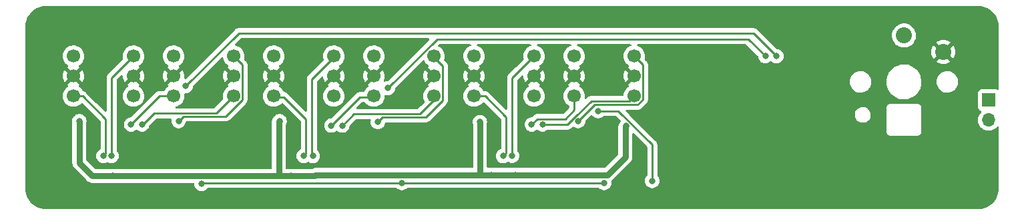
<source format=gtl>
G04 #@! TF.GenerationSoftware,KiCad,Pcbnew,(6.0.6-0)*
G04 #@! TF.CreationDate,2022-09-14T12:48:58-04:00*
G04 #@! TF.ProjectId,dial_toner_mx,6469616c-5f74-46f6-9e65-725f6d782e6b,rev?*
G04 #@! TF.SameCoordinates,Original*
G04 #@! TF.FileFunction,Copper,L1,Top*
G04 #@! TF.FilePolarity,Positive*
%FSLAX46Y46*%
G04 Gerber Fmt 4.6, Leading zero omitted, Abs format (unit mm)*
G04 Created by KiCad (PCBNEW (6.0.6-0)) date 2022-09-14 12:48:58*
%MOMM*%
%LPD*%
G01*
G04 APERTURE LIST*
G04 #@! TA.AperFunction,ComponentPad*
%ADD10R,1.700000X1.700000*%
G04 #@! TD*
G04 #@! TA.AperFunction,ComponentPad*
%ADD11O,1.700000X1.700000*%
G04 #@! TD*
G04 #@! TA.AperFunction,ComponentPad*
%ADD12C,1.700000*%
G04 #@! TD*
G04 #@! TA.AperFunction,ComponentPad*
%ADD13C,2.032000*%
G04 #@! TD*
G04 #@! TA.AperFunction,ViaPad*
%ADD14C,0.800000*%
G04 #@! TD*
G04 #@! TA.AperFunction,Conductor*
%ADD15C,0.750000*%
G04 #@! TD*
G04 #@! TA.AperFunction,Conductor*
%ADD16C,0.250000*%
G04 #@! TD*
G04 APERTURE END LIST*
D10*
X208534000Y-128270000D03*
D11*
X208534000Y-130810000D03*
D12*
X143256000Y-122682000D03*
X143256000Y-125222000D03*
X143256000Y-127762000D03*
X150876000Y-122682000D03*
X150876000Y-125222000D03*
X150876000Y-127762000D03*
D13*
X197790000Y-120058000D03*
X202790000Y-122158000D03*
D12*
X105156000Y-122682000D03*
X105156000Y-125222000D03*
X105156000Y-127762000D03*
X112776000Y-122682000D03*
X112776000Y-125222000D03*
X112776000Y-127762000D03*
X130556000Y-122682000D03*
X130556000Y-125222000D03*
X130556000Y-127762000D03*
X138176000Y-122682000D03*
X138176000Y-125222000D03*
X138176000Y-127762000D03*
X117856000Y-122682000D03*
X117856000Y-125222000D03*
X117856000Y-127762000D03*
X125476000Y-122682000D03*
X125476000Y-125222000D03*
X125476000Y-127762000D03*
X155956000Y-122682000D03*
X155956000Y-125222000D03*
X155956000Y-127762000D03*
X163576000Y-122682000D03*
X163576000Y-125222000D03*
X163576000Y-127762000D03*
X92456000Y-122682000D03*
X92456000Y-125222000D03*
X92456000Y-127762000D03*
X100076000Y-122682000D03*
X100076000Y-125222000D03*
X100076000Y-127762000D03*
D14*
X145415000Y-137795000D03*
X120015000Y-137922000D03*
X94805500Y-137858500D03*
X201803000Y-133858000D03*
X97409000Y-137922000D03*
X162560000Y-131572000D03*
X93201500Y-130937000D03*
X118607500Y-130937000D03*
X123063000Y-137922000D03*
X144007500Y-131064000D03*
X148463000Y-137795000D03*
X134112000Y-138811000D03*
X108712000Y-138938000D03*
X159766000Y-138811000D03*
X106680000Y-126492000D03*
X181610000Y-122682000D03*
X180213000Y-122682000D03*
X132334000Y-126746000D03*
X165862000Y-138557000D03*
X159004000Y-129667000D03*
X101155500Y-131381500D03*
X99758500Y-131381500D03*
X105791000Y-130937000D03*
X96266000Y-135382000D03*
X97282000Y-135382000D03*
X126561500Y-131513500D03*
X125164500Y-131513500D03*
X131064000Y-131064000D03*
X121666000Y-135382000D03*
X122809000Y-135382000D03*
X151961500Y-131386500D03*
X150564500Y-131386500D03*
X156464000Y-130937000D03*
X146939000Y-135382000D03*
X148088000Y-135365500D03*
D15*
X145415000Y-137795000D02*
X144018000Y-137795000D01*
X120015000Y-137922000D02*
X118491000Y-137922000D01*
X94805500Y-137858500D02*
X94869000Y-137922000D01*
X144018000Y-137795000D02*
X132461000Y-137795000D01*
X94869000Y-137922000D02*
X97409000Y-137922000D01*
X93201500Y-136254500D02*
X94805500Y-137858500D01*
X144007500Y-131064000D02*
X144018000Y-131074500D01*
X144018000Y-131074500D02*
X144018000Y-137795000D01*
X118491000Y-137922000D02*
X107188000Y-137922000D01*
X132461000Y-137795000D02*
X123190000Y-137795000D01*
X162433000Y-131699000D02*
X162433000Y-135509000D01*
X160147000Y-137795000D02*
X148463000Y-137795000D01*
X162433000Y-135509000D02*
X160147000Y-137795000D01*
X93201500Y-130937000D02*
X93201500Y-136254500D01*
X162560000Y-131572000D02*
X162433000Y-131699000D01*
X123190000Y-137795000D02*
X123063000Y-137922000D01*
X123063000Y-137922000D02*
X120015000Y-137922000D01*
X148463000Y-137795000D02*
X145415000Y-137795000D01*
X107188000Y-137922000D02*
X97409000Y-137922000D01*
X118491000Y-131053500D02*
X118491000Y-137922000D01*
X118607500Y-130937000D02*
X118491000Y-131053500D01*
D16*
X134112000Y-138811000D02*
X108839000Y-138811000D01*
X108839000Y-138811000D02*
X108712000Y-138938000D01*
X159766000Y-138811000D02*
X134112000Y-138811000D01*
X181610000Y-122682000D02*
X178689000Y-119761000D01*
X113411000Y-119761000D02*
X106680000Y-126492000D01*
X178689000Y-119761000D02*
X113411000Y-119761000D01*
X180213000Y-122682000D02*
X178054000Y-120523000D01*
X138557000Y-120523000D02*
X132334000Y-126746000D01*
X178054000Y-120523000D02*
X138557000Y-120523000D01*
X161577068Y-129667000D02*
X165862000Y-133951932D01*
X159004000Y-129667000D02*
X161577068Y-129667000D01*
X165862000Y-133951932D02*
X165862000Y-138557000D01*
X101155500Y-131381500D02*
X101282500Y-131381500D01*
X101282500Y-131381500D02*
X102704536Y-129959464D01*
X102704536Y-129959464D02*
X110578536Y-129959464D01*
X110578536Y-129959464D02*
X112776000Y-127762000D01*
X103378000Y-127762000D02*
X105156000Y-127762000D01*
X99758500Y-131381500D02*
X103378000Y-127762000D01*
X113878000Y-128218464D02*
X113878000Y-123784000D01*
X105791000Y-130937000D02*
X106391536Y-130336464D01*
X113878000Y-123784000D02*
X112776000Y-122682000D01*
X111760000Y-130336464D02*
X113878000Y-128218464D01*
X106391536Y-130336464D02*
X111760000Y-130336464D01*
X93599000Y-127762000D02*
X92456000Y-127762000D01*
X96520000Y-135128000D02*
X96520000Y-130683000D01*
X96520000Y-130683000D02*
X93599000Y-127762000D01*
X96266000Y-135382000D02*
X96520000Y-135128000D01*
X97282000Y-125476000D02*
X100076000Y-122682000D01*
X97282000Y-135382000D02*
X97282000Y-125476000D01*
X138182000Y-128264000D02*
X138182000Y-127894000D01*
X126561500Y-131513500D02*
X128027000Y-130048000D01*
X136398000Y-130048000D02*
X138182000Y-128264000D01*
X128027000Y-130048000D02*
X136398000Y-130048000D01*
X128784000Y-127894000D02*
X130562000Y-127894000D01*
X125164500Y-131513500D02*
X128784000Y-127894000D01*
X139284000Y-128350464D02*
X139284000Y-123916000D01*
X131064000Y-131064000D02*
X131659536Y-130468464D01*
X139284000Y-123916000D02*
X138182000Y-122814000D01*
X137166000Y-130468464D02*
X139284000Y-128350464D01*
X131659536Y-130468464D02*
X137166000Y-130468464D01*
X121666000Y-135382000D02*
X121926000Y-135122000D01*
X121926000Y-135122000D02*
X121926000Y-130689000D01*
X119131000Y-127894000D02*
X117862000Y-127894000D01*
X121926000Y-130689000D02*
X119131000Y-127894000D01*
X122688000Y-125608000D02*
X125482000Y-122814000D01*
X122688000Y-135261000D02*
X122688000Y-125608000D01*
X122809000Y-135382000D02*
X122688000Y-135261000D01*
X162952000Y-128397000D02*
X163582000Y-127767000D01*
X156193932Y-130285000D02*
X156227000Y-130285000D01*
X155812000Y-130700000D02*
X155812000Y-130666932D01*
X155125500Y-131386500D02*
X155812000Y-130700000D01*
X156227000Y-130285000D02*
X158115000Y-128397000D01*
X158115000Y-128397000D02*
X162952000Y-128397000D01*
X155812000Y-130666932D02*
X156193932Y-130285000D01*
X151961500Y-131386500D02*
X155125500Y-131386500D01*
X150564500Y-131386500D02*
X151268000Y-130683000D01*
X155962000Y-129534000D02*
X155962000Y-127767000D01*
X154813000Y-130683000D02*
X155962000Y-129534000D01*
X151268000Y-130683000D02*
X154813000Y-130683000D01*
X164032464Y-128864000D02*
X164684000Y-128212464D01*
X164684000Y-128212464D02*
X164684000Y-123789000D01*
X164684000Y-123789000D02*
X163582000Y-122687000D01*
X156464000Y-130937000D02*
X158537000Y-128864000D01*
X158537000Y-128864000D02*
X164032464Y-128864000D01*
X144658000Y-127767000D02*
X143262000Y-127767000D01*
X146939000Y-135382000D02*
X147326000Y-134995000D01*
X147326000Y-130435000D02*
X144658000Y-127767000D01*
X147326000Y-134995000D02*
X147326000Y-130435000D01*
X148088000Y-135365500D02*
X148088000Y-125481000D01*
X148088000Y-125481000D02*
X150882000Y-122687000D01*
G04 #@! TA.AperFunction,Conductor*
G36*
X142970008Y-116332499D02*
G01*
X207218367Y-116332500D01*
X207237755Y-116334001D01*
X207252579Y-116336310D01*
X207252588Y-116336310D01*
X207261456Y-116337691D01*
X207279452Y-116335338D01*
X207302848Y-116334472D01*
X207423141Y-116341229D01*
X207545007Y-116348075D01*
X207559037Y-116349656D01*
X207825855Y-116394994D01*
X207839615Y-116398135D01*
X208099544Y-116473022D01*
X208099672Y-116473059D01*
X208113008Y-116477726D01*
X208363036Y-116581294D01*
X208375743Y-116587412D01*
X208612634Y-116718340D01*
X208624575Y-116725844D01*
X208845305Y-116882462D01*
X208856344Y-116891267D01*
X209058132Y-117071598D01*
X209068123Y-117081589D01*
X209248453Y-117283381D01*
X209257263Y-117294428D01*
X209413869Y-117515146D01*
X209421379Y-117527096D01*
X209552279Y-117763946D01*
X209552293Y-117763971D01*
X209558423Y-117776701D01*
X209661985Y-118026724D01*
X209666652Y-118040061D01*
X209741571Y-118300114D01*
X209744715Y-118313889D01*
X209784361Y-118547225D01*
X209790047Y-118580693D01*
X209791628Y-118594728D01*
X209804508Y-118824058D01*
X209804829Y-118829779D01*
X209803526Y-118856230D01*
X209802048Y-118865724D01*
X209803212Y-118874626D01*
X209803212Y-118874628D01*
X209806175Y-118897283D01*
X209807239Y-118913621D01*
X209807239Y-126854854D01*
X209787237Y-126922975D01*
X209733581Y-126969468D01*
X209663307Y-126979572D01*
X209630933Y-126968777D01*
X209630705Y-126969385D01*
X209494316Y-126918255D01*
X209432134Y-126911500D01*
X207635866Y-126911500D01*
X207573684Y-126918255D01*
X207437295Y-126969385D01*
X207320739Y-127056739D01*
X207233385Y-127173295D01*
X207182255Y-127309684D01*
X207175500Y-127371866D01*
X207175500Y-129168134D01*
X207182255Y-129230316D01*
X207233385Y-129366705D01*
X207320739Y-129483261D01*
X207437295Y-129570615D01*
X207445704Y-129573767D01*
X207445705Y-129573768D01*
X207554451Y-129614535D01*
X207611216Y-129657176D01*
X207635916Y-129723738D01*
X207620709Y-129793087D01*
X207601316Y-129819568D01*
X207474629Y-129952138D01*
X207471715Y-129956410D01*
X207471714Y-129956411D01*
X207433388Y-130012595D01*
X207348743Y-130136680D01*
X207315968Y-130207288D01*
X207272701Y-130300500D01*
X207254688Y-130339305D01*
X207194989Y-130554570D01*
X207171251Y-130776695D01*
X207171548Y-130781848D01*
X207171548Y-130781851D01*
X207182023Y-130963523D01*
X207184110Y-130999715D01*
X207185247Y-131004761D01*
X207185248Y-131004767D01*
X207206516Y-131099137D01*
X207233222Y-131217639D01*
X207281732Y-131337106D01*
X207304455Y-131393065D01*
X207317266Y-131424616D01*
X207333511Y-131451126D01*
X207425320Y-131600944D01*
X207433987Y-131615088D01*
X207580250Y-131783938D01*
X207752126Y-131926632D01*
X207945000Y-132039338D01*
X207949825Y-132041180D01*
X207949826Y-132041181D01*
X207992009Y-132057289D01*
X208153692Y-132119030D01*
X208158760Y-132120061D01*
X208158763Y-132120062D01*
X208266017Y-132141883D01*
X208372597Y-132163567D01*
X208377772Y-132163757D01*
X208377774Y-132163757D01*
X208590673Y-132171564D01*
X208590677Y-132171564D01*
X208595837Y-132171753D01*
X208600957Y-132171097D01*
X208600959Y-132171097D01*
X208812288Y-132144025D01*
X208812289Y-132144025D01*
X208817416Y-132143368D01*
X208822366Y-132141883D01*
X209026429Y-132080661D01*
X209026434Y-132080659D01*
X209031384Y-132079174D01*
X209231994Y-131980896D01*
X209413860Y-131851173D01*
X209447255Y-131817895D01*
X209518627Y-131746771D01*
X209572096Y-131693489D01*
X209575110Y-131689295D01*
X209575119Y-131689284D01*
X209578917Y-131683998D01*
X209634911Y-131640350D01*
X209705615Y-131633904D01*
X209768579Y-131666707D01*
X209803813Y-131728343D01*
X209807239Y-131757524D01*
X209807239Y-139527367D01*
X209805738Y-139546755D01*
X209803429Y-139561579D01*
X209803429Y-139561588D01*
X209802048Y-139570456D01*
X209804401Y-139588452D01*
X209805267Y-139611848D01*
X209804767Y-139620749D01*
X209791664Y-139854009D01*
X209790083Y-139868039D01*
X209744743Y-140134871D01*
X209741607Y-140148608D01*
X209666683Y-140408668D01*
X209662017Y-140422004D01*
X209558446Y-140672043D01*
X209552315Y-140684773D01*
X209421409Y-140921627D01*
X209413892Y-140933591D01*
X209257277Y-141154319D01*
X209248479Y-141165350D01*
X209068140Y-141367149D01*
X209058150Y-141377139D01*
X208856350Y-141557479D01*
X208845319Y-141566277D01*
X208648630Y-141705835D01*
X208624591Y-141722892D01*
X208612627Y-141730409D01*
X208375773Y-141861315D01*
X208363043Y-141867446D01*
X208113004Y-141971017D01*
X208099671Y-141975682D01*
X207839608Y-142050607D01*
X207825871Y-142053743D01*
X207559039Y-142099083D01*
X207545008Y-142100664D01*
X207310139Y-142113857D01*
X207283691Y-142112555D01*
X207282885Y-142112430D01*
X207282884Y-142112430D01*
X207274008Y-142111048D01*
X207244355Y-142114926D01*
X207242451Y-142115175D01*
X207226112Y-142116239D01*
X88945633Y-142116239D01*
X88926245Y-142114738D01*
X88911421Y-142112429D01*
X88911412Y-142112429D01*
X88902544Y-142111048D01*
X88884548Y-142113401D01*
X88861152Y-142114267D01*
X88741174Y-142107528D01*
X88618991Y-142100664D01*
X88604961Y-142099083D01*
X88338129Y-142053743D01*
X88324392Y-142050607D01*
X88064329Y-141975682D01*
X88050996Y-141971017D01*
X87800957Y-141867446D01*
X87788227Y-141861315D01*
X87551373Y-141730409D01*
X87539409Y-141722892D01*
X87515370Y-141705835D01*
X87318681Y-141566277D01*
X87307650Y-141557479D01*
X87105850Y-141377139D01*
X87095860Y-141367149D01*
X86915521Y-141165350D01*
X86906723Y-141154319D01*
X86750108Y-140933591D01*
X86742591Y-140921627D01*
X86611685Y-140684773D01*
X86605554Y-140672043D01*
X86501983Y-140422004D01*
X86497317Y-140408668D01*
X86422393Y-140148608D01*
X86419257Y-140134871D01*
X86373917Y-139868039D01*
X86372336Y-139854008D01*
X86359143Y-139619139D01*
X86360445Y-139592691D01*
X86360570Y-139591885D01*
X86360570Y-139591884D01*
X86361952Y-139583008D01*
X86357825Y-139551451D01*
X86356761Y-139535112D01*
X86356761Y-130937000D01*
X92287996Y-130937000D01*
X92288686Y-130943565D01*
X92305812Y-131106507D01*
X92307958Y-131126928D01*
X92311778Y-131138684D01*
X92311833Y-131138854D01*
X92318000Y-131177790D01*
X92318000Y-136175043D01*
X92316449Y-136194755D01*
X92314350Y-136208007D01*
X92314695Y-136214594D01*
X92314695Y-136214598D01*
X92317827Y-136274350D01*
X92318000Y-136280945D01*
X92318000Y-136300806D01*
X92318344Y-136304077D01*
X92320076Y-136320559D01*
X92320593Y-136327128D01*
X92324070Y-136393471D01*
X92327542Y-136406429D01*
X92331145Y-136425872D01*
X92332546Y-136439202D01*
X92353078Y-136502394D01*
X92354944Y-136508696D01*
X92372138Y-136572863D01*
X92375134Y-136578742D01*
X92375137Y-136578751D01*
X92378228Y-136584817D01*
X92385792Y-136603079D01*
X92387892Y-136609543D01*
X92387895Y-136609551D01*
X92389936Y-136615831D01*
X92393238Y-136621550D01*
X92393240Y-136621555D01*
X92423154Y-136673367D01*
X92426287Y-136679137D01*
X92456453Y-136738339D01*
X92460609Y-136743471D01*
X92464891Y-136748759D01*
X92476089Y-136765052D01*
X92482796Y-136776669D01*
X92487213Y-136781575D01*
X92487217Y-136781580D01*
X92527247Y-136826038D01*
X92531531Y-136831054D01*
X92541941Y-136843909D01*
X92544028Y-136846486D01*
X92558073Y-136860531D01*
X92562614Y-136865316D01*
X92607066Y-136914685D01*
X92617926Y-136922575D01*
X92632954Y-136935412D01*
X94018491Y-138320949D01*
X94038515Y-138347043D01*
X94066460Y-138395444D01*
X94070881Y-138400354D01*
X94129061Y-138464969D01*
X94194247Y-138537366D01*
X94348748Y-138649618D01*
X94354778Y-138652303D01*
X94354780Y-138652304D01*
X94374170Y-138660937D01*
X94384623Y-138666612D01*
X94385161Y-138667048D01*
X94444367Y-138697214D01*
X94450139Y-138700349D01*
X94501944Y-138730260D01*
X94501954Y-138730265D01*
X94507669Y-138733564D01*
X94513951Y-138735605D01*
X94513955Y-138735607D01*
X94520431Y-138737712D01*
X94538686Y-138745273D01*
X94544756Y-138748366D01*
X94544763Y-138748369D01*
X94550638Y-138751362D01*
X94614845Y-138768567D01*
X94621092Y-138770418D01*
X94684298Y-138790954D01*
X94690865Y-138791644D01*
X94690869Y-138791645D01*
X94697639Y-138792357D01*
X94717074Y-138795959D01*
X94723643Y-138797719D01*
X94723645Y-138797719D01*
X94730029Y-138799430D01*
X94736628Y-138799776D01*
X94736629Y-138799776D01*
X94754733Y-138800725D01*
X94796372Y-138802907D01*
X94802931Y-138803423D01*
X94822694Y-138805500D01*
X94842555Y-138805500D01*
X94849150Y-138805673D01*
X94908902Y-138808805D01*
X94908906Y-138808805D01*
X94915493Y-138809150D01*
X94928747Y-138807051D01*
X94948456Y-138805500D01*
X97182653Y-138805500D01*
X97208850Y-138808253D01*
X97307056Y-138829128D01*
X97307061Y-138829128D01*
X97313513Y-138830500D01*
X97504487Y-138830500D01*
X97510939Y-138829128D01*
X97510944Y-138829128D01*
X97609150Y-138808253D01*
X97635347Y-138805500D01*
X107673186Y-138805500D01*
X107741307Y-138825502D01*
X107787800Y-138879158D01*
X107799181Y-138931479D01*
X107798496Y-138938000D01*
X107818458Y-139127928D01*
X107877473Y-139309556D01*
X107972960Y-139474944D01*
X107977378Y-139479851D01*
X107977379Y-139479852D01*
X108096232Y-139611852D01*
X108100747Y-139616866D01*
X108183664Y-139677109D01*
X108240122Y-139718128D01*
X108255248Y-139729118D01*
X108261276Y-139731802D01*
X108261278Y-139731803D01*
X108423681Y-139804109D01*
X108429712Y-139806794D01*
X108523112Y-139826647D01*
X108610056Y-139845128D01*
X108610061Y-139845128D01*
X108616513Y-139846500D01*
X108807487Y-139846500D01*
X108813939Y-139845128D01*
X108813944Y-139845128D01*
X108900888Y-139826647D01*
X108994288Y-139806794D01*
X109000319Y-139804109D01*
X109162722Y-139731803D01*
X109162724Y-139731802D01*
X109168752Y-139729118D01*
X109183879Y-139718128D01*
X109240336Y-139677109D01*
X109323253Y-139616866D01*
X109333176Y-139605846D01*
X109434108Y-139493749D01*
X109440914Y-139486190D01*
X109501360Y-139448950D01*
X109534550Y-139444500D01*
X133403800Y-139444500D01*
X133471921Y-139464502D01*
X133491147Y-139480843D01*
X133491420Y-139480540D01*
X133496332Y-139484963D01*
X133500747Y-139489866D01*
X133522329Y-139505546D01*
X133641164Y-139591885D01*
X133655248Y-139602118D01*
X133661276Y-139604802D01*
X133661278Y-139604803D01*
X133697094Y-139620749D01*
X133829712Y-139679794D01*
X133923113Y-139699647D01*
X134010056Y-139718128D01*
X134010061Y-139718128D01*
X134016513Y-139719500D01*
X134207487Y-139719500D01*
X134213939Y-139718128D01*
X134213944Y-139718128D01*
X134300887Y-139699647D01*
X134394288Y-139679794D01*
X134526906Y-139620749D01*
X134562722Y-139604803D01*
X134562724Y-139604802D01*
X134568752Y-139602118D01*
X134582837Y-139591885D01*
X134701671Y-139505546D01*
X134723253Y-139489866D01*
X134727668Y-139484963D01*
X134732580Y-139480540D01*
X134733705Y-139481789D01*
X134787014Y-139448949D01*
X134820200Y-139444500D01*
X159057800Y-139444500D01*
X159125921Y-139464502D01*
X159145147Y-139480843D01*
X159145420Y-139480540D01*
X159150332Y-139484963D01*
X159154747Y-139489866D01*
X159176329Y-139505546D01*
X159295164Y-139591885D01*
X159309248Y-139602118D01*
X159315276Y-139604802D01*
X159315278Y-139604803D01*
X159351094Y-139620749D01*
X159483712Y-139679794D01*
X159577113Y-139699647D01*
X159664056Y-139718128D01*
X159664061Y-139718128D01*
X159670513Y-139719500D01*
X159861487Y-139719500D01*
X159867939Y-139718128D01*
X159867944Y-139718128D01*
X159954887Y-139699647D01*
X160048288Y-139679794D01*
X160180906Y-139620749D01*
X160216722Y-139604803D01*
X160216724Y-139604802D01*
X160222752Y-139602118D01*
X160236837Y-139591885D01*
X160303687Y-139543315D01*
X160377253Y-139489866D01*
X160505040Y-139347944D01*
X160600527Y-139182556D01*
X160659542Y-139000928D01*
X160677455Y-138830500D01*
X160678814Y-138817565D01*
X160679504Y-138811000D01*
X160671018Y-138730260D01*
X160660233Y-138627642D01*
X160660232Y-138627638D01*
X160659542Y-138621072D01*
X160657501Y-138614791D01*
X160656465Y-138609917D01*
X160661867Y-138539126D01*
X160695402Y-138490083D01*
X160707307Y-138479364D01*
X160718539Y-138469251D01*
X160723554Y-138464969D01*
X160736409Y-138454559D01*
X160736412Y-138454556D01*
X160738986Y-138452472D01*
X160753031Y-138438427D01*
X160757816Y-138433886D01*
X160802274Y-138393856D01*
X160802275Y-138393855D01*
X160807185Y-138389434D01*
X160815075Y-138378574D01*
X160827912Y-138363546D01*
X163001546Y-136189912D01*
X163016574Y-136177075D01*
X163027434Y-136169185D01*
X163071886Y-136119816D01*
X163076427Y-136115031D01*
X163090472Y-136100986D01*
X163092559Y-136098409D01*
X163102969Y-136085554D01*
X163107253Y-136080538D01*
X163147283Y-136036080D01*
X163147287Y-136036075D01*
X163151704Y-136031169D01*
X163158411Y-136019552D01*
X163169609Y-136003259D01*
X163173891Y-135997971D01*
X163178047Y-135992839D01*
X163208213Y-135933637D01*
X163211346Y-135927867D01*
X163241260Y-135876055D01*
X163241262Y-135876050D01*
X163244564Y-135870331D01*
X163246605Y-135864051D01*
X163246608Y-135864043D01*
X163248708Y-135857579D01*
X163256272Y-135839317D01*
X163259363Y-135833251D01*
X163259366Y-135833242D01*
X163262362Y-135827363D01*
X163279556Y-135763196D01*
X163281422Y-135756894D01*
X163301954Y-135693702D01*
X163303355Y-135680372D01*
X163306958Y-135660929D01*
X163310430Y-135647971D01*
X163313906Y-135581646D01*
X163314423Y-135575071D01*
X163316156Y-135558579D01*
X163316500Y-135555306D01*
X163316500Y-135535432D01*
X163316673Y-135528838D01*
X163319804Y-135469099D01*
X163319804Y-135469095D01*
X163320149Y-135462507D01*
X163318051Y-135449260D01*
X163316500Y-135429550D01*
X163316500Y-132606527D01*
X163336502Y-132538406D01*
X163390158Y-132491913D01*
X163460432Y-132481809D01*
X163525012Y-132511303D01*
X163531595Y-132517432D01*
X165191595Y-134177432D01*
X165225621Y-134239744D01*
X165228500Y-134266527D01*
X165228500Y-137854476D01*
X165208498Y-137922597D01*
X165196142Y-137938779D01*
X165122960Y-138020056D01*
X165027473Y-138185444D01*
X164968458Y-138367072D01*
X164967768Y-138373633D01*
X164967768Y-138373635D01*
X164951821Y-138525368D01*
X164948496Y-138557000D01*
X164949186Y-138563565D01*
X164957823Y-138645737D01*
X164968458Y-138746928D01*
X165027473Y-138928556D01*
X165030776Y-138934278D01*
X165030777Y-138934279D01*
X165036716Y-138944565D01*
X165122960Y-139093944D01*
X165127378Y-139098851D01*
X165127379Y-139098852D01*
X165246325Y-139230955D01*
X165250747Y-139235866D01*
X165405248Y-139348118D01*
X165411276Y-139350802D01*
X165411278Y-139350803D01*
X165573681Y-139423109D01*
X165579712Y-139425794D01*
X165667716Y-139444500D01*
X165760056Y-139464128D01*
X165760061Y-139464128D01*
X165766513Y-139465500D01*
X165957487Y-139465500D01*
X165963939Y-139464128D01*
X165963944Y-139464128D01*
X166056284Y-139444500D01*
X166144288Y-139425794D01*
X166150319Y-139423109D01*
X166312722Y-139350803D01*
X166312724Y-139350802D01*
X166318752Y-139348118D01*
X166473253Y-139235866D01*
X166477675Y-139230955D01*
X166596621Y-139098852D01*
X166596622Y-139098851D01*
X166601040Y-139093944D01*
X166687284Y-138944565D01*
X166693223Y-138934279D01*
X166693224Y-138934278D01*
X166696527Y-138928556D01*
X166755542Y-138746928D01*
X166766178Y-138645737D01*
X166774814Y-138563565D01*
X166775504Y-138557000D01*
X166772179Y-138525368D01*
X166756232Y-138373635D01*
X166756232Y-138373633D01*
X166755542Y-138367072D01*
X166696527Y-138185444D01*
X166601040Y-138020056D01*
X166527863Y-137938785D01*
X166497147Y-137874779D01*
X166495500Y-137854476D01*
X166495500Y-134030699D01*
X166496027Y-134019516D01*
X166497702Y-134012023D01*
X166495562Y-133943932D01*
X166495500Y-133939975D01*
X166495500Y-133912076D01*
X166494996Y-133908085D01*
X166494063Y-133896243D01*
X166492923Y-133859968D01*
X166492674Y-133852043D01*
X166490462Y-133844429D01*
X166490461Y-133844424D01*
X166487023Y-133832591D01*
X166483012Y-133813227D01*
X166481467Y-133800996D01*
X166480474Y-133793135D01*
X166477557Y-133785768D01*
X166477556Y-133785763D01*
X166464198Y-133752024D01*
X166460354Y-133740797D01*
X166450230Y-133705954D01*
X166448018Y-133698339D01*
X166437707Y-133680904D01*
X166429012Y-133663156D01*
X166421552Y-133644315D01*
X166395564Y-133608545D01*
X166389048Y-133598625D01*
X166370580Y-133567397D01*
X166370578Y-133567394D01*
X166366542Y-133560570D01*
X166352221Y-133546249D01*
X166339380Y-133531215D01*
X166332131Y-133521238D01*
X166327472Y-133514825D01*
X166293395Y-133486634D01*
X166284616Y-133478644D01*
X165159693Y-132353721D01*
X195581024Y-132353721D01*
X195583491Y-132362352D01*
X195589150Y-132382153D01*
X195592728Y-132398915D01*
X195596920Y-132428187D01*
X195600634Y-132436355D01*
X195600634Y-132436356D01*
X195607548Y-132451562D01*
X195613996Y-132469086D01*
X195621051Y-132493771D01*
X195625843Y-132501365D01*
X195625844Y-132501368D01*
X195636830Y-132518780D01*
X195644969Y-132533863D01*
X195657208Y-132560782D01*
X195663069Y-132567584D01*
X195673970Y-132580235D01*
X195685073Y-132595239D01*
X195698776Y-132616958D01*
X195705501Y-132622897D01*
X195705504Y-132622901D01*
X195720938Y-132636532D01*
X195732982Y-132648724D01*
X195746427Y-132664327D01*
X195746430Y-132664329D01*
X195752287Y-132671127D01*
X195759816Y-132676007D01*
X195759817Y-132676008D01*
X195773835Y-132685094D01*
X195788709Y-132696385D01*
X195801217Y-132707431D01*
X195807951Y-132713378D01*
X195834711Y-132725942D01*
X195849691Y-132734263D01*
X195866983Y-132745471D01*
X195866988Y-132745473D01*
X195874515Y-132750352D01*
X195883108Y-132752922D01*
X195883113Y-132752924D01*
X195899120Y-132757711D01*
X195916564Y-132764372D01*
X195931676Y-132771467D01*
X195931678Y-132771468D01*
X195939800Y-132775281D01*
X195948667Y-132776662D01*
X195948668Y-132776662D01*
X195951353Y-132777080D01*
X195969017Y-132779830D01*
X195985732Y-132783613D01*
X196005466Y-132789515D01*
X196005472Y-132789516D01*
X196014066Y-132792086D01*
X196023037Y-132792141D01*
X196023038Y-132792141D01*
X196033097Y-132792202D01*
X196048506Y-132792296D01*
X196049289Y-132792329D01*
X196050386Y-132792500D01*
X196081377Y-132792500D01*
X196082147Y-132792502D01*
X196155785Y-132792952D01*
X196155786Y-132792952D01*
X196159721Y-132792976D01*
X196161065Y-132792592D01*
X196162410Y-132792500D01*
X199481377Y-132792500D01*
X199482148Y-132792502D01*
X199559721Y-132792976D01*
X199588152Y-132784850D01*
X199604915Y-132781272D01*
X199605753Y-132781152D01*
X199634187Y-132777080D01*
X199657564Y-132766451D01*
X199675087Y-132760004D01*
X199699771Y-132752949D01*
X199707365Y-132748157D01*
X199707368Y-132748156D01*
X199724780Y-132737170D01*
X199739865Y-132729030D01*
X199766782Y-132716792D01*
X199786235Y-132700030D01*
X199801239Y-132688927D01*
X199822958Y-132675224D01*
X199828897Y-132668499D01*
X199828901Y-132668496D01*
X199842532Y-132653062D01*
X199854724Y-132641018D01*
X199870327Y-132627573D01*
X199870329Y-132627570D01*
X199877127Y-132621713D01*
X199891094Y-132600165D01*
X199902385Y-132585291D01*
X199913431Y-132572783D01*
X199913432Y-132572782D01*
X199919378Y-132566049D01*
X199931943Y-132539287D01*
X199940263Y-132524309D01*
X199951471Y-132507017D01*
X199951473Y-132507012D01*
X199956352Y-132499485D01*
X199958922Y-132490892D01*
X199958924Y-132490887D01*
X199963711Y-132474880D01*
X199970372Y-132457436D01*
X199977467Y-132442324D01*
X199977468Y-132442322D01*
X199981281Y-132434200D01*
X199985830Y-132404983D01*
X199989613Y-132388268D01*
X199995515Y-132368534D01*
X199995516Y-132368528D01*
X199998086Y-132359934D01*
X199998296Y-132325494D01*
X199998329Y-132324711D01*
X199998500Y-132323614D01*
X199998500Y-132292623D01*
X199998502Y-132291853D01*
X199998952Y-132218215D01*
X199998952Y-132218214D01*
X199998976Y-132214279D01*
X199998592Y-132212935D01*
X199998500Y-132211590D01*
X199998500Y-129292623D01*
X199998502Y-129291853D01*
X199998800Y-129243102D01*
X199998976Y-129214279D01*
X199990850Y-129185847D01*
X199987272Y-129169085D01*
X199985190Y-129154550D01*
X199983080Y-129139813D01*
X199972451Y-129116436D01*
X199966004Y-129098913D01*
X199958949Y-129074229D01*
X199954156Y-129066632D01*
X199943170Y-129049220D01*
X199935030Y-129034135D01*
X199933684Y-129031174D01*
X199922792Y-129007218D01*
X199906030Y-128987765D01*
X199894927Y-128972761D01*
X199881224Y-128951042D01*
X199874499Y-128945103D01*
X199874496Y-128945099D01*
X199859062Y-128931468D01*
X199847018Y-128919276D01*
X199833573Y-128903673D01*
X199833570Y-128903671D01*
X199827713Y-128896873D01*
X199814009Y-128887990D01*
X199806165Y-128882906D01*
X199791291Y-128871615D01*
X199778783Y-128860569D01*
X199778782Y-128860568D01*
X199772049Y-128854622D01*
X199745287Y-128842057D01*
X199730309Y-128833737D01*
X199713017Y-128822529D01*
X199713012Y-128822527D01*
X199705485Y-128817648D01*
X199696892Y-128815078D01*
X199696887Y-128815076D01*
X199680880Y-128810289D01*
X199663436Y-128803628D01*
X199648324Y-128796533D01*
X199648322Y-128796532D01*
X199640200Y-128792719D01*
X199631333Y-128791338D01*
X199631332Y-128791338D01*
X199620478Y-128789648D01*
X199610983Y-128788170D01*
X199594268Y-128784387D01*
X199574534Y-128778485D01*
X199574528Y-128778484D01*
X199565934Y-128775914D01*
X199556963Y-128775859D01*
X199556962Y-128775859D01*
X199546903Y-128775798D01*
X199531494Y-128775704D01*
X199530711Y-128775671D01*
X199529614Y-128775500D01*
X199498623Y-128775500D01*
X199497853Y-128775498D01*
X199424215Y-128775048D01*
X199424214Y-128775048D01*
X199420279Y-128775024D01*
X199418935Y-128775408D01*
X199417590Y-128775500D01*
X196098623Y-128775500D01*
X196097853Y-128775498D01*
X196097037Y-128775493D01*
X196020279Y-128775024D01*
X195997918Y-128781415D01*
X195991847Y-128783150D01*
X195975085Y-128786728D01*
X195945813Y-128790920D01*
X195937645Y-128794634D01*
X195937644Y-128794634D01*
X195922438Y-128801548D01*
X195904914Y-128807996D01*
X195880229Y-128815051D01*
X195872635Y-128819843D01*
X195872632Y-128819844D01*
X195855220Y-128830830D01*
X195840137Y-128838969D01*
X195813218Y-128851208D01*
X195806416Y-128857069D01*
X195793765Y-128867970D01*
X195778761Y-128879073D01*
X195757042Y-128892776D01*
X195751103Y-128899501D01*
X195751099Y-128899504D01*
X195737468Y-128914938D01*
X195725276Y-128926982D01*
X195709673Y-128940427D01*
X195709671Y-128940430D01*
X195702873Y-128946287D01*
X195697993Y-128953816D01*
X195697992Y-128953817D01*
X195688906Y-128967835D01*
X195677615Y-128982709D01*
X195672297Y-128988731D01*
X195660622Y-129001951D01*
X195648058Y-129028711D01*
X195639737Y-129043691D01*
X195628529Y-129060983D01*
X195628527Y-129060988D01*
X195623648Y-129068515D01*
X195621078Y-129077108D01*
X195621076Y-129077113D01*
X195616289Y-129093120D01*
X195609628Y-129110564D01*
X195606394Y-129117452D01*
X195598719Y-129133800D01*
X195597338Y-129142667D01*
X195597338Y-129142668D01*
X195594170Y-129163015D01*
X195590387Y-129179732D01*
X195584485Y-129199466D01*
X195584484Y-129199472D01*
X195581914Y-129208066D01*
X195581705Y-129242401D01*
X195581704Y-129242497D01*
X195581671Y-129243289D01*
X195581500Y-129244386D01*
X195581500Y-129275377D01*
X195581498Y-129276147D01*
X195581024Y-129353721D01*
X195581408Y-129355065D01*
X195581500Y-129356410D01*
X195581500Y-132275377D01*
X195581498Y-132276147D01*
X195581024Y-132353721D01*
X165159693Y-132353721D01*
X163013261Y-130207288D01*
X191562228Y-130207288D01*
X191592722Y-130408922D01*
X191594928Y-130414917D01*
X191594928Y-130414918D01*
X191660914Y-130594263D01*
X191663137Y-130600306D01*
X191736361Y-130718404D01*
X191761582Y-130759080D01*
X191770598Y-130773622D01*
X191774979Y-130778255D01*
X191774980Y-130778256D01*
X191866812Y-130875366D01*
X191910714Y-130921791D01*
X191915944Y-130925453D01*
X191915945Y-130925454D01*
X192070466Y-131033650D01*
X192077761Y-131038758D01*
X192264916Y-131119747D01*
X192280669Y-131123038D01*
X192459788Y-131160459D01*
X192459792Y-131160459D01*
X192464533Y-131161450D01*
X192469370Y-131161703D01*
X192469374Y-131161704D01*
X192469440Y-131161707D01*
X192471212Y-131161800D01*
X192620967Y-131161800D01*
X192693613Y-131154421D01*
X192766534Y-131147014D01*
X192766535Y-131147014D01*
X192772883Y-131146369D01*
X192967478Y-131085386D01*
X193145837Y-130986521D01*
X193300673Y-130853810D01*
X193425661Y-130692676D01*
X193515696Y-130509701D01*
X193524230Y-130476940D01*
X193565490Y-130318541D01*
X193565490Y-130318538D01*
X193567100Y-130312359D01*
X193572693Y-130205624D01*
X193577438Y-130115094D01*
X193577438Y-130115090D01*
X193577772Y-130108712D01*
X193547278Y-129907078D01*
X193476863Y-129715694D01*
X193383570Y-129565229D01*
X193372764Y-129547800D01*
X193372763Y-129547799D01*
X193369402Y-129542378D01*
X193329046Y-129499702D01*
X193233671Y-129398846D01*
X193229286Y-129394209D01*
X193198397Y-129372580D01*
X193067472Y-129280906D01*
X193067471Y-129280905D01*
X193062239Y-129277242D01*
X192875084Y-129196253D01*
X192785751Y-129177590D01*
X192680212Y-129155541D01*
X192680208Y-129155541D01*
X192675467Y-129154550D01*
X192670630Y-129154297D01*
X192670626Y-129154296D01*
X192670560Y-129154293D01*
X192668788Y-129154200D01*
X192519033Y-129154200D01*
X192446387Y-129161579D01*
X192373466Y-129168986D01*
X192373465Y-129168986D01*
X192367117Y-129169631D01*
X192172522Y-129230614D01*
X191994163Y-129329479D01*
X191839327Y-129462190D01*
X191714339Y-129623324D01*
X191624304Y-129806299D01*
X191622695Y-129812477D01*
X191622694Y-129812479D01*
X191584226Y-129960161D01*
X191572900Y-130003641D01*
X191569517Y-130068206D01*
X191562621Y-130199796D01*
X191562228Y-130207288D01*
X163013261Y-130207288D01*
X162518568Y-129712595D01*
X162484542Y-129650283D01*
X162489607Y-129579467D01*
X162532154Y-129522632D01*
X162598674Y-129497821D01*
X162607663Y-129497500D01*
X163953697Y-129497500D01*
X163964880Y-129498027D01*
X163972373Y-129499702D01*
X163980299Y-129499453D01*
X163980300Y-129499453D01*
X164040450Y-129497562D01*
X164044409Y-129497500D01*
X164072320Y-129497500D01*
X164076255Y-129497003D01*
X164076320Y-129496995D01*
X164088157Y-129496062D01*
X164120415Y-129495048D01*
X164124434Y-129494922D01*
X164132353Y-129494673D01*
X164151807Y-129489021D01*
X164171164Y-129485013D01*
X164183394Y-129483468D01*
X164183395Y-129483468D01*
X164191261Y-129482474D01*
X164198632Y-129479555D01*
X164198634Y-129479555D01*
X164232376Y-129466196D01*
X164243606Y-129462351D01*
X164278447Y-129452229D01*
X164278448Y-129452229D01*
X164286057Y-129450018D01*
X164292876Y-129445985D01*
X164292881Y-129445983D01*
X164303492Y-129439707D01*
X164321240Y-129431012D01*
X164340081Y-129423552D01*
X164375851Y-129397564D01*
X164385771Y-129391048D01*
X164416999Y-129372580D01*
X164417002Y-129372578D01*
X164423826Y-129368542D01*
X164438147Y-129354221D01*
X164453181Y-129341380D01*
X164453922Y-129340842D01*
X164469571Y-129329472D01*
X164497752Y-129295407D01*
X164505742Y-129286626D01*
X165076258Y-128716111D01*
X165084537Y-128708577D01*
X165091018Y-128704464D01*
X165137644Y-128654812D01*
X165140398Y-128651971D01*
X165160135Y-128632234D01*
X165162615Y-128629037D01*
X165170320Y-128620015D01*
X165189524Y-128599565D01*
X165200586Y-128587785D01*
X165204405Y-128580839D01*
X165204407Y-128580836D01*
X165210348Y-128570030D01*
X165221199Y-128553511D01*
X165225860Y-128547502D01*
X165233614Y-128537505D01*
X165236759Y-128530236D01*
X165236762Y-128530232D01*
X165251174Y-128496927D01*
X165256391Y-128486277D01*
X165277695Y-128447524D01*
X165280096Y-128438175D01*
X165282733Y-128427902D01*
X165289137Y-128409198D01*
X165294033Y-128397884D01*
X165294033Y-128397883D01*
X165297181Y-128390609D01*
X165298420Y-128382786D01*
X165298423Y-128382776D01*
X165304099Y-128346940D01*
X165306505Y-128335320D01*
X165315528Y-128300175D01*
X165315528Y-128300174D01*
X165317500Y-128292494D01*
X165317500Y-128272240D01*
X165319051Y-128252529D01*
X165320980Y-128240350D01*
X165322220Y-128232521D01*
X165318059Y-128188502D01*
X165317500Y-128176645D01*
X165317500Y-125893732D01*
X190927200Y-125893732D01*
X190927400Y-125899062D01*
X190927400Y-125899063D01*
X190931364Y-126004659D01*
X190935854Y-126124268D01*
X190983228Y-126350050D01*
X191067967Y-126564622D01*
X191138717Y-126681214D01*
X191174104Y-126739530D01*
X191187647Y-126761849D01*
X191191144Y-126765879D01*
X191333010Y-126929365D01*
X191338847Y-126936092D01*
X191342978Y-126939479D01*
X191513115Y-127078984D01*
X191513121Y-127078988D01*
X191517243Y-127082368D01*
X191717735Y-127196494D01*
X191722751Y-127198315D01*
X191722756Y-127198317D01*
X191929575Y-127273389D01*
X191929579Y-127273390D01*
X191934590Y-127275209D01*
X191939839Y-127276158D01*
X191939842Y-127276159D01*
X192157523Y-127315522D01*
X192157530Y-127315523D01*
X192161607Y-127316260D01*
X192179344Y-127317096D01*
X192184292Y-127317330D01*
X192184299Y-127317330D01*
X192185780Y-127317400D01*
X192347925Y-127317400D01*
X192428042Y-127310602D01*
X192514562Y-127303261D01*
X192514566Y-127303260D01*
X192519873Y-127302810D01*
X192525028Y-127301472D01*
X192525034Y-127301471D01*
X192738003Y-127246195D01*
X192738007Y-127246194D01*
X192743172Y-127244853D01*
X192748038Y-127242661D01*
X192748041Y-127242660D01*
X192948649Y-127152293D01*
X192953515Y-127150101D01*
X192957935Y-127147125D01*
X192957939Y-127147123D01*
X193081525Y-127063919D01*
X193144885Y-127021262D01*
X193311812Y-126862022D01*
X193386343Y-126761849D01*
X193446337Y-126681214D01*
X193446339Y-126681211D01*
X193449521Y-126676934D01*
X193504705Y-126568396D01*
X193551658Y-126476046D01*
X193551658Y-126476045D01*
X193554077Y-126471288D01*
X193606355Y-126302926D01*
X193620905Y-126256070D01*
X193620906Y-126256064D01*
X193622489Y-126250967D01*
X193652800Y-126022268D01*
X193652139Y-126004659D01*
X195562514Y-126004659D01*
X195562877Y-126008807D01*
X195562877Y-126008811D01*
X195564517Y-126027553D01*
X195588252Y-126298849D01*
X195589162Y-126302921D01*
X195589163Y-126302926D01*
X195647659Y-126564622D01*
X195652672Y-126587050D01*
X195754644Y-126864199D01*
X195756591Y-126867892D01*
X195756592Y-126867894D01*
X195791771Y-126934617D01*
X195892374Y-127125427D01*
X195929111Y-127177121D01*
X196061019Y-127362735D01*
X196061024Y-127362741D01*
X196063443Y-127366145D01*
X196066287Y-127369195D01*
X196066292Y-127369201D01*
X196166449Y-127476606D01*
X196264846Y-127582124D01*
X196493045Y-127769568D01*
X196744029Y-127925185D01*
X196747846Y-127926901D01*
X196747849Y-127926902D01*
X196771736Y-127937637D01*
X197013390Y-128046241D01*
X197296395Y-128130608D01*
X197300515Y-128131261D01*
X197300517Y-128131261D01*
X197584592Y-128176255D01*
X197584598Y-128176256D01*
X197588073Y-128176806D01*
X197612632Y-128177921D01*
X197679017Y-128180936D01*
X197679038Y-128180936D01*
X197680437Y-128181000D01*
X197864901Y-128181000D01*
X198084664Y-128166403D01*
X198088763Y-128165577D01*
X198088767Y-128165576D01*
X198262190Y-128130608D01*
X198374151Y-128108033D01*
X198653375Y-128011888D01*
X198823153Y-127926870D01*
X198913695Y-127881530D01*
X198913697Y-127881529D01*
X198917431Y-127879659D01*
X199161678Y-127713668D01*
X199231893Y-127650889D01*
X199378712Y-127519617D01*
X199381827Y-127516832D01*
X199390623Y-127506570D01*
X199571289Y-127295784D01*
X199571292Y-127295780D01*
X199574009Y-127292610D01*
X199576283Y-127289108D01*
X199576287Y-127289103D01*
X199732570Y-127048449D01*
X199732573Y-127048444D01*
X199734849Y-127044939D01*
X199740114Y-127033852D01*
X199801706Y-126904138D01*
X199861519Y-126778172D01*
X199871849Y-126746000D01*
X199950515Y-126500983D01*
X199950515Y-126500982D01*
X199951795Y-126496996D01*
X199981506Y-126331870D01*
X200003351Y-126210459D01*
X200003352Y-126210454D01*
X200004090Y-126206350D01*
X200007581Y-126129486D01*
X200017297Y-125915511D01*
X200017297Y-125915506D01*
X200017486Y-125911341D01*
X200015946Y-125893732D01*
X201927200Y-125893732D01*
X201927400Y-125899062D01*
X201927400Y-125899063D01*
X201931364Y-126004659D01*
X201935854Y-126124268D01*
X201983228Y-126350050D01*
X202067967Y-126564622D01*
X202138717Y-126681214D01*
X202174104Y-126739530D01*
X202187647Y-126761849D01*
X202191144Y-126765879D01*
X202333010Y-126929365D01*
X202338847Y-126936092D01*
X202342978Y-126939479D01*
X202513115Y-127078984D01*
X202513121Y-127078988D01*
X202517243Y-127082368D01*
X202717735Y-127196494D01*
X202722751Y-127198315D01*
X202722756Y-127198317D01*
X202929575Y-127273389D01*
X202929579Y-127273390D01*
X202934590Y-127275209D01*
X202939839Y-127276158D01*
X202939842Y-127276159D01*
X203157523Y-127315522D01*
X203157530Y-127315523D01*
X203161607Y-127316260D01*
X203179344Y-127317096D01*
X203184292Y-127317330D01*
X203184299Y-127317330D01*
X203185780Y-127317400D01*
X203347925Y-127317400D01*
X203428042Y-127310602D01*
X203514562Y-127303261D01*
X203514566Y-127303260D01*
X203519873Y-127302810D01*
X203525028Y-127301472D01*
X203525034Y-127301471D01*
X203738003Y-127246195D01*
X203738007Y-127246194D01*
X203743172Y-127244853D01*
X203748038Y-127242661D01*
X203748041Y-127242660D01*
X203948649Y-127152293D01*
X203953515Y-127150101D01*
X203957935Y-127147125D01*
X203957939Y-127147123D01*
X204081525Y-127063919D01*
X204144885Y-127021262D01*
X204311812Y-126862022D01*
X204386343Y-126761849D01*
X204446337Y-126681214D01*
X204446339Y-126681211D01*
X204449521Y-126676934D01*
X204504705Y-126568396D01*
X204551658Y-126476046D01*
X204551658Y-126476045D01*
X204554077Y-126471288D01*
X204606355Y-126302926D01*
X204620905Y-126256070D01*
X204620906Y-126256064D01*
X204622489Y-126250967D01*
X204652800Y-126022268D01*
X204651983Y-126000489D01*
X204645988Y-125840794D01*
X204644146Y-125791732D01*
X204596772Y-125565950D01*
X204593689Y-125558142D01*
X204547401Y-125440935D01*
X204512033Y-125351378D01*
X204414968Y-125191419D01*
X204395122Y-125158714D01*
X204395121Y-125158713D01*
X204392353Y-125154151D01*
X204364260Y-125121777D01*
X204244653Y-124983941D01*
X204244651Y-124983939D01*
X204241153Y-124979908D01*
X204199018Y-124945360D01*
X204066885Y-124837016D01*
X204066879Y-124837012D01*
X204062757Y-124833632D01*
X203862265Y-124719506D01*
X203857249Y-124717685D01*
X203857244Y-124717683D01*
X203650425Y-124642611D01*
X203650421Y-124642610D01*
X203645410Y-124640791D01*
X203640161Y-124639842D01*
X203640158Y-124639841D01*
X203422477Y-124600478D01*
X203422470Y-124600477D01*
X203418393Y-124599740D01*
X203400656Y-124598904D01*
X203395708Y-124598670D01*
X203395701Y-124598670D01*
X203394220Y-124598600D01*
X203232075Y-124598600D01*
X203165119Y-124604281D01*
X203065438Y-124612739D01*
X203065434Y-124612740D01*
X203060127Y-124613190D01*
X203054972Y-124614528D01*
X203054966Y-124614529D01*
X202841997Y-124669805D01*
X202841993Y-124669806D01*
X202836828Y-124671147D01*
X202831962Y-124673339D01*
X202831959Y-124673340D01*
X202733521Y-124717683D01*
X202626485Y-124765899D01*
X202622065Y-124768875D01*
X202622061Y-124768877D01*
X202584350Y-124794266D01*
X202435115Y-124894738D01*
X202268188Y-125053978D01*
X202265000Y-125058263D01*
X202136049Y-125231580D01*
X202130479Y-125239066D01*
X202114667Y-125270166D01*
X202037176Y-125422580D01*
X202025923Y-125444712D01*
X201994287Y-125546595D01*
X201959095Y-125659930D01*
X201959094Y-125659936D01*
X201957511Y-125665033D01*
X201949130Y-125728267D01*
X201930292Y-125870404D01*
X201927200Y-125893732D01*
X200015946Y-125893732D01*
X199992112Y-125621312D01*
X199991748Y-125617151D01*
X199990837Y-125613074D01*
X199928240Y-125333028D01*
X199928238Y-125333021D01*
X199927328Y-125328950D01*
X199925337Y-125323537D01*
X199883264Y-125209188D01*
X199825356Y-125051801D01*
X199816540Y-125035079D01*
X199740978Y-124891764D01*
X199687626Y-124790573D01*
X199571308Y-124626897D01*
X199518981Y-124553265D01*
X199518976Y-124553259D01*
X199516557Y-124549855D01*
X199513713Y-124546805D01*
X199513708Y-124546799D01*
X199318000Y-124336928D01*
X199315154Y-124333876D01*
X199086955Y-124146432D01*
X198835971Y-123990815D01*
X198825120Y-123985938D01*
X198651773Y-123908033D01*
X198566610Y-123869759D01*
X198328018Y-123798632D01*
X198287604Y-123786584D01*
X198287602Y-123786584D01*
X198283605Y-123785392D01*
X198279485Y-123784739D01*
X198279483Y-123784739D01*
X197995408Y-123739745D01*
X197995402Y-123739744D01*
X197991927Y-123739194D01*
X197967368Y-123738079D01*
X197900983Y-123735064D01*
X197900962Y-123735064D01*
X197899563Y-123735000D01*
X197715099Y-123735000D01*
X197495336Y-123749597D01*
X197491237Y-123750423D01*
X197491233Y-123750424D01*
X197383856Y-123772075D01*
X197205849Y-123807967D01*
X196926625Y-123904112D01*
X196922897Y-123905979D01*
X196677295Y-124028967D01*
X196662569Y-124036341D01*
X196418322Y-124202332D01*
X196198173Y-124399168D01*
X196195456Y-124402338D01*
X196195455Y-124402339D01*
X196013586Y-124614529D01*
X196005991Y-124623390D01*
X196003717Y-124626892D01*
X196003713Y-124626897D01*
X195847430Y-124867551D01*
X195845151Y-124871061D01*
X195843357Y-124874839D01*
X195843356Y-124874841D01*
X195795075Y-124976521D01*
X195718481Y-125137828D01*
X195717202Y-125141811D01*
X195717201Y-125141814D01*
X195636695Y-125392562D01*
X195628205Y-125419004D01*
X195622967Y-125448114D01*
X195577377Y-125701499D01*
X195575910Y-125709650D01*
X195575721Y-125713817D01*
X195575720Y-125713824D01*
X195562703Y-126000489D01*
X195562514Y-126004659D01*
X193652139Y-126004659D01*
X193651983Y-126000489D01*
X193645988Y-125840794D01*
X193644146Y-125791732D01*
X193596772Y-125565950D01*
X193593689Y-125558142D01*
X193547401Y-125440935D01*
X193512033Y-125351378D01*
X193414968Y-125191419D01*
X193395122Y-125158714D01*
X193395121Y-125158713D01*
X193392353Y-125154151D01*
X193364260Y-125121777D01*
X193244653Y-124983941D01*
X193244651Y-124983939D01*
X193241153Y-124979908D01*
X193199018Y-124945360D01*
X193066885Y-124837016D01*
X193066879Y-124837012D01*
X193062757Y-124833632D01*
X192862265Y-124719506D01*
X192857249Y-124717685D01*
X192857244Y-124717683D01*
X192650425Y-124642611D01*
X192650421Y-124642610D01*
X192645410Y-124640791D01*
X192640161Y-124639842D01*
X192640158Y-124639841D01*
X192422477Y-124600478D01*
X192422470Y-124600477D01*
X192418393Y-124599740D01*
X192400656Y-124598904D01*
X192395708Y-124598670D01*
X192395701Y-124598670D01*
X192394220Y-124598600D01*
X192232075Y-124598600D01*
X192165119Y-124604281D01*
X192065438Y-124612739D01*
X192065434Y-124612740D01*
X192060127Y-124613190D01*
X192054972Y-124614528D01*
X192054966Y-124614529D01*
X191841997Y-124669805D01*
X191841993Y-124669806D01*
X191836828Y-124671147D01*
X191831962Y-124673339D01*
X191831959Y-124673340D01*
X191733521Y-124717683D01*
X191626485Y-124765899D01*
X191622065Y-124768875D01*
X191622061Y-124768877D01*
X191584350Y-124794266D01*
X191435115Y-124894738D01*
X191268188Y-125053978D01*
X191265000Y-125058263D01*
X191136049Y-125231580D01*
X191130479Y-125239066D01*
X191114667Y-125270166D01*
X191037176Y-125422580D01*
X191025923Y-125444712D01*
X190994287Y-125546595D01*
X190959095Y-125659930D01*
X190959094Y-125659936D01*
X190957511Y-125665033D01*
X190949130Y-125728267D01*
X190930292Y-125870404D01*
X190927200Y-125893732D01*
X165317500Y-125893732D01*
X165317500Y-123867763D01*
X165318027Y-123856579D01*
X165319701Y-123849091D01*
X165317562Y-123781032D01*
X165317500Y-123777075D01*
X165317500Y-123749144D01*
X165316994Y-123745138D01*
X165316061Y-123733292D01*
X165314922Y-123697037D01*
X165314673Y-123689110D01*
X165309022Y-123669658D01*
X165305014Y-123650306D01*
X165303467Y-123638063D01*
X165302474Y-123630203D01*
X165297576Y-123617832D01*
X165286200Y-123589097D01*
X165282355Y-123577870D01*
X165278758Y-123565489D01*
X165270018Y-123535407D01*
X165265984Y-123528585D01*
X165265981Y-123528579D01*
X165259706Y-123517968D01*
X165251010Y-123500218D01*
X165246472Y-123488756D01*
X165246469Y-123488751D01*
X165243552Y-123481383D01*
X165230901Y-123463970D01*
X165217573Y-123445625D01*
X165211057Y-123435707D01*
X165192575Y-123404457D01*
X165188542Y-123397637D01*
X165174218Y-123383313D01*
X165161376Y-123368278D01*
X165158812Y-123364749D01*
X165149472Y-123351893D01*
X165115406Y-123323711D01*
X165106627Y-123315722D01*
X164927451Y-123136546D01*
X164893425Y-123074234D01*
X164895988Y-123010822D01*
X164906865Y-122975022D01*
X164906867Y-122975015D01*
X164908370Y-122970069D01*
X164937529Y-122748590D01*
X164937611Y-122745240D01*
X164939074Y-122685365D01*
X164939074Y-122685361D01*
X164939156Y-122682000D01*
X164920852Y-122459361D01*
X164866431Y-122242702D01*
X164777354Y-122037840D01*
X164737906Y-121976862D01*
X164658822Y-121854617D01*
X164658820Y-121854614D01*
X164656014Y-121850277D01*
X164505670Y-121685051D01*
X164501619Y-121681852D01*
X164501615Y-121681848D01*
X164334414Y-121549800D01*
X164334410Y-121549798D01*
X164330359Y-121546598D01*
X164134789Y-121438638D01*
X164104034Y-121427747D01*
X164029274Y-121401273D01*
X163971737Y-121359679D01*
X163945821Y-121293581D01*
X163959755Y-121223965D01*
X164009114Y-121172934D01*
X164071333Y-121156500D01*
X177739406Y-121156500D01*
X177807527Y-121176502D01*
X177828501Y-121193405D01*
X179265878Y-122630783D01*
X179299904Y-122693095D01*
X179302093Y-122706708D01*
X179318141Y-122859394D01*
X179319458Y-122871928D01*
X179378473Y-123053556D01*
X179381776Y-123059278D01*
X179381777Y-123059279D01*
X179399814Y-123090520D01*
X179473960Y-123218944D01*
X179478378Y-123223851D01*
X179478379Y-123223852D01*
X179539586Y-123291829D01*
X179601747Y-123360866D01*
X179756248Y-123473118D01*
X179762276Y-123475802D01*
X179762278Y-123475803D01*
X179887280Y-123531457D01*
X179930712Y-123550794D01*
X180017009Y-123569137D01*
X180111056Y-123589128D01*
X180111061Y-123589128D01*
X180117513Y-123590500D01*
X180308487Y-123590500D01*
X180314939Y-123589128D01*
X180314944Y-123589128D01*
X180408991Y-123569137D01*
X180495288Y-123550794D01*
X180538720Y-123531457D01*
X180663722Y-123475803D01*
X180663724Y-123475802D01*
X180669752Y-123473118D01*
X180700591Y-123450712D01*
X180818909Y-123364749D01*
X180818911Y-123364747D01*
X180824253Y-123360866D01*
X180827683Y-123357056D01*
X180891196Y-123326576D01*
X180961649Y-123335339D01*
X180995145Y-123356865D01*
X180998747Y-123360866D01*
X181004089Y-123364747D01*
X181004091Y-123364749D01*
X181122409Y-123450712D01*
X181153248Y-123473118D01*
X181159276Y-123475802D01*
X181159278Y-123475803D01*
X181284280Y-123531457D01*
X181327712Y-123550794D01*
X181414009Y-123569137D01*
X181508056Y-123589128D01*
X181508061Y-123589128D01*
X181514513Y-123590500D01*
X181705487Y-123590500D01*
X181711939Y-123589128D01*
X181711944Y-123589128D01*
X181805991Y-123569137D01*
X181892288Y-123550794D01*
X181935720Y-123531457D01*
X182060722Y-123475803D01*
X182060724Y-123475802D01*
X182066752Y-123473118D01*
X182164216Y-123402306D01*
X201910524Y-123402306D01*
X201916251Y-123409956D01*
X202091759Y-123517507D01*
X202100553Y-123521988D01*
X202313029Y-123609998D01*
X202322414Y-123613047D01*
X202546044Y-123666737D01*
X202555791Y-123668280D01*
X202785070Y-123686325D01*
X202794930Y-123686325D01*
X203024209Y-123668280D01*
X203033956Y-123666737D01*
X203257586Y-123613047D01*
X203266971Y-123609998D01*
X203479447Y-123521988D01*
X203488241Y-123517507D01*
X203660083Y-123412203D01*
X203669543Y-123401747D01*
X203665759Y-123392969D01*
X202802812Y-122530022D01*
X202788868Y-122522408D01*
X202787035Y-122522539D01*
X202780420Y-122526790D01*
X201917284Y-123389926D01*
X201910524Y-123402306D01*
X182164216Y-123402306D01*
X182221253Y-123360866D01*
X182283414Y-123291829D01*
X182344621Y-123223852D01*
X182344622Y-123223851D01*
X182349040Y-123218944D01*
X182423186Y-123090520D01*
X182441223Y-123059279D01*
X182441224Y-123059278D01*
X182444527Y-123053556D01*
X182503542Y-122871928D01*
X182504860Y-122859394D01*
X182522814Y-122688565D01*
X182523504Y-122682000D01*
X182506744Y-122522539D01*
X182504232Y-122498635D01*
X182504232Y-122498633D01*
X182503542Y-122492072D01*
X182444527Y-122310444D01*
X182359360Y-122162930D01*
X201261675Y-122162930D01*
X201279720Y-122392209D01*
X201281263Y-122401956D01*
X201334953Y-122625586D01*
X201338002Y-122634971D01*
X201426012Y-122847447D01*
X201430493Y-122856241D01*
X201535797Y-123028083D01*
X201546253Y-123037543D01*
X201555031Y-123033759D01*
X202417978Y-122170812D01*
X202424356Y-122159132D01*
X203154408Y-122159132D01*
X203154539Y-122160965D01*
X203158790Y-122167580D01*
X204021926Y-123030716D01*
X204034306Y-123037476D01*
X204041956Y-123031749D01*
X204149507Y-122856241D01*
X204153988Y-122847447D01*
X204241998Y-122634971D01*
X204245047Y-122625586D01*
X204298737Y-122401956D01*
X204300280Y-122392209D01*
X204318325Y-122162930D01*
X204318325Y-122153070D01*
X204300280Y-121923791D01*
X204298737Y-121914044D01*
X204245047Y-121690414D01*
X204241998Y-121681029D01*
X204153988Y-121468553D01*
X204149507Y-121459759D01*
X204044203Y-121287917D01*
X204033747Y-121278457D01*
X204024969Y-121282241D01*
X203162022Y-122145188D01*
X203154408Y-122159132D01*
X202424356Y-122159132D01*
X202425592Y-122156868D01*
X202425461Y-122155035D01*
X202421210Y-122148420D01*
X201558074Y-121285284D01*
X201545694Y-121278524D01*
X201538044Y-121284251D01*
X201430493Y-121459759D01*
X201426012Y-121468553D01*
X201338002Y-121681029D01*
X201334953Y-121690414D01*
X201281263Y-121914044D01*
X201279720Y-121923791D01*
X201261675Y-122153070D01*
X201261675Y-122162930D01*
X182359360Y-122162930D01*
X182349040Y-122145056D01*
X182252503Y-122037840D01*
X182225675Y-122008045D01*
X182225674Y-122008044D01*
X182221253Y-122003134D01*
X182066752Y-121890882D01*
X182060724Y-121888198D01*
X182060722Y-121888197D01*
X181898319Y-121815891D01*
X181898318Y-121815891D01*
X181892288Y-121813206D01*
X181798888Y-121793353D01*
X181711944Y-121774872D01*
X181711939Y-121774872D01*
X181705487Y-121773500D01*
X181649594Y-121773500D01*
X181581473Y-121753498D01*
X181560499Y-121736595D01*
X179881905Y-120058000D01*
X196260786Y-120058000D01*
X196279613Y-120297222D01*
X196280767Y-120302029D01*
X196280768Y-120302035D01*
X196311828Y-120431405D01*
X196335631Y-120530553D01*
X196337524Y-120535124D01*
X196337525Y-120535126D01*
X196338895Y-120538432D01*
X196427460Y-120752249D01*
X196552840Y-120956849D01*
X196708682Y-121139318D01*
X196712444Y-121142531D01*
X196879588Y-121285284D01*
X196891151Y-121295160D01*
X197095751Y-121420540D01*
X197100321Y-121422433D01*
X197100323Y-121422434D01*
X197211665Y-121468553D01*
X197317447Y-121512369D01*
X197397600Y-121531612D01*
X197545965Y-121567232D01*
X197545971Y-121567233D01*
X197550778Y-121568387D01*
X197790000Y-121587214D01*
X198029222Y-121568387D01*
X198034029Y-121567233D01*
X198034035Y-121567232D01*
X198182400Y-121531612D01*
X198262553Y-121512369D01*
X198368335Y-121468553D01*
X198479677Y-121422434D01*
X198479679Y-121422433D01*
X198484249Y-121420540D01*
X198688849Y-121295160D01*
X198700413Y-121285284D01*
X198867556Y-121142531D01*
X198871318Y-121139318D01*
X199027160Y-120956849D01*
X199053263Y-120914253D01*
X201910457Y-120914253D01*
X201914241Y-120923031D01*
X202777188Y-121785978D01*
X202791132Y-121793592D01*
X202792965Y-121793461D01*
X202799580Y-121789210D01*
X203662716Y-120926074D01*
X203669476Y-120913694D01*
X203663749Y-120906044D01*
X203488241Y-120798493D01*
X203479447Y-120794012D01*
X203266971Y-120706002D01*
X203257586Y-120702953D01*
X203033956Y-120649263D01*
X203024209Y-120647720D01*
X202794930Y-120629675D01*
X202785070Y-120629675D01*
X202555791Y-120647720D01*
X202546044Y-120649263D01*
X202322414Y-120702953D01*
X202313029Y-120706002D01*
X202100553Y-120794012D01*
X202091759Y-120798493D01*
X201919917Y-120903797D01*
X201910457Y-120914253D01*
X199053263Y-120914253D01*
X199152540Y-120752249D01*
X199241106Y-120538432D01*
X199242475Y-120535126D01*
X199242476Y-120535124D01*
X199244369Y-120530553D01*
X199268172Y-120431405D01*
X199299232Y-120302035D01*
X199299233Y-120302029D01*
X199300387Y-120297222D01*
X199319214Y-120058000D01*
X199300387Y-119818778D01*
X199299233Y-119813971D01*
X199299232Y-119813965D01*
X199245524Y-119590259D01*
X199244369Y-119585447D01*
X199242475Y-119580874D01*
X199154434Y-119368323D01*
X199154433Y-119368321D01*
X199152540Y-119363751D01*
X199027160Y-119159151D01*
X199000551Y-119127995D01*
X198874531Y-118980444D01*
X198871318Y-118976682D01*
X198798773Y-118914723D01*
X198692617Y-118824058D01*
X198692616Y-118824057D01*
X198688849Y-118820840D01*
X198484249Y-118695460D01*
X198479679Y-118693567D01*
X198479677Y-118693566D01*
X198267126Y-118605525D01*
X198267124Y-118605524D01*
X198262553Y-118603631D01*
X198166985Y-118580687D01*
X198034035Y-118548768D01*
X198034029Y-118548767D01*
X198029222Y-118547613D01*
X197790000Y-118528786D01*
X197550778Y-118547613D01*
X197545971Y-118548767D01*
X197545965Y-118548768D01*
X197413015Y-118580687D01*
X197317447Y-118603631D01*
X197312876Y-118605524D01*
X197312874Y-118605525D01*
X197100323Y-118693566D01*
X197100321Y-118693567D01*
X197095751Y-118695460D01*
X196891151Y-118820840D01*
X196887384Y-118824057D01*
X196887383Y-118824058D01*
X196781227Y-118914723D01*
X196708682Y-118976682D01*
X196705469Y-118980444D01*
X196579450Y-119127995D01*
X196552840Y-119159151D01*
X196427460Y-119363751D01*
X196425567Y-119368321D01*
X196425566Y-119368323D01*
X196337525Y-119580874D01*
X196335631Y-119585447D01*
X196334476Y-119590259D01*
X196280768Y-119813965D01*
X196280767Y-119813971D01*
X196279613Y-119818778D01*
X196260786Y-120058000D01*
X179881905Y-120058000D01*
X179192652Y-119368747D01*
X179185112Y-119360461D01*
X179181000Y-119353982D01*
X179131348Y-119307356D01*
X179128507Y-119304602D01*
X179108770Y-119284865D01*
X179105573Y-119282385D01*
X179096551Y-119274680D01*
X179083116Y-119262064D01*
X179064321Y-119244414D01*
X179057375Y-119240595D01*
X179057372Y-119240593D01*
X179046566Y-119234652D01*
X179030047Y-119223801D01*
X179029583Y-119223441D01*
X179014041Y-119211386D01*
X179006772Y-119208241D01*
X179006768Y-119208238D01*
X178973463Y-119193826D01*
X178962813Y-119188609D01*
X178924060Y-119167305D01*
X178904437Y-119162267D01*
X178885734Y-119155863D01*
X178874420Y-119150967D01*
X178874419Y-119150967D01*
X178867145Y-119147819D01*
X178859322Y-119146580D01*
X178859312Y-119146577D01*
X178823476Y-119140901D01*
X178811856Y-119138495D01*
X178776711Y-119129472D01*
X178776710Y-119129472D01*
X178769030Y-119127500D01*
X178748776Y-119127500D01*
X178729065Y-119125949D01*
X178726534Y-119125548D01*
X178709057Y-119122780D01*
X178701165Y-119123526D01*
X178665039Y-119126941D01*
X178653181Y-119127500D01*
X113489763Y-119127500D01*
X113478579Y-119126973D01*
X113471091Y-119125299D01*
X113463168Y-119125548D01*
X113403033Y-119127438D01*
X113399075Y-119127500D01*
X113371144Y-119127500D01*
X113367229Y-119127995D01*
X113367225Y-119127995D01*
X113367167Y-119128003D01*
X113367138Y-119128006D01*
X113355296Y-119128939D01*
X113311110Y-119130327D01*
X113293744Y-119135372D01*
X113291658Y-119135978D01*
X113272306Y-119139986D01*
X113260068Y-119141532D01*
X113260066Y-119141533D01*
X113252203Y-119142526D01*
X113211086Y-119158806D01*
X113199885Y-119162641D01*
X113157406Y-119174982D01*
X113150587Y-119179015D01*
X113150582Y-119179017D01*
X113139971Y-119185293D01*
X113122221Y-119193990D01*
X113103383Y-119201448D01*
X113096967Y-119206109D01*
X113096966Y-119206110D01*
X113067625Y-119227428D01*
X113057701Y-119233947D01*
X113026460Y-119252422D01*
X113026455Y-119252426D01*
X113019637Y-119256458D01*
X113005313Y-119270782D01*
X112990281Y-119283621D01*
X112973893Y-119295528D01*
X112945712Y-119329593D01*
X112937722Y-119338373D01*
X106729500Y-125546595D01*
X106667188Y-125580621D01*
X106640405Y-125583500D01*
X106621874Y-125583500D01*
X106553753Y-125563498D01*
X106507260Y-125509842D01*
X106496952Y-125441054D01*
X106516590Y-125291887D01*
X106517109Y-125285212D01*
X106518572Y-125225364D01*
X106518378Y-125218646D01*
X106500781Y-125004604D01*
X106499096Y-124994424D01*
X106447214Y-124787875D01*
X106443894Y-124778124D01*
X106358972Y-124582814D01*
X106354105Y-124573739D01*
X106289063Y-124473197D01*
X106278377Y-124463995D01*
X106268812Y-124468398D01*
X104402737Y-126334473D01*
X104395977Y-126346853D01*
X104401258Y-126353907D01*
X104447969Y-126381203D01*
X104496693Y-126432841D01*
X104509764Y-126502624D01*
X104483033Y-126568396D01*
X104442584Y-126601752D01*
X104429607Y-126608507D01*
X104425474Y-126611610D01*
X104425471Y-126611612D01*
X104255100Y-126739530D01*
X104250965Y-126742635D01*
X104096629Y-126904138D01*
X104093715Y-126908410D01*
X104093714Y-126908411D01*
X103981095Y-127073504D01*
X103926184Y-127118507D01*
X103877007Y-127128500D01*
X103456767Y-127128500D01*
X103445584Y-127127973D01*
X103438091Y-127126298D01*
X103430165Y-127126547D01*
X103430164Y-127126547D01*
X103370014Y-127128438D01*
X103366055Y-127128500D01*
X103338144Y-127128500D01*
X103334210Y-127128997D01*
X103334209Y-127128997D01*
X103334144Y-127129005D01*
X103322307Y-127129938D01*
X103290049Y-127130952D01*
X103286030Y-127131078D01*
X103278111Y-127131327D01*
X103258657Y-127136979D01*
X103239300Y-127140987D01*
X103227070Y-127142532D01*
X103227069Y-127142532D01*
X103219203Y-127143526D01*
X103211832Y-127146445D01*
X103211830Y-127146445D01*
X103178088Y-127159804D01*
X103166858Y-127163649D01*
X103132017Y-127173771D01*
X103132016Y-127173771D01*
X103124407Y-127175982D01*
X103117588Y-127180015D01*
X103117583Y-127180017D01*
X103106972Y-127186293D01*
X103089224Y-127194988D01*
X103070383Y-127202448D01*
X103063967Y-127207110D01*
X103063966Y-127207110D01*
X103034613Y-127228436D01*
X103024693Y-127234952D01*
X102993465Y-127253420D01*
X102993462Y-127253422D01*
X102986638Y-127257458D01*
X102972317Y-127271779D01*
X102957284Y-127284619D01*
X102940893Y-127296528D01*
X102920148Y-127321604D01*
X102912702Y-127330605D01*
X102904712Y-127339384D01*
X99808000Y-130436095D01*
X99745688Y-130470121D01*
X99718905Y-130473000D01*
X99663013Y-130473000D01*
X99656561Y-130474372D01*
X99656556Y-130474372D01*
X99569612Y-130492853D01*
X99476212Y-130512706D01*
X99470182Y-130515391D01*
X99470181Y-130515391D01*
X99307778Y-130587697D01*
X99307776Y-130587698D01*
X99301748Y-130590382D01*
X99296407Y-130594262D01*
X99296406Y-130594263D01*
X99281628Y-130605000D01*
X99147247Y-130702634D01*
X99142826Y-130707544D01*
X99142825Y-130707545D01*
X99027709Y-130835395D01*
X99019460Y-130844556D01*
X98976799Y-130918447D01*
X98927520Y-131003801D01*
X98923973Y-131009944D01*
X98864958Y-131191572D01*
X98864268Y-131198133D01*
X98864268Y-131198135D01*
X98852061Y-131314279D01*
X98844996Y-131381500D01*
X98845686Y-131388065D01*
X98862399Y-131547077D01*
X98864958Y-131571428D01*
X98923973Y-131753056D01*
X98927276Y-131758778D01*
X98927277Y-131758779D01*
X98936931Y-131775500D01*
X99019460Y-131918444D01*
X99023878Y-131923351D01*
X99023879Y-131923352D01*
X99110454Y-132019503D01*
X99147247Y-132060366D01*
X99173134Y-132079174D01*
X99287869Y-132162534D01*
X99301748Y-132172618D01*
X99307776Y-132175302D01*
X99307778Y-132175303D01*
X99404161Y-132218215D01*
X99476212Y-132250294D01*
X99569612Y-132270147D01*
X99656556Y-132288628D01*
X99656561Y-132288628D01*
X99663013Y-132290000D01*
X99853987Y-132290000D01*
X99860439Y-132288628D01*
X99860444Y-132288628D01*
X99947388Y-132270147D01*
X100040788Y-132250294D01*
X100112839Y-132218215D01*
X100209222Y-132175303D01*
X100209224Y-132175302D01*
X100215252Y-132172618D01*
X100227710Y-132163567D01*
X100364409Y-132064249D01*
X100364411Y-132064247D01*
X100369753Y-132060366D01*
X100373183Y-132056556D01*
X100436696Y-132026076D01*
X100507149Y-132034839D01*
X100540645Y-132056365D01*
X100544247Y-132060366D01*
X100549589Y-132064247D01*
X100549591Y-132064249D01*
X100686290Y-132163567D01*
X100698748Y-132172618D01*
X100704776Y-132175302D01*
X100704778Y-132175303D01*
X100801161Y-132218215D01*
X100873212Y-132250294D01*
X100966612Y-132270147D01*
X101053556Y-132288628D01*
X101053561Y-132288628D01*
X101060013Y-132290000D01*
X101250987Y-132290000D01*
X101257439Y-132288628D01*
X101257444Y-132288628D01*
X101344388Y-132270147D01*
X101437788Y-132250294D01*
X101509839Y-132218215D01*
X101606222Y-132175303D01*
X101606224Y-132175302D01*
X101612252Y-132172618D01*
X101626132Y-132162534D01*
X101740866Y-132079174D01*
X101766753Y-132060366D01*
X101803546Y-132019503D01*
X101890121Y-131923352D01*
X101890122Y-131923351D01*
X101894540Y-131918444D01*
X101977069Y-131775500D01*
X101986723Y-131758779D01*
X101986724Y-131758778D01*
X101990027Y-131753056D01*
X102049042Y-131571428D01*
X102051491Y-131548125D01*
X102078503Y-131482468D01*
X102087706Y-131472198D01*
X102930035Y-130629869D01*
X102992347Y-130595843D01*
X103019130Y-130592964D01*
X104775323Y-130592964D01*
X104843444Y-130612966D01*
X104889937Y-130666622D01*
X104900041Y-130736896D01*
X104899165Y-130741820D01*
X104897458Y-130747072D01*
X104877496Y-130937000D01*
X104878186Y-130943565D01*
X104895312Y-131106507D01*
X104897458Y-131126928D01*
X104956473Y-131308556D01*
X104959776Y-131314278D01*
X104959777Y-131314279D01*
X104968932Y-131330135D01*
X105051960Y-131473944D01*
X105056378Y-131478851D01*
X105056379Y-131478852D01*
X105175325Y-131610955D01*
X105179747Y-131615866D01*
X105334248Y-131728118D01*
X105340276Y-131730802D01*
X105340278Y-131730803D01*
X105502681Y-131803109D01*
X105508712Y-131805794D01*
X105602112Y-131825647D01*
X105689056Y-131844128D01*
X105689061Y-131844128D01*
X105695513Y-131845500D01*
X105886487Y-131845500D01*
X105892939Y-131844128D01*
X105892944Y-131844128D01*
X105979888Y-131825647D01*
X106073288Y-131805794D01*
X106079319Y-131803109D01*
X106241722Y-131730803D01*
X106241724Y-131730802D01*
X106247752Y-131728118D01*
X106402253Y-131615866D01*
X106406675Y-131610955D01*
X106525621Y-131478852D01*
X106525622Y-131478851D01*
X106530040Y-131473944D01*
X106613068Y-131330135D01*
X106622223Y-131314279D01*
X106622224Y-131314278D01*
X106625527Y-131308556D01*
X106684542Y-131126928D01*
X106685981Y-131113244D01*
X106689181Y-131082792D01*
X106716195Y-131017136D01*
X106774417Y-130976507D01*
X106814491Y-130969964D01*
X111681233Y-130969964D01*
X111692416Y-130970491D01*
X111699909Y-130972166D01*
X111707835Y-130971917D01*
X111707836Y-130971917D01*
X111767986Y-130970026D01*
X111771945Y-130969964D01*
X111799856Y-130969964D01*
X111803791Y-130969467D01*
X111803856Y-130969459D01*
X111815693Y-130968526D01*
X111847951Y-130967512D01*
X111851970Y-130967386D01*
X111859889Y-130967137D01*
X111879343Y-130961485D01*
X111898700Y-130957477D01*
X111910930Y-130955932D01*
X111910931Y-130955932D01*
X111918797Y-130954938D01*
X111926168Y-130952019D01*
X111926170Y-130952019D01*
X111959912Y-130938660D01*
X111971142Y-130934815D01*
X112005983Y-130924693D01*
X112005984Y-130924693D01*
X112013593Y-130922482D01*
X112020412Y-130918449D01*
X112020417Y-130918447D01*
X112031028Y-130912171D01*
X112048776Y-130903476D01*
X112067617Y-130896016D01*
X112086733Y-130882128D01*
X112103387Y-130870028D01*
X112113307Y-130863512D01*
X112144535Y-130845044D01*
X112144538Y-130845042D01*
X112151362Y-130841006D01*
X112165683Y-130826685D01*
X112180717Y-130813844D01*
X112190694Y-130806595D01*
X112197107Y-130801936D01*
X112225298Y-130767859D01*
X112233288Y-130759080D01*
X114270247Y-128722121D01*
X114278537Y-128714577D01*
X114285018Y-128710464D01*
X114331659Y-128660796D01*
X114334413Y-128657955D01*
X114354134Y-128638234D01*
X114356613Y-128635038D01*
X114364318Y-128626017D01*
X114389158Y-128599565D01*
X114394586Y-128593785D01*
X114404346Y-128576032D01*
X114415199Y-128559509D01*
X114422753Y-128549770D01*
X114427613Y-128543505D01*
X114445176Y-128502921D01*
X114450383Y-128492291D01*
X114471695Y-128453524D01*
X114473666Y-128445847D01*
X114473668Y-128445842D01*
X114476732Y-128433906D01*
X114483138Y-128415194D01*
X114488033Y-128403883D01*
X114491181Y-128396609D01*
X114492421Y-128388781D01*
X114492423Y-128388774D01*
X114498099Y-128352940D01*
X114500505Y-128341320D01*
X114509528Y-128306175D01*
X114509528Y-128306174D01*
X114511500Y-128298494D01*
X114511500Y-128278240D01*
X114513051Y-128258529D01*
X114514980Y-128246350D01*
X114516220Y-128238521D01*
X114512059Y-128194502D01*
X114511500Y-128182645D01*
X114511500Y-127728695D01*
X116493251Y-127728695D01*
X116493548Y-127733848D01*
X116493548Y-127733851D01*
X116503519Y-127906782D01*
X116506110Y-127951715D01*
X116507247Y-127956761D01*
X116507248Y-127956767D01*
X116527026Y-128044525D01*
X116555222Y-128169639D01*
X116593461Y-128263811D01*
X116633587Y-128362629D01*
X116639266Y-128376616D01*
X116678623Y-128440841D01*
X116753291Y-128562688D01*
X116755987Y-128567088D01*
X116902250Y-128735938D01*
X117026353Y-128838970D01*
X117061284Y-128867970D01*
X117074126Y-128878632D01*
X117267000Y-128991338D01*
X117271825Y-128993180D01*
X117271826Y-128993181D01*
X117308585Y-129007218D01*
X117475692Y-129071030D01*
X117480760Y-129072061D01*
X117480763Y-129072062D01*
X117584267Y-129093120D01*
X117694597Y-129115567D01*
X117699772Y-129115757D01*
X117699774Y-129115757D01*
X117912673Y-129123564D01*
X117912677Y-129123564D01*
X117917837Y-129123753D01*
X117922957Y-129123097D01*
X117922959Y-129123097D01*
X118134288Y-129096025D01*
X118134289Y-129096025D01*
X118139416Y-129095368D01*
X118146909Y-129093120D01*
X118348429Y-129032661D01*
X118348434Y-129032659D01*
X118353384Y-129031174D01*
X118553994Y-128932896D01*
X118735860Y-128803173D01*
X118746273Y-128792797D01*
X118851326Y-128688110D01*
X118913698Y-128654194D01*
X118984505Y-128659382D01*
X119029361Y-128688266D01*
X121255595Y-130914500D01*
X121289621Y-130976812D01*
X121292500Y-131003595D01*
X121292500Y-134471990D01*
X121272498Y-134540111D01*
X121220774Y-134584500D01*
X121221001Y-134584893D01*
X121218911Y-134586100D01*
X121217750Y-134587096D01*
X121215283Y-134588194D01*
X121215275Y-134588199D01*
X121209248Y-134590882D01*
X121054747Y-134703134D01*
X121050326Y-134708044D01*
X121050325Y-134708045D01*
X120941817Y-134828556D01*
X120926960Y-134845056D01*
X120923659Y-134850774D01*
X120837371Y-135000229D01*
X120831473Y-135010444D01*
X120772458Y-135192072D01*
X120752496Y-135382000D01*
X120753186Y-135388565D01*
X120771384Y-135561706D01*
X120772458Y-135571928D01*
X120831473Y-135753556D01*
X120834776Y-135759278D01*
X120834777Y-135759279D01*
X120868686Y-135818010D01*
X120926960Y-135918944D01*
X120931378Y-135923851D01*
X120931379Y-135923852D01*
X121050325Y-136055955D01*
X121054747Y-136060866D01*
X121132512Y-136117366D01*
X121203835Y-136169185D01*
X121209248Y-136173118D01*
X121215276Y-136175802D01*
X121215278Y-136175803D01*
X121377681Y-136248109D01*
X121383712Y-136250794D01*
X121477112Y-136270647D01*
X121564056Y-136289128D01*
X121564061Y-136289128D01*
X121570513Y-136290500D01*
X121761487Y-136290500D01*
X121767939Y-136289128D01*
X121767944Y-136289128D01*
X121854888Y-136270647D01*
X121948288Y-136250794D01*
X121954319Y-136248109D01*
X122116722Y-136175803D01*
X122116724Y-136175802D01*
X122122752Y-136173118D01*
X122128166Y-136169185D01*
X122163439Y-136143557D01*
X122230306Y-136119699D01*
X122299458Y-136135779D01*
X122311561Y-136143557D01*
X122346835Y-136169185D01*
X122352248Y-136173118D01*
X122358276Y-136175802D01*
X122358278Y-136175803D01*
X122520681Y-136248109D01*
X122526712Y-136250794D01*
X122620112Y-136270647D01*
X122707056Y-136289128D01*
X122707061Y-136289128D01*
X122713513Y-136290500D01*
X122904487Y-136290500D01*
X122910939Y-136289128D01*
X122910944Y-136289128D01*
X122997888Y-136270647D01*
X123091288Y-136250794D01*
X123097319Y-136248109D01*
X123259722Y-136175803D01*
X123259724Y-136175802D01*
X123265752Y-136173118D01*
X123271166Y-136169185D01*
X123342488Y-136117366D01*
X123420253Y-136060866D01*
X123424675Y-136055955D01*
X123543621Y-135923852D01*
X123543622Y-135923851D01*
X123548040Y-135918944D01*
X123606314Y-135818010D01*
X123640223Y-135759279D01*
X123640224Y-135759278D01*
X123643527Y-135753556D01*
X123702542Y-135571928D01*
X123703617Y-135561706D01*
X123721814Y-135388565D01*
X123722504Y-135382000D01*
X123702542Y-135192072D01*
X123643527Y-135010444D01*
X123637630Y-135000229D01*
X123551341Y-134850774D01*
X123548040Y-134845056D01*
X123533184Y-134828556D01*
X123424675Y-134708045D01*
X123424674Y-134708044D01*
X123420253Y-134703134D01*
X123414909Y-134699251D01*
X123414907Y-134699249D01*
X123373438Y-134669120D01*
X123330085Y-134612898D01*
X123321500Y-134567185D01*
X123321500Y-127728695D01*
X124113251Y-127728695D01*
X124113548Y-127733848D01*
X124113548Y-127733851D01*
X124123519Y-127906782D01*
X124126110Y-127951715D01*
X124127247Y-127956761D01*
X124127248Y-127956767D01*
X124147026Y-128044525D01*
X124175222Y-128169639D01*
X124213461Y-128263811D01*
X124253587Y-128362629D01*
X124259266Y-128376616D01*
X124298623Y-128440841D01*
X124373291Y-128562688D01*
X124375987Y-128567088D01*
X124522250Y-128735938D01*
X124646353Y-128838970D01*
X124681284Y-128867970D01*
X124694126Y-128878632D01*
X124887000Y-128991338D01*
X124891825Y-128993180D01*
X124891826Y-128993181D01*
X124928585Y-129007218D01*
X125095692Y-129071030D01*
X125100760Y-129072061D01*
X125100763Y-129072062D01*
X125204267Y-129093120D01*
X125314597Y-129115567D01*
X125319772Y-129115757D01*
X125319774Y-129115757D01*
X125532673Y-129123564D01*
X125532677Y-129123564D01*
X125537837Y-129123753D01*
X125542957Y-129123097D01*
X125542959Y-129123097D01*
X125754288Y-129096025D01*
X125754289Y-129096025D01*
X125759416Y-129095368D01*
X125766909Y-129093120D01*
X125968429Y-129032661D01*
X125968434Y-129032659D01*
X125973384Y-129031174D01*
X126173994Y-128932896D01*
X126355860Y-128803173D01*
X126366273Y-128792797D01*
X126454691Y-128704687D01*
X126514096Y-128645489D01*
X126524975Y-128630350D01*
X126641435Y-128468277D01*
X126644453Y-128464077D01*
X126648611Y-128455665D01*
X126741136Y-128268453D01*
X126741137Y-128268451D01*
X126743430Y-128263811D01*
X126808370Y-128050069D01*
X126837529Y-127828590D01*
X126838752Y-127778526D01*
X126839074Y-127765365D01*
X126839074Y-127765361D01*
X126839156Y-127762000D01*
X126820852Y-127539361D01*
X126766431Y-127322702D01*
X126677354Y-127117840D01*
X126616799Y-127024236D01*
X126558822Y-126934617D01*
X126558820Y-126934614D01*
X126556014Y-126930277D01*
X126405670Y-126765051D01*
X126401616Y-126761849D01*
X126401615Y-126761848D01*
X126234414Y-126629800D01*
X126234410Y-126629798D01*
X126230359Y-126626598D01*
X126188569Y-126603529D01*
X126138598Y-126553097D01*
X126123826Y-126483654D01*
X126148942Y-126417248D01*
X126176293Y-126390642D01*
X126225247Y-126355723D01*
X126233648Y-126345023D01*
X126226660Y-126331870D01*
X125488812Y-125594022D01*
X125474868Y-125586408D01*
X125473035Y-125586539D01*
X125466420Y-125590790D01*
X124722737Y-126334473D01*
X124715977Y-126346853D01*
X124721258Y-126353907D01*
X124767969Y-126381203D01*
X124816693Y-126432841D01*
X124829764Y-126502624D01*
X124803033Y-126568396D01*
X124762584Y-126601752D01*
X124749607Y-126608507D01*
X124745474Y-126611610D01*
X124745471Y-126611612D01*
X124575100Y-126739530D01*
X124570965Y-126742635D01*
X124416629Y-126904138D01*
X124413715Y-126908410D01*
X124413714Y-126908411D01*
X124372064Y-126969468D01*
X124290743Y-127088680D01*
X124252011Y-127172121D01*
X124202290Y-127279237D01*
X124196688Y-127291305D01*
X124136989Y-127506570D01*
X124113251Y-127728695D01*
X123321500Y-127728695D01*
X123321500Y-125922594D01*
X123341502Y-125854473D01*
X123358405Y-125833499D01*
X123909016Y-125282888D01*
X123971328Y-125248862D01*
X124042143Y-125253927D01*
X124098979Y-125296474D01*
X124123902Y-125364730D01*
X124126309Y-125406477D01*
X124127745Y-125416697D01*
X124174565Y-125624446D01*
X124177645Y-125634275D01*
X124257770Y-125831603D01*
X124262413Y-125840794D01*
X124342460Y-125971420D01*
X124352916Y-125980880D01*
X124361694Y-125977096D01*
X125115658Y-125223132D01*
X125840408Y-125223132D01*
X125840539Y-125224965D01*
X125844790Y-125231580D01*
X126586474Y-125973264D01*
X126598484Y-125979823D01*
X126610223Y-125970855D01*
X126641004Y-125928019D01*
X126646315Y-125919180D01*
X126740670Y-125728267D01*
X126744469Y-125718672D01*
X126806376Y-125514915D01*
X126808555Y-125504834D01*
X126836590Y-125291887D01*
X126837109Y-125285212D01*
X126838572Y-125225364D01*
X126838378Y-125218646D01*
X126836341Y-125193863D01*
X129194050Y-125193863D01*
X129206309Y-125406477D01*
X129207745Y-125416697D01*
X129254565Y-125624446D01*
X129257645Y-125634275D01*
X129337770Y-125831603D01*
X129342413Y-125840794D01*
X129422460Y-125971420D01*
X129432916Y-125980880D01*
X129441694Y-125977096D01*
X130183978Y-125234812D01*
X130191592Y-125220868D01*
X130191461Y-125219035D01*
X130187210Y-125212420D01*
X129445849Y-124471059D01*
X129434313Y-124464759D01*
X129422031Y-124474382D01*
X129374089Y-124544662D01*
X129369004Y-124553613D01*
X129279338Y-124746783D01*
X129275775Y-124756470D01*
X129218864Y-124961681D01*
X129216933Y-124971800D01*
X129194302Y-125183574D01*
X129194050Y-125193863D01*
X126836341Y-125193863D01*
X126820781Y-125004604D01*
X126819096Y-124994424D01*
X126767214Y-124787875D01*
X126763894Y-124778124D01*
X126678972Y-124582814D01*
X126674105Y-124573739D01*
X126609063Y-124473197D01*
X126598377Y-124463995D01*
X126588812Y-124468398D01*
X125848022Y-125209188D01*
X125840408Y-125223132D01*
X125115658Y-125223132D01*
X126229389Y-124109401D01*
X126236410Y-124096544D01*
X126229611Y-124087213D01*
X126225559Y-124084521D01*
X126188602Y-124064120D01*
X126138631Y-124013687D01*
X126123859Y-123944245D01*
X126148975Y-123877839D01*
X126176327Y-123851232D01*
X126236245Y-123808493D01*
X126355860Y-123723173D01*
X126382088Y-123697037D01*
X126463653Y-123615756D01*
X126514096Y-123565489D01*
X126523670Y-123552166D01*
X126638302Y-123392637D01*
X126644453Y-123384077D01*
X126650769Y-123371299D01*
X126741136Y-123188453D01*
X126741137Y-123188451D01*
X126743430Y-123183811D01*
X126808370Y-122970069D01*
X126837529Y-122748590D01*
X126837611Y-122745240D01*
X126839074Y-122685365D01*
X126839074Y-122685361D01*
X126839156Y-122682000D01*
X126836418Y-122648695D01*
X129193251Y-122648695D01*
X129193548Y-122653848D01*
X129193548Y-122653851D01*
X129199011Y-122748590D01*
X129206110Y-122871715D01*
X129207247Y-122876761D01*
X129207248Y-122876767D01*
X129214107Y-122907202D01*
X129255222Y-123089639D01*
X129339266Y-123296616D01*
X129366979Y-123341840D01*
X129449072Y-123475803D01*
X129455987Y-123487088D01*
X129602250Y-123655938D01*
X129774126Y-123798632D01*
X129846918Y-123841168D01*
X129847955Y-123841774D01*
X129896679Y-123893412D01*
X129909750Y-123963195D01*
X129883019Y-124028967D01*
X129842562Y-124062327D01*
X129834460Y-124066544D01*
X129825734Y-124072039D01*
X129805677Y-124087099D01*
X129797223Y-124098427D01*
X129803968Y-124110758D01*
X130543188Y-124849978D01*
X130557132Y-124857592D01*
X130558965Y-124857461D01*
X130565580Y-124853210D01*
X131309389Y-124109401D01*
X131316410Y-124096544D01*
X131309611Y-124087213D01*
X131305559Y-124084521D01*
X131268602Y-124064120D01*
X131218631Y-124013687D01*
X131203859Y-123944245D01*
X131228975Y-123877839D01*
X131256327Y-123851232D01*
X131316245Y-123808493D01*
X131435860Y-123723173D01*
X131462088Y-123697037D01*
X131543653Y-123615756D01*
X131594096Y-123565489D01*
X131603670Y-123552166D01*
X131718302Y-123392637D01*
X131724453Y-123384077D01*
X131730769Y-123371299D01*
X131821136Y-123188453D01*
X131821137Y-123188451D01*
X131823430Y-123183811D01*
X131888370Y-122970069D01*
X131917529Y-122748590D01*
X131917611Y-122745240D01*
X131919074Y-122685365D01*
X131919074Y-122685361D01*
X131919156Y-122682000D01*
X131900852Y-122459361D01*
X131846431Y-122242702D01*
X131757354Y-122037840D01*
X131717906Y-121976862D01*
X131638822Y-121854617D01*
X131638820Y-121854614D01*
X131636014Y-121850277D01*
X131485670Y-121685051D01*
X131481619Y-121681852D01*
X131481615Y-121681848D01*
X131314414Y-121549800D01*
X131314410Y-121549798D01*
X131310359Y-121546598D01*
X131114789Y-121438638D01*
X131109920Y-121436914D01*
X131109916Y-121436912D01*
X130909087Y-121365795D01*
X130909083Y-121365794D01*
X130904212Y-121364069D01*
X130899119Y-121363162D01*
X130899116Y-121363161D01*
X130689373Y-121325800D01*
X130689367Y-121325799D01*
X130684284Y-121324894D01*
X130610452Y-121323992D01*
X130466081Y-121322228D01*
X130466079Y-121322228D01*
X130460911Y-121322165D01*
X130240091Y-121355955D01*
X130027756Y-121425357D01*
X129829607Y-121528507D01*
X129825474Y-121531610D01*
X129825471Y-121531612D01*
X129751933Y-121586826D01*
X129650965Y-121662635D01*
X129647393Y-121666373D01*
X129533096Y-121785978D01*
X129496629Y-121824138D01*
X129370743Y-122008680D01*
X129355003Y-122042590D01*
X129302808Y-122155035D01*
X129276688Y-122211305D01*
X129216989Y-122426570D01*
X129193251Y-122648695D01*
X126836418Y-122648695D01*
X126820852Y-122459361D01*
X126766431Y-122242702D01*
X126677354Y-122037840D01*
X126637906Y-121976862D01*
X126558822Y-121854617D01*
X126558820Y-121854614D01*
X126556014Y-121850277D01*
X126405670Y-121685051D01*
X126401619Y-121681852D01*
X126401615Y-121681848D01*
X126234414Y-121549800D01*
X126234410Y-121549798D01*
X126230359Y-121546598D01*
X126034789Y-121438638D01*
X126029920Y-121436914D01*
X126029916Y-121436912D01*
X125829087Y-121365795D01*
X125829083Y-121365794D01*
X125824212Y-121364069D01*
X125819119Y-121363162D01*
X125819116Y-121363161D01*
X125609373Y-121325800D01*
X125609367Y-121325799D01*
X125604284Y-121324894D01*
X125530452Y-121323992D01*
X125386081Y-121322228D01*
X125386079Y-121322228D01*
X125380911Y-121322165D01*
X125160091Y-121355955D01*
X124947756Y-121425357D01*
X124749607Y-121528507D01*
X124745474Y-121531610D01*
X124745471Y-121531612D01*
X124671933Y-121586826D01*
X124570965Y-121662635D01*
X124567393Y-121666373D01*
X124453096Y-121785978D01*
X124416629Y-121824138D01*
X124290743Y-122008680D01*
X124275003Y-122042590D01*
X124222808Y-122155035D01*
X124196688Y-122211305D01*
X124136989Y-122426570D01*
X124113251Y-122648695D01*
X124113548Y-122653848D01*
X124113548Y-122653851D01*
X124119011Y-122748590D01*
X124126110Y-122871715D01*
X124127247Y-122876761D01*
X124127248Y-122876767D01*
X124134107Y-122907202D01*
X124175222Y-123089639D01*
X124177165Y-123094425D01*
X124177167Y-123094430D01*
X124182841Y-123108404D01*
X124189937Y-123179045D01*
X124155193Y-123244902D01*
X122295747Y-125104348D01*
X122287461Y-125111888D01*
X122280982Y-125116000D01*
X122275557Y-125121777D01*
X122234357Y-125165651D01*
X122231602Y-125168493D01*
X122211865Y-125188230D01*
X122209385Y-125191427D01*
X122201682Y-125200447D01*
X122171414Y-125232679D01*
X122167595Y-125239625D01*
X122167593Y-125239628D01*
X122161652Y-125250434D01*
X122150801Y-125266953D01*
X122138386Y-125282959D01*
X122135241Y-125290228D01*
X122135238Y-125290232D01*
X122120826Y-125323537D01*
X122115609Y-125334187D01*
X122094305Y-125372940D01*
X122092334Y-125380615D01*
X122092334Y-125380616D01*
X122089267Y-125392562D01*
X122082863Y-125411266D01*
X122079515Y-125419004D01*
X122074819Y-125429855D01*
X122073580Y-125437678D01*
X122073577Y-125437688D01*
X122067901Y-125473524D01*
X122065495Y-125485144D01*
X122054500Y-125527970D01*
X122054500Y-125548224D01*
X122052949Y-125567934D01*
X122049780Y-125587943D01*
X122050526Y-125595835D01*
X122053941Y-125631961D01*
X122054500Y-125643819D01*
X122054500Y-129617406D01*
X122034498Y-129685527D01*
X121980842Y-129732020D01*
X121910568Y-129742124D01*
X121845988Y-129712630D01*
X121839405Y-129706501D01*
X120841028Y-128708123D01*
X119634652Y-127501747D01*
X119627112Y-127493461D01*
X119623000Y-127486982D01*
X119573348Y-127440356D01*
X119570507Y-127437602D01*
X119550770Y-127417865D01*
X119547573Y-127415385D01*
X119538551Y-127407680D01*
X119525122Y-127395069D01*
X119506321Y-127377414D01*
X119499375Y-127373595D01*
X119499372Y-127373593D01*
X119488566Y-127367652D01*
X119472047Y-127356801D01*
X119469154Y-127354557D01*
X119456041Y-127344386D01*
X119448772Y-127341241D01*
X119448768Y-127341238D01*
X119415463Y-127326826D01*
X119404813Y-127321609D01*
X119366060Y-127300305D01*
X119346437Y-127295267D01*
X119327734Y-127288863D01*
X119316420Y-127283967D01*
X119316419Y-127283967D01*
X119309145Y-127280819D01*
X119301322Y-127279580D01*
X119301312Y-127279577D01*
X119265476Y-127273901D01*
X119253856Y-127271495D01*
X119218711Y-127262472D01*
X119218710Y-127262472D01*
X119211030Y-127260500D01*
X119201994Y-127260500D01*
X119201158Y-127260255D01*
X119195240Y-127259507D01*
X119195361Y-127258552D01*
X119133873Y-127240498D01*
X119086445Y-127184743D01*
X119067419Y-127140987D01*
X119057354Y-127117840D01*
X118996799Y-127024236D01*
X118938822Y-126934617D01*
X118938820Y-126934614D01*
X118936014Y-126930277D01*
X118785670Y-126765051D01*
X118781616Y-126761849D01*
X118781615Y-126761848D01*
X118614414Y-126629800D01*
X118614410Y-126629798D01*
X118610359Y-126626598D01*
X118568569Y-126603529D01*
X118518598Y-126553097D01*
X118503826Y-126483654D01*
X118528942Y-126417248D01*
X118556293Y-126390642D01*
X118605247Y-126355723D01*
X118613648Y-126345023D01*
X118606660Y-126331870D01*
X117868812Y-125594022D01*
X117854868Y-125586408D01*
X117853035Y-125586539D01*
X117846420Y-125590790D01*
X117102737Y-126334473D01*
X117095977Y-126346853D01*
X117101258Y-126353907D01*
X117147969Y-126381203D01*
X117196693Y-126432841D01*
X117209764Y-126502624D01*
X117183033Y-126568396D01*
X117142584Y-126601752D01*
X117129607Y-126608507D01*
X117125474Y-126611610D01*
X117125471Y-126611612D01*
X116955100Y-126739530D01*
X116950965Y-126742635D01*
X116796629Y-126904138D01*
X116793715Y-126908410D01*
X116793714Y-126908411D01*
X116752064Y-126969468D01*
X116670743Y-127088680D01*
X116632011Y-127172121D01*
X116582290Y-127279237D01*
X116576688Y-127291305D01*
X116516989Y-127506570D01*
X116493251Y-127728695D01*
X114511500Y-127728695D01*
X114511500Y-125193863D01*
X116494050Y-125193863D01*
X116506309Y-125406477D01*
X116507745Y-125416697D01*
X116554565Y-125624446D01*
X116557645Y-125634275D01*
X116637770Y-125831603D01*
X116642413Y-125840794D01*
X116722460Y-125971420D01*
X116732916Y-125980880D01*
X116741694Y-125977096D01*
X117483978Y-125234812D01*
X117490356Y-125223132D01*
X118220408Y-125223132D01*
X118220539Y-125224965D01*
X118224790Y-125231580D01*
X118966474Y-125973264D01*
X118978484Y-125979823D01*
X118990223Y-125970855D01*
X119021004Y-125928019D01*
X119026315Y-125919180D01*
X119120670Y-125728267D01*
X119124469Y-125718672D01*
X119186376Y-125514915D01*
X119188555Y-125504834D01*
X119216590Y-125291887D01*
X119217109Y-125285212D01*
X119218572Y-125225364D01*
X119218378Y-125218646D01*
X119200781Y-125004604D01*
X119199096Y-124994424D01*
X119147214Y-124787875D01*
X119143894Y-124778124D01*
X119058972Y-124582814D01*
X119054105Y-124573739D01*
X118989063Y-124473197D01*
X118978377Y-124463995D01*
X118968812Y-124468398D01*
X118228022Y-125209188D01*
X118220408Y-125223132D01*
X117490356Y-125223132D01*
X117491592Y-125220868D01*
X117491461Y-125219035D01*
X117487210Y-125212420D01*
X116745849Y-124471059D01*
X116734313Y-124464759D01*
X116722031Y-124474382D01*
X116674089Y-124544662D01*
X116669004Y-124553613D01*
X116579338Y-124746783D01*
X116575775Y-124756470D01*
X116518864Y-124961681D01*
X116516933Y-124971800D01*
X116494302Y-125183574D01*
X116494050Y-125193863D01*
X114511500Y-125193863D01*
X114511500Y-123862763D01*
X114512027Y-123851579D01*
X114513701Y-123844091D01*
X114511562Y-123776032D01*
X114511500Y-123772075D01*
X114511500Y-123744144D01*
X114510994Y-123740138D01*
X114510061Y-123728292D01*
X114509995Y-123726171D01*
X114508673Y-123684110D01*
X114503022Y-123664658D01*
X114499014Y-123645306D01*
X114497467Y-123633063D01*
X114496474Y-123625203D01*
X114492734Y-123615756D01*
X114480200Y-123584097D01*
X114476355Y-123572870D01*
X114474885Y-123567811D01*
X114464018Y-123530407D01*
X114459984Y-123523585D01*
X114459981Y-123523579D01*
X114453706Y-123512968D01*
X114445010Y-123495218D01*
X114440472Y-123483756D01*
X114440469Y-123483751D01*
X114437552Y-123476383D01*
X114416152Y-123446928D01*
X114411573Y-123440625D01*
X114405057Y-123430707D01*
X114388260Y-123402306D01*
X114382542Y-123392637D01*
X114368218Y-123378313D01*
X114355376Y-123363278D01*
X114351763Y-123358305D01*
X114343472Y-123346893D01*
X114309406Y-123318711D01*
X114300627Y-123310722D01*
X114127218Y-123137313D01*
X114093192Y-123075001D01*
X114095755Y-123011589D01*
X114106865Y-122975022D01*
X114106867Y-122975015D01*
X114108370Y-122970069D01*
X114137529Y-122748590D01*
X114137611Y-122745240D01*
X114139074Y-122685365D01*
X114139074Y-122685361D01*
X114139156Y-122682000D01*
X114136418Y-122648695D01*
X116493251Y-122648695D01*
X116493548Y-122653848D01*
X116493548Y-122653851D01*
X116499011Y-122748590D01*
X116506110Y-122871715D01*
X116507247Y-122876761D01*
X116507248Y-122876767D01*
X116514107Y-122907202D01*
X116555222Y-123089639D01*
X116639266Y-123296616D01*
X116666979Y-123341840D01*
X116749072Y-123475803D01*
X116755987Y-123487088D01*
X116902250Y-123655938D01*
X117074126Y-123798632D01*
X117146918Y-123841168D01*
X117147955Y-123841774D01*
X117196679Y-123893412D01*
X117209750Y-123963195D01*
X117183019Y-124028967D01*
X117142562Y-124062327D01*
X117134460Y-124066544D01*
X117125734Y-124072039D01*
X117105677Y-124087099D01*
X117097223Y-124098427D01*
X117103968Y-124110758D01*
X117843188Y-124849978D01*
X117857132Y-124857592D01*
X117858965Y-124857461D01*
X117865580Y-124853210D01*
X118609389Y-124109401D01*
X118616410Y-124096544D01*
X118609611Y-124087213D01*
X118605559Y-124084521D01*
X118568602Y-124064120D01*
X118518631Y-124013687D01*
X118503859Y-123944245D01*
X118528975Y-123877839D01*
X118556327Y-123851232D01*
X118616245Y-123808493D01*
X118735860Y-123723173D01*
X118762088Y-123697037D01*
X118843653Y-123615756D01*
X118894096Y-123565489D01*
X118903670Y-123552166D01*
X119018302Y-123392637D01*
X119024453Y-123384077D01*
X119030769Y-123371299D01*
X119121136Y-123188453D01*
X119121137Y-123188451D01*
X119123430Y-123183811D01*
X119188370Y-122970069D01*
X119217529Y-122748590D01*
X119217611Y-122745240D01*
X119219074Y-122685365D01*
X119219074Y-122685361D01*
X119219156Y-122682000D01*
X119200852Y-122459361D01*
X119146431Y-122242702D01*
X119057354Y-122037840D01*
X119017906Y-121976862D01*
X118938822Y-121854617D01*
X118938820Y-121854614D01*
X118936014Y-121850277D01*
X118785670Y-121685051D01*
X118781619Y-121681852D01*
X118781615Y-121681848D01*
X118614414Y-121549800D01*
X118614410Y-121549798D01*
X118610359Y-121546598D01*
X118414789Y-121438638D01*
X118409920Y-121436914D01*
X118409916Y-121436912D01*
X118209087Y-121365795D01*
X118209083Y-121365794D01*
X118204212Y-121364069D01*
X118199119Y-121363162D01*
X118199116Y-121363161D01*
X117989373Y-121325800D01*
X117989367Y-121325799D01*
X117984284Y-121324894D01*
X117910452Y-121323992D01*
X117766081Y-121322228D01*
X117766079Y-121322228D01*
X117760911Y-121322165D01*
X117540091Y-121355955D01*
X117327756Y-121425357D01*
X117129607Y-121528507D01*
X117125474Y-121531610D01*
X117125471Y-121531612D01*
X117051933Y-121586826D01*
X116950965Y-121662635D01*
X116947393Y-121666373D01*
X116833096Y-121785978D01*
X116796629Y-121824138D01*
X116670743Y-122008680D01*
X116655003Y-122042590D01*
X116602808Y-122155035D01*
X116576688Y-122211305D01*
X116516989Y-122426570D01*
X116493251Y-122648695D01*
X114136418Y-122648695D01*
X114120852Y-122459361D01*
X114066431Y-122242702D01*
X113977354Y-122037840D01*
X113937906Y-121976862D01*
X113858822Y-121854617D01*
X113858820Y-121854614D01*
X113856014Y-121850277D01*
X113705670Y-121685051D01*
X113701619Y-121681852D01*
X113701615Y-121681848D01*
X113534414Y-121549800D01*
X113534410Y-121549798D01*
X113530359Y-121546598D01*
X113334789Y-121438638D01*
X113329920Y-121436914D01*
X113329916Y-121436912D01*
X113129087Y-121365795D01*
X113129083Y-121365794D01*
X113124212Y-121364069D01*
X113119119Y-121363162D01*
X113119116Y-121363161D01*
X113005179Y-121342866D01*
X112941621Y-121311228D01*
X112905258Y-121250251D01*
X112907635Y-121179294D01*
X112938180Y-121129724D01*
X113636499Y-120431405D01*
X113698811Y-120397379D01*
X113725594Y-120394500D01*
X137485406Y-120394500D01*
X137553527Y-120414502D01*
X137600020Y-120468158D01*
X137610124Y-120538432D01*
X137580630Y-120603012D01*
X137574502Y-120609594D01*
X134970869Y-123213226D01*
X132383500Y-125800595D01*
X132321188Y-125834621D01*
X132294405Y-125837500D01*
X132238513Y-125837500D01*
X132232061Y-125838872D01*
X132232056Y-125838872D01*
X132145112Y-125857353D01*
X132051712Y-125877206D01*
X132045682Y-125879891D01*
X132045681Y-125879891D01*
X131979958Y-125909153D01*
X131909591Y-125918587D01*
X131845294Y-125888481D01*
X131807480Y-125828392D01*
X131808156Y-125757398D01*
X131815751Y-125738221D01*
X131820670Y-125728268D01*
X131824469Y-125718672D01*
X131886376Y-125514915D01*
X131888555Y-125504834D01*
X131916590Y-125291887D01*
X131917109Y-125285212D01*
X131918572Y-125225364D01*
X131918378Y-125218646D01*
X131900781Y-125004604D01*
X131899096Y-124994424D01*
X131847214Y-124787875D01*
X131843894Y-124778124D01*
X131758972Y-124582814D01*
X131754105Y-124573739D01*
X131689063Y-124473197D01*
X131678377Y-124463995D01*
X131668812Y-124468398D01*
X129802737Y-126334473D01*
X129795977Y-126346853D01*
X129801258Y-126353907D01*
X129847969Y-126381203D01*
X129896693Y-126432841D01*
X129909764Y-126502624D01*
X129883033Y-126568396D01*
X129842584Y-126601752D01*
X129829607Y-126608507D01*
X129825474Y-126611610D01*
X129825471Y-126611612D01*
X129655100Y-126739530D01*
X129650965Y-126742635D01*
X129496629Y-126904138D01*
X129493715Y-126908410D01*
X129493714Y-126908411D01*
X129452064Y-126969468D01*
X129370743Y-127088680D01*
X129326152Y-127184743D01*
X129324849Y-127187551D01*
X129278024Y-127240917D01*
X129210561Y-127260500D01*
X128862767Y-127260500D01*
X128851584Y-127259973D01*
X128844091Y-127258298D01*
X128836165Y-127258547D01*
X128836164Y-127258547D01*
X128776014Y-127260438D01*
X128772055Y-127260500D01*
X128744144Y-127260500D01*
X128740210Y-127260997D01*
X128740209Y-127260997D01*
X128740144Y-127261005D01*
X128728307Y-127261938D01*
X128696049Y-127262952D01*
X128692030Y-127263078D01*
X128684111Y-127263327D01*
X128664657Y-127268979D01*
X128645300Y-127272987D01*
X128633070Y-127274532D01*
X128633069Y-127274532D01*
X128625203Y-127275526D01*
X128617832Y-127278445D01*
X128617830Y-127278445D01*
X128584088Y-127291804D01*
X128572858Y-127295649D01*
X128538017Y-127305771D01*
X128538016Y-127305771D01*
X128530407Y-127307982D01*
X128523588Y-127312015D01*
X128523583Y-127312017D01*
X128512972Y-127318293D01*
X128495224Y-127326988D01*
X128476383Y-127334448D01*
X128469967Y-127339110D01*
X128469966Y-127339110D01*
X128440613Y-127360436D01*
X128430693Y-127366952D01*
X128399465Y-127385420D01*
X128399462Y-127385422D01*
X128392638Y-127389458D01*
X128378317Y-127403779D01*
X128363284Y-127416619D01*
X128346893Y-127428528D01*
X128338217Y-127439016D01*
X128318702Y-127462605D01*
X128310712Y-127471384D01*
X125214000Y-130568095D01*
X125151688Y-130602121D01*
X125124905Y-130605000D01*
X125069013Y-130605000D01*
X125062561Y-130606372D01*
X125062556Y-130606372D01*
X124975612Y-130624853D01*
X124882212Y-130644706D01*
X124876182Y-130647391D01*
X124876181Y-130647391D01*
X124713778Y-130719697D01*
X124713776Y-130719698D01*
X124707748Y-130722382D01*
X124553247Y-130834634D01*
X124548826Y-130839544D01*
X124548825Y-130839545D01*
X124431340Y-130970026D01*
X124425460Y-130976556D01*
X124386422Y-131044171D01*
X124338643Y-131126928D01*
X124329973Y-131141944D01*
X124270958Y-131323572D01*
X124270268Y-131330133D01*
X124270268Y-131330135D01*
X124257552Y-131451126D01*
X124250996Y-131513500D01*
X124251686Y-131520065D01*
X124267099Y-131666707D01*
X124270958Y-131703428D01*
X124329973Y-131885056D01*
X124333276Y-131890778D01*
X124333277Y-131890779D01*
X124365189Y-131946052D01*
X124425460Y-132050444D01*
X124429878Y-132055351D01*
X124429879Y-132055352D01*
X124522372Y-132158076D01*
X124553247Y-132192366D01*
X124581116Y-132212614D01*
X124692622Y-132293628D01*
X124707748Y-132304618D01*
X124713776Y-132307302D01*
X124713778Y-132307303D01*
X124831990Y-132359934D01*
X124882212Y-132382294D01*
X124975613Y-132402147D01*
X125062556Y-132420628D01*
X125062561Y-132420628D01*
X125069013Y-132422000D01*
X125259987Y-132422000D01*
X125266439Y-132420628D01*
X125266444Y-132420628D01*
X125353387Y-132402147D01*
X125446788Y-132382294D01*
X125497010Y-132359934D01*
X125615222Y-132307303D01*
X125615224Y-132307302D01*
X125621252Y-132304618D01*
X125634490Y-132295000D01*
X125770409Y-132196249D01*
X125770411Y-132196247D01*
X125775753Y-132192366D01*
X125779183Y-132188556D01*
X125842696Y-132158076D01*
X125913149Y-132166839D01*
X125946645Y-132188365D01*
X125950247Y-132192366D01*
X125955589Y-132196247D01*
X125955591Y-132196249D01*
X126091510Y-132295000D01*
X126104748Y-132304618D01*
X126110776Y-132307302D01*
X126110778Y-132307303D01*
X126228990Y-132359934D01*
X126279212Y-132382294D01*
X126372613Y-132402147D01*
X126459556Y-132420628D01*
X126459561Y-132420628D01*
X126466013Y-132422000D01*
X126656987Y-132422000D01*
X126663439Y-132420628D01*
X126663444Y-132420628D01*
X126750387Y-132402147D01*
X126843788Y-132382294D01*
X126894010Y-132359934D01*
X127012222Y-132307303D01*
X127012224Y-132307302D01*
X127018252Y-132304618D01*
X127033379Y-132293628D01*
X127144884Y-132212614D01*
X127172753Y-132192366D01*
X127203628Y-132158076D01*
X127296121Y-132055352D01*
X127296122Y-132055351D01*
X127300540Y-132050444D01*
X127360811Y-131946052D01*
X127392723Y-131890779D01*
X127392724Y-131890778D01*
X127396027Y-131885056D01*
X127455042Y-131703428D01*
X127458902Y-131666707D01*
X127472407Y-131538208D01*
X127499420Y-131472551D01*
X127508622Y-131462282D01*
X128252501Y-130718404D01*
X128314813Y-130684379D01*
X128341596Y-130681500D01*
X130059605Y-130681500D01*
X130127726Y-130701502D01*
X130174219Y-130755158D01*
X130184323Y-130825432D01*
X130179437Y-130846437D01*
X130178424Y-130849556D01*
X130172498Y-130867792D01*
X130172498Y-130867794D01*
X130170458Y-130874072D01*
X130169768Y-130880633D01*
X130169768Y-130880635D01*
X130154991Y-131021229D01*
X130150496Y-131064000D01*
X130151186Y-131070565D01*
X130165120Y-131203135D01*
X130170458Y-131253928D01*
X130229473Y-131435556D01*
X130232776Y-131441278D01*
X130232777Y-131441279D01*
X130238462Y-131451126D01*
X130324960Y-131600944D01*
X130329378Y-131605851D01*
X130329379Y-131605852D01*
X130411572Y-131697137D01*
X130452747Y-131742866D01*
X130535664Y-131803109D01*
X130596803Y-131847529D01*
X130607248Y-131855118D01*
X130613276Y-131857802D01*
X130613278Y-131857803D01*
X130771735Y-131928352D01*
X130781712Y-131932794D01*
X130844086Y-131946052D01*
X130962056Y-131971128D01*
X130962061Y-131971128D01*
X130968513Y-131972500D01*
X131159487Y-131972500D01*
X131165939Y-131971128D01*
X131165944Y-131971128D01*
X131283914Y-131946052D01*
X131346288Y-131932794D01*
X131356265Y-131928352D01*
X131514722Y-131857803D01*
X131514724Y-131857802D01*
X131520752Y-131855118D01*
X131531198Y-131847529D01*
X131592336Y-131803109D01*
X131675253Y-131742866D01*
X131716428Y-131697137D01*
X131798621Y-131605852D01*
X131798622Y-131605851D01*
X131803040Y-131600944D01*
X131889538Y-131451126D01*
X131895223Y-131441279D01*
X131895224Y-131441278D01*
X131898527Y-131435556D01*
X131944947Y-131292691D01*
X131955502Y-131260207D01*
X131955502Y-131260205D01*
X131957542Y-131253928D01*
X131961655Y-131214794D01*
X131988668Y-131149137D01*
X132046889Y-131108507D01*
X132086965Y-131101964D01*
X137087233Y-131101964D01*
X137098416Y-131102491D01*
X137105909Y-131104166D01*
X137113835Y-131103917D01*
X137113836Y-131103917D01*
X137173986Y-131102026D01*
X137177945Y-131101964D01*
X137205856Y-131101964D01*
X137209791Y-131101467D01*
X137209856Y-131101459D01*
X137221693Y-131100526D01*
X137253951Y-131099512D01*
X137257970Y-131099386D01*
X137265889Y-131099137D01*
X137285343Y-131093485D01*
X137304700Y-131089477D01*
X137316930Y-131087932D01*
X137316931Y-131087932D01*
X137324797Y-131086938D01*
X137332168Y-131084019D01*
X137332170Y-131084019D01*
X137365912Y-131070660D01*
X137377142Y-131066815D01*
X137411983Y-131056693D01*
X137411984Y-131056693D01*
X137419593Y-131054482D01*
X137426412Y-131050449D01*
X137426417Y-131050447D01*
X137437028Y-131044171D01*
X137454776Y-131035476D01*
X137473617Y-131028016D01*
X137502277Y-131007194D01*
X137509387Y-131002028D01*
X137519307Y-130995512D01*
X137550535Y-130977044D01*
X137550538Y-130977042D01*
X137557362Y-130973006D01*
X137571683Y-130958685D01*
X137586717Y-130945844D01*
X137596694Y-130938595D01*
X137603107Y-130933936D01*
X137631298Y-130899859D01*
X137639288Y-130891080D01*
X139676247Y-128854121D01*
X139684537Y-128846577D01*
X139691018Y-128842464D01*
X139737659Y-128792796D01*
X139740413Y-128789955D01*
X139760134Y-128770234D01*
X139762612Y-128767039D01*
X139770318Y-128758017D01*
X139787951Y-128739240D01*
X139800586Y-128725785D01*
X139810346Y-128708032D01*
X139821199Y-128691509D01*
X139828753Y-128681770D01*
X139833613Y-128675505D01*
X139851176Y-128634921D01*
X139856383Y-128624291D01*
X139877695Y-128585524D01*
X139879666Y-128577847D01*
X139879668Y-128577842D01*
X139882732Y-128565906D01*
X139889138Y-128547194D01*
X139890735Y-128543505D01*
X139897181Y-128528609D01*
X139898421Y-128520781D01*
X139898423Y-128520774D01*
X139904099Y-128484940D01*
X139906505Y-128473320D01*
X139915528Y-128438175D01*
X139915528Y-128438174D01*
X139917500Y-128430494D01*
X139917500Y-128410240D01*
X139919051Y-128390529D01*
X139920980Y-128378350D01*
X139922220Y-128370521D01*
X139918059Y-128326502D01*
X139917500Y-128314645D01*
X139917500Y-125193863D01*
X141894050Y-125193863D01*
X141906309Y-125406477D01*
X141907745Y-125416697D01*
X141954565Y-125624446D01*
X141957645Y-125634275D01*
X142037770Y-125831603D01*
X142042413Y-125840794D01*
X142122460Y-125971420D01*
X142132916Y-125980880D01*
X142141694Y-125977096D01*
X142883978Y-125234812D01*
X142890356Y-125223132D01*
X143620408Y-125223132D01*
X143620539Y-125224965D01*
X143624790Y-125231580D01*
X144366474Y-125973264D01*
X144378484Y-125979823D01*
X144390223Y-125970855D01*
X144421004Y-125928019D01*
X144426315Y-125919180D01*
X144520670Y-125728267D01*
X144524469Y-125718672D01*
X144586376Y-125514915D01*
X144588555Y-125504834D01*
X144616590Y-125291887D01*
X144617109Y-125285212D01*
X144618572Y-125225364D01*
X144618378Y-125218646D01*
X144600781Y-125004604D01*
X144599096Y-124994424D01*
X144547214Y-124787875D01*
X144543894Y-124778124D01*
X144458972Y-124582814D01*
X144454105Y-124573739D01*
X144389063Y-124473197D01*
X144378377Y-124463995D01*
X144368812Y-124468398D01*
X143628022Y-125209188D01*
X143620408Y-125223132D01*
X142890356Y-125223132D01*
X142891592Y-125220868D01*
X142891461Y-125219035D01*
X142887210Y-125212420D01*
X142145849Y-124471059D01*
X142134313Y-124464759D01*
X142122031Y-124474382D01*
X142074089Y-124544662D01*
X142069004Y-124553613D01*
X141979338Y-124746783D01*
X141975775Y-124756470D01*
X141918864Y-124961681D01*
X141916933Y-124971800D01*
X141894302Y-125183574D01*
X141894050Y-125193863D01*
X139917500Y-125193863D01*
X139917500Y-123994763D01*
X139918027Y-123983579D01*
X139919701Y-123976091D01*
X139917562Y-123908032D01*
X139917500Y-123904075D01*
X139917500Y-123876144D01*
X139916994Y-123872138D01*
X139916061Y-123860292D01*
X139916019Y-123858938D01*
X139914673Y-123816110D01*
X139909022Y-123796658D01*
X139905014Y-123777306D01*
X139903467Y-123765063D01*
X139902474Y-123757203D01*
X139899353Y-123749320D01*
X139886200Y-123716097D01*
X139882355Y-123704870D01*
X139880079Y-123697037D01*
X139870018Y-123662407D01*
X139865984Y-123655585D01*
X139865981Y-123655579D01*
X139859706Y-123644968D01*
X139851010Y-123627218D01*
X139846472Y-123615756D01*
X139846469Y-123615751D01*
X139843552Y-123608383D01*
X139829540Y-123589097D01*
X139817573Y-123572625D01*
X139811057Y-123562707D01*
X139792575Y-123531457D01*
X139788542Y-123524637D01*
X139774218Y-123510313D01*
X139761376Y-123495278D01*
X139749472Y-123478893D01*
X139715406Y-123450711D01*
X139706627Y-123442722D01*
X139497858Y-123233953D01*
X139463832Y-123171641D01*
X139466394Y-123108230D01*
X139506867Y-122975015D01*
X139508370Y-122970069D01*
X139537529Y-122748590D01*
X139537611Y-122745240D01*
X139539074Y-122685365D01*
X139539074Y-122685361D01*
X139539156Y-122682000D01*
X139520852Y-122459361D01*
X139466431Y-122242702D01*
X139377354Y-122037840D01*
X139337906Y-121976862D01*
X139258822Y-121854617D01*
X139258820Y-121854614D01*
X139256014Y-121850277D01*
X139105670Y-121685051D01*
X139101619Y-121681852D01*
X139101615Y-121681848D01*
X138934414Y-121549800D01*
X138934410Y-121549798D01*
X138930359Y-121546598D01*
X138754172Y-121449338D01*
X138704202Y-121398905D01*
X138689430Y-121329462D01*
X138714546Y-121263057D01*
X138725971Y-121249934D01*
X138782500Y-121193405D01*
X138844812Y-121159379D01*
X138871595Y-121156500D01*
X142759261Y-121156500D01*
X142827382Y-121176502D01*
X142873875Y-121230158D01*
X142883979Y-121300432D01*
X142854485Y-121365012D01*
X142798406Y-121402265D01*
X142727756Y-121425357D01*
X142529607Y-121528507D01*
X142525474Y-121531610D01*
X142525471Y-121531612D01*
X142451933Y-121586826D01*
X142350965Y-121662635D01*
X142347393Y-121666373D01*
X142233096Y-121785978D01*
X142196629Y-121824138D01*
X142070743Y-122008680D01*
X142055003Y-122042590D01*
X142002808Y-122155035D01*
X141976688Y-122211305D01*
X141916989Y-122426570D01*
X141893251Y-122648695D01*
X141893548Y-122653848D01*
X141893548Y-122653851D01*
X141899011Y-122748590D01*
X141906110Y-122871715D01*
X141907247Y-122876761D01*
X141907248Y-122876767D01*
X141914107Y-122907202D01*
X141955222Y-123089639D01*
X142039266Y-123296616D01*
X142066979Y-123341840D01*
X142149072Y-123475803D01*
X142155987Y-123487088D01*
X142302250Y-123655938D01*
X142474126Y-123798632D01*
X142546918Y-123841168D01*
X142547955Y-123841774D01*
X142596679Y-123893412D01*
X142609750Y-123963195D01*
X142583019Y-124028967D01*
X142542562Y-124062327D01*
X142534460Y-124066544D01*
X142525734Y-124072039D01*
X142505677Y-124087099D01*
X142497223Y-124098427D01*
X142503968Y-124110758D01*
X143243188Y-124849978D01*
X143257132Y-124857592D01*
X143258965Y-124857461D01*
X143265580Y-124853210D01*
X144009389Y-124109401D01*
X144016410Y-124096544D01*
X144009611Y-124087213D01*
X144005559Y-124084521D01*
X143968602Y-124064120D01*
X143918631Y-124013687D01*
X143903859Y-123944245D01*
X143928975Y-123877839D01*
X143956327Y-123851232D01*
X144016245Y-123808493D01*
X144135860Y-123723173D01*
X144162088Y-123697037D01*
X144243653Y-123615756D01*
X144294096Y-123565489D01*
X144303670Y-123552166D01*
X144418302Y-123392637D01*
X144424453Y-123384077D01*
X144430769Y-123371299D01*
X144521136Y-123188453D01*
X144521137Y-123188451D01*
X144523430Y-123183811D01*
X144588370Y-122970069D01*
X144617529Y-122748590D01*
X144617611Y-122745240D01*
X144619074Y-122685365D01*
X144619074Y-122685361D01*
X144619156Y-122682000D01*
X144600852Y-122459361D01*
X144546431Y-122242702D01*
X144457354Y-122037840D01*
X144417906Y-121976862D01*
X144338822Y-121854617D01*
X144338820Y-121854614D01*
X144336014Y-121850277D01*
X144185670Y-121685051D01*
X144181619Y-121681852D01*
X144181615Y-121681848D01*
X144014414Y-121549800D01*
X144014410Y-121549798D01*
X144010359Y-121546598D01*
X143814789Y-121438638D01*
X143784034Y-121427747D01*
X143709274Y-121401273D01*
X143651737Y-121359679D01*
X143625821Y-121293581D01*
X143639755Y-121223965D01*
X143689114Y-121172934D01*
X143751333Y-121156500D01*
X150379261Y-121156500D01*
X150447382Y-121176502D01*
X150493875Y-121230158D01*
X150503979Y-121300432D01*
X150474485Y-121365012D01*
X150418406Y-121402265D01*
X150347756Y-121425357D01*
X150149607Y-121528507D01*
X150145474Y-121531610D01*
X150145471Y-121531612D01*
X150071933Y-121586826D01*
X149970965Y-121662635D01*
X149967393Y-121666373D01*
X149853096Y-121785978D01*
X149816629Y-121824138D01*
X149690743Y-122008680D01*
X149675003Y-122042590D01*
X149622808Y-122155035D01*
X149596688Y-122211305D01*
X149536989Y-122426570D01*
X149513251Y-122648695D01*
X149513548Y-122653848D01*
X149513548Y-122653851D01*
X149519011Y-122748590D01*
X149526110Y-122871715D01*
X149527247Y-122876761D01*
X149527248Y-122876767D01*
X149561476Y-123028646D01*
X149556940Y-123099498D01*
X149527654Y-123145442D01*
X148610768Y-124062327D01*
X147695747Y-124977348D01*
X147687461Y-124984888D01*
X147680982Y-124989000D01*
X147675557Y-124994777D01*
X147634357Y-125038651D01*
X147631602Y-125041493D01*
X147611865Y-125061230D01*
X147609385Y-125064427D01*
X147601682Y-125073447D01*
X147571414Y-125105679D01*
X147567595Y-125112625D01*
X147567593Y-125112628D01*
X147561652Y-125123434D01*
X147550801Y-125139953D01*
X147538386Y-125155959D01*
X147535241Y-125163228D01*
X147535238Y-125163232D01*
X147520826Y-125196537D01*
X147515609Y-125207187D01*
X147494305Y-125245940D01*
X147492334Y-125253615D01*
X147492334Y-125253616D01*
X147489267Y-125265562D01*
X147482863Y-125284266D01*
X147474819Y-125302855D01*
X147473580Y-125310678D01*
X147473577Y-125310688D01*
X147467901Y-125346524D01*
X147465495Y-125358144D01*
X147459726Y-125380616D01*
X147454500Y-125400970D01*
X147454500Y-125421224D01*
X147452949Y-125440934D01*
X147449780Y-125460943D01*
X147450526Y-125468835D01*
X147453941Y-125504961D01*
X147454500Y-125516819D01*
X147454500Y-129363406D01*
X147434498Y-129431527D01*
X147380842Y-129478020D01*
X147310568Y-129488124D01*
X147245988Y-129458630D01*
X147239405Y-129452501D01*
X146301127Y-128514222D01*
X145161652Y-127374747D01*
X145154112Y-127366461D01*
X145150000Y-127359982D01*
X145100348Y-127313356D01*
X145097507Y-127310602D01*
X145077770Y-127290865D01*
X145074573Y-127288385D01*
X145065551Y-127280680D01*
X145033321Y-127250414D01*
X145026375Y-127246595D01*
X145026372Y-127246593D01*
X145015566Y-127240652D01*
X144999047Y-127229801D01*
X144997287Y-127228436D01*
X144983041Y-127217386D01*
X144975772Y-127214241D01*
X144975768Y-127214238D01*
X144942463Y-127199826D01*
X144931813Y-127194609D01*
X144893060Y-127173305D01*
X144873437Y-127168267D01*
X144854734Y-127161863D01*
X144843420Y-127156967D01*
X144843419Y-127156967D01*
X144836145Y-127153819D01*
X144828322Y-127152580D01*
X144828312Y-127152577D01*
X144792476Y-127146901D01*
X144780856Y-127144495D01*
X144745711Y-127135472D01*
X144745710Y-127135472D01*
X144738030Y-127133500D01*
X144717776Y-127133500D01*
X144698065Y-127131949D01*
X144685886Y-127130020D01*
X144678057Y-127128780D01*
X144670165Y-127129526D01*
X144634039Y-127132941D01*
X144622181Y-127133500D01*
X144536040Y-127133500D01*
X144467919Y-127113498D01*
X144430248Y-127075940D01*
X144338822Y-126934617D01*
X144338820Y-126934614D01*
X144336014Y-126930277D01*
X144185670Y-126765051D01*
X144181616Y-126761849D01*
X144181615Y-126761848D01*
X144014414Y-126629800D01*
X144014410Y-126629798D01*
X144010359Y-126626598D01*
X143968569Y-126603529D01*
X143918598Y-126553097D01*
X143903826Y-126483654D01*
X143928942Y-126417248D01*
X143956293Y-126390642D01*
X144005247Y-126355723D01*
X144013648Y-126345023D01*
X144006660Y-126331870D01*
X143268812Y-125594022D01*
X143254868Y-125586408D01*
X143253035Y-125586539D01*
X143246420Y-125590790D01*
X142502737Y-126334473D01*
X142495977Y-126346853D01*
X142501258Y-126353907D01*
X142547969Y-126381203D01*
X142596693Y-126432841D01*
X142609764Y-126502624D01*
X142583033Y-126568396D01*
X142542584Y-126601752D01*
X142529607Y-126608507D01*
X142525474Y-126611610D01*
X142525471Y-126611612D01*
X142355100Y-126739530D01*
X142350965Y-126742635D01*
X142196629Y-126904138D01*
X142193715Y-126908410D01*
X142193714Y-126908411D01*
X142152064Y-126969468D01*
X142070743Y-127088680D01*
X142032011Y-127172121D01*
X141982290Y-127279237D01*
X141976688Y-127291305D01*
X141916989Y-127506570D01*
X141893251Y-127728695D01*
X141893548Y-127733848D01*
X141893548Y-127733851D01*
X141903519Y-127906782D01*
X141906110Y-127951715D01*
X141907247Y-127956761D01*
X141907248Y-127956767D01*
X141927026Y-128044525D01*
X141955222Y-128169639D01*
X141993461Y-128263811D01*
X142033587Y-128362629D01*
X142039266Y-128376616D01*
X142078623Y-128440841D01*
X142153291Y-128562688D01*
X142155987Y-128567088D01*
X142302250Y-128735938D01*
X142426353Y-128838970D01*
X142461284Y-128867970D01*
X142474126Y-128878632D01*
X142667000Y-128991338D01*
X142671825Y-128993180D01*
X142671826Y-128993181D01*
X142708585Y-129007218D01*
X142875692Y-129071030D01*
X142880760Y-129072061D01*
X142880763Y-129072062D01*
X142984267Y-129093120D01*
X143094597Y-129115567D01*
X143099772Y-129115757D01*
X143099774Y-129115757D01*
X143312673Y-129123564D01*
X143312677Y-129123564D01*
X143317837Y-129123753D01*
X143322957Y-129123097D01*
X143322959Y-129123097D01*
X143534288Y-129096025D01*
X143534289Y-129096025D01*
X143539416Y-129095368D01*
X143546909Y-129093120D01*
X143748429Y-129032661D01*
X143748434Y-129032659D01*
X143753384Y-129031174D01*
X143953994Y-128932896D01*
X144135860Y-128803173D01*
X144146273Y-128792797D01*
X144234691Y-128704687D01*
X144294096Y-128645489D01*
X144297112Y-128641292D01*
X144297119Y-128641284D01*
X144352426Y-128564316D01*
X144408420Y-128520668D01*
X144479124Y-128514222D01*
X144543843Y-128548747D01*
X145606501Y-129611406D01*
X146655595Y-130660500D01*
X146689621Y-130722812D01*
X146692500Y-130749595D01*
X146692500Y-134415446D01*
X146672498Y-134483567D01*
X146617749Y-134530553D01*
X146488278Y-134588197D01*
X146488276Y-134588198D01*
X146482248Y-134590882D01*
X146327747Y-134703134D01*
X146323326Y-134708044D01*
X146323325Y-134708045D01*
X146214817Y-134828556D01*
X146199960Y-134845056D01*
X146196659Y-134850774D01*
X146110371Y-135000229D01*
X146104473Y-135010444D01*
X146045458Y-135192072D01*
X146025496Y-135382000D01*
X146026186Y-135388565D01*
X146044384Y-135561706D01*
X146045458Y-135571928D01*
X146104473Y-135753556D01*
X146107776Y-135759278D01*
X146107777Y-135759279D01*
X146141686Y-135818010D01*
X146199960Y-135918944D01*
X146204378Y-135923851D01*
X146204379Y-135923852D01*
X146323325Y-136055955D01*
X146327747Y-136060866D01*
X146405512Y-136117366D01*
X146476835Y-136169185D01*
X146482248Y-136173118D01*
X146488276Y-136175802D01*
X146488278Y-136175803D01*
X146650681Y-136248109D01*
X146656712Y-136250794D01*
X146750112Y-136270647D01*
X146837056Y-136289128D01*
X146837061Y-136289128D01*
X146843513Y-136290500D01*
X147034487Y-136290500D01*
X147040939Y-136289128D01*
X147040944Y-136289128D01*
X147127888Y-136270647D01*
X147221288Y-136250794D01*
X147227319Y-136248109D01*
X147389722Y-136175803D01*
X147389724Y-136175802D01*
X147395752Y-136173118D01*
X147401094Y-136169237D01*
X147450794Y-136133128D01*
X147517662Y-136109269D01*
X147586814Y-136125350D01*
X147598915Y-136133127D01*
X147625907Y-136152738D01*
X147625910Y-136152740D01*
X147631248Y-136156618D01*
X147637276Y-136159302D01*
X147637278Y-136159303D01*
X147799681Y-136231609D01*
X147805712Y-136234294D01*
X147883338Y-136250794D01*
X147986056Y-136272628D01*
X147986061Y-136272628D01*
X147992513Y-136274000D01*
X148183487Y-136274000D01*
X148189939Y-136272628D01*
X148189944Y-136272628D01*
X148292662Y-136250794D01*
X148370288Y-136234294D01*
X148376319Y-136231609D01*
X148538722Y-136159303D01*
X148538724Y-136159302D01*
X148544752Y-136156618D01*
X148577085Y-136133127D01*
X148618099Y-136103328D01*
X148699253Y-136044366D01*
X148721596Y-136019552D01*
X148822621Y-135907352D01*
X148822622Y-135907351D01*
X148827040Y-135902444D01*
X148913001Y-135753556D01*
X148919223Y-135742779D01*
X148919224Y-135742778D01*
X148922527Y-135737056D01*
X148981542Y-135555428D01*
X148990616Y-135469099D01*
X149000814Y-135372065D01*
X149001504Y-135365500D01*
X148983276Y-135192072D01*
X148982232Y-135182135D01*
X148982232Y-135182133D01*
X148981542Y-135175572D01*
X148922527Y-134993944D01*
X148827040Y-134828556D01*
X148753863Y-134747285D01*
X148723147Y-134683279D01*
X148721500Y-134662976D01*
X148721500Y-127728695D01*
X149513251Y-127728695D01*
X149513548Y-127733848D01*
X149513548Y-127733851D01*
X149523519Y-127906782D01*
X149526110Y-127951715D01*
X149527247Y-127956761D01*
X149527248Y-127956767D01*
X149547026Y-128044525D01*
X149575222Y-128169639D01*
X149613461Y-128263811D01*
X149653587Y-128362629D01*
X149659266Y-128376616D01*
X149698623Y-128440841D01*
X149773291Y-128562688D01*
X149775987Y-128567088D01*
X149922250Y-128735938D01*
X150046353Y-128838970D01*
X150081284Y-128867970D01*
X150094126Y-128878632D01*
X150287000Y-128991338D01*
X150291825Y-128993180D01*
X150291826Y-128993181D01*
X150328585Y-129007218D01*
X150495692Y-129071030D01*
X150500760Y-129072061D01*
X150500763Y-129072062D01*
X150604267Y-129093120D01*
X150714597Y-129115567D01*
X150719772Y-129115757D01*
X150719774Y-129115757D01*
X150932673Y-129123564D01*
X150932677Y-129123564D01*
X150937837Y-129123753D01*
X150942957Y-129123097D01*
X150942959Y-129123097D01*
X151154288Y-129096025D01*
X151154289Y-129096025D01*
X151159416Y-129095368D01*
X151166909Y-129093120D01*
X151368429Y-129032661D01*
X151368434Y-129032659D01*
X151373384Y-129031174D01*
X151573994Y-128932896D01*
X151755860Y-128803173D01*
X151766273Y-128792797D01*
X151854691Y-128704687D01*
X151914096Y-128645489D01*
X151924975Y-128630350D01*
X152041435Y-128468277D01*
X152044453Y-128464077D01*
X152048611Y-128455665D01*
X152141136Y-128268453D01*
X152141137Y-128268451D01*
X152143430Y-128263811D01*
X152208370Y-128050069D01*
X152237529Y-127828590D01*
X152238752Y-127778526D01*
X152239074Y-127765365D01*
X152239074Y-127765361D01*
X152239156Y-127762000D01*
X152220852Y-127539361D01*
X152166431Y-127322702D01*
X152077354Y-127117840D01*
X152016799Y-127024236D01*
X151958822Y-126934617D01*
X151958820Y-126934614D01*
X151956014Y-126930277D01*
X151805670Y-126765051D01*
X151801616Y-126761849D01*
X151801615Y-126761848D01*
X151634414Y-126629800D01*
X151634410Y-126629798D01*
X151630359Y-126626598D01*
X151588569Y-126603529D01*
X151538598Y-126553097D01*
X151523826Y-126483654D01*
X151548942Y-126417248D01*
X151576293Y-126390642D01*
X151625247Y-126355723D01*
X151633648Y-126345023D01*
X151626660Y-126331870D01*
X150888812Y-125594022D01*
X150874868Y-125586408D01*
X150873035Y-125586539D01*
X150866420Y-125590790D01*
X150122737Y-126334473D01*
X150115977Y-126346853D01*
X150121258Y-126353907D01*
X150167969Y-126381203D01*
X150216693Y-126432841D01*
X150229764Y-126502624D01*
X150203033Y-126568396D01*
X150162584Y-126601752D01*
X150149607Y-126608507D01*
X150145474Y-126611610D01*
X150145471Y-126611612D01*
X149975100Y-126739530D01*
X149970965Y-126742635D01*
X149816629Y-126904138D01*
X149813715Y-126908410D01*
X149813714Y-126908411D01*
X149772064Y-126969468D01*
X149690743Y-127088680D01*
X149652011Y-127172121D01*
X149602290Y-127279237D01*
X149596688Y-127291305D01*
X149536989Y-127506570D01*
X149513251Y-127728695D01*
X148721500Y-127728695D01*
X148721500Y-125795594D01*
X148741502Y-125727473D01*
X148758405Y-125706499D01*
X149302093Y-125162811D01*
X149364405Y-125128785D01*
X149435220Y-125133850D01*
X149492056Y-125176397D01*
X149516979Y-125244653D01*
X149526309Y-125406477D01*
X149527745Y-125416697D01*
X149574565Y-125624446D01*
X149577645Y-125634275D01*
X149657770Y-125831603D01*
X149662413Y-125840794D01*
X149742460Y-125971420D01*
X149752916Y-125980880D01*
X149761694Y-125977096D01*
X150515658Y-125223132D01*
X151240408Y-125223132D01*
X151240539Y-125224965D01*
X151244790Y-125231580D01*
X151986474Y-125973264D01*
X151998484Y-125979823D01*
X152010223Y-125970855D01*
X152041004Y-125928019D01*
X152046315Y-125919180D01*
X152140670Y-125728267D01*
X152144469Y-125718672D01*
X152206376Y-125514915D01*
X152208555Y-125504834D01*
X152236590Y-125291887D01*
X152237109Y-125285212D01*
X152238572Y-125225364D01*
X152238378Y-125218646D01*
X152236341Y-125193863D01*
X154594050Y-125193863D01*
X154606309Y-125406477D01*
X154607745Y-125416697D01*
X154654565Y-125624446D01*
X154657645Y-125634275D01*
X154737770Y-125831603D01*
X154742413Y-125840794D01*
X154822460Y-125971420D01*
X154832916Y-125980880D01*
X154841694Y-125977096D01*
X155583978Y-125234812D01*
X155590356Y-125223132D01*
X156320408Y-125223132D01*
X156320539Y-125224965D01*
X156324790Y-125231580D01*
X157066474Y-125973264D01*
X157078484Y-125979823D01*
X157090223Y-125970855D01*
X157121004Y-125928019D01*
X157126315Y-125919180D01*
X157220670Y-125728267D01*
X157224469Y-125718672D01*
X157286376Y-125514915D01*
X157288555Y-125504834D01*
X157316590Y-125291887D01*
X157317109Y-125285212D01*
X157318572Y-125225364D01*
X157318378Y-125218646D01*
X157316341Y-125193863D01*
X162214050Y-125193863D01*
X162226309Y-125406477D01*
X162227745Y-125416697D01*
X162274565Y-125624446D01*
X162277645Y-125634275D01*
X162357770Y-125831603D01*
X162362413Y-125840794D01*
X162442460Y-125971420D01*
X162452916Y-125980880D01*
X162461694Y-125977096D01*
X163203978Y-125234812D01*
X163211592Y-125220868D01*
X163211461Y-125219035D01*
X163207210Y-125212420D01*
X162465849Y-124471059D01*
X162454313Y-124464759D01*
X162442031Y-124474382D01*
X162394089Y-124544662D01*
X162389004Y-124553613D01*
X162299338Y-124746783D01*
X162295775Y-124756470D01*
X162238864Y-124961681D01*
X162236933Y-124971800D01*
X162214302Y-125183574D01*
X162214050Y-125193863D01*
X157316341Y-125193863D01*
X157300781Y-125004604D01*
X157299096Y-124994424D01*
X157247214Y-124787875D01*
X157243894Y-124778124D01*
X157158972Y-124582814D01*
X157154105Y-124573739D01*
X157089063Y-124473197D01*
X157078377Y-124463995D01*
X157068812Y-124468398D01*
X156328022Y-125209188D01*
X156320408Y-125223132D01*
X155590356Y-125223132D01*
X155591592Y-125220868D01*
X155591461Y-125219035D01*
X155587210Y-125212420D01*
X154845849Y-124471059D01*
X154834313Y-124464759D01*
X154822031Y-124474382D01*
X154774089Y-124544662D01*
X154769004Y-124553613D01*
X154679338Y-124746783D01*
X154675775Y-124756470D01*
X154618864Y-124961681D01*
X154616933Y-124971800D01*
X154594302Y-125183574D01*
X154594050Y-125193863D01*
X152236341Y-125193863D01*
X152220781Y-125004604D01*
X152219096Y-124994424D01*
X152167214Y-124787875D01*
X152163894Y-124778124D01*
X152078972Y-124582814D01*
X152074105Y-124573739D01*
X152009063Y-124473197D01*
X151998377Y-124463995D01*
X151988812Y-124468398D01*
X151248022Y-125209188D01*
X151240408Y-125223132D01*
X150515658Y-125223132D01*
X151629389Y-124109401D01*
X151636410Y-124096544D01*
X151629611Y-124087213D01*
X151625559Y-124084521D01*
X151588602Y-124064120D01*
X151538631Y-124013687D01*
X151523859Y-123944245D01*
X151548975Y-123877839D01*
X151576327Y-123851232D01*
X151636245Y-123808493D01*
X151755860Y-123723173D01*
X151782088Y-123697037D01*
X151863653Y-123615756D01*
X151914096Y-123565489D01*
X151923670Y-123552166D01*
X152038302Y-123392637D01*
X152044453Y-123384077D01*
X152050769Y-123371299D01*
X152141136Y-123188453D01*
X152141137Y-123188451D01*
X152143430Y-123183811D01*
X152208370Y-122970069D01*
X152237529Y-122748590D01*
X152237611Y-122745240D01*
X152239074Y-122685365D01*
X152239074Y-122685361D01*
X152239156Y-122682000D01*
X152220852Y-122459361D01*
X152166431Y-122242702D01*
X152077354Y-122037840D01*
X152037906Y-121976862D01*
X151958822Y-121854617D01*
X151958820Y-121854614D01*
X151956014Y-121850277D01*
X151805670Y-121685051D01*
X151801619Y-121681852D01*
X151801615Y-121681848D01*
X151634414Y-121549800D01*
X151634410Y-121549798D01*
X151630359Y-121546598D01*
X151434789Y-121438638D01*
X151404034Y-121427747D01*
X151329274Y-121401273D01*
X151271737Y-121359679D01*
X151245821Y-121293581D01*
X151259755Y-121223965D01*
X151309114Y-121172934D01*
X151371333Y-121156500D01*
X155459261Y-121156500D01*
X155527382Y-121176502D01*
X155573875Y-121230158D01*
X155583979Y-121300432D01*
X155554485Y-121365012D01*
X155498406Y-121402265D01*
X155427756Y-121425357D01*
X155229607Y-121528507D01*
X155225474Y-121531610D01*
X155225471Y-121531612D01*
X155151933Y-121586826D01*
X155050965Y-121662635D01*
X155047393Y-121666373D01*
X154933096Y-121785978D01*
X154896629Y-121824138D01*
X154770743Y-122008680D01*
X154755003Y-122042590D01*
X154702808Y-122155035D01*
X154676688Y-122211305D01*
X154616989Y-122426570D01*
X154593251Y-122648695D01*
X154593548Y-122653848D01*
X154593548Y-122653851D01*
X154599011Y-122748590D01*
X154606110Y-122871715D01*
X154607247Y-122876761D01*
X154607248Y-122876767D01*
X154614107Y-122907202D01*
X154655222Y-123089639D01*
X154739266Y-123296616D01*
X154766979Y-123341840D01*
X154849072Y-123475803D01*
X154855987Y-123487088D01*
X155002250Y-123655938D01*
X155174126Y-123798632D01*
X155246918Y-123841168D01*
X155247955Y-123841774D01*
X155296679Y-123893412D01*
X155309750Y-123963195D01*
X155283019Y-124028967D01*
X155242562Y-124062327D01*
X155234460Y-124066544D01*
X155225734Y-124072039D01*
X155205677Y-124087099D01*
X155197223Y-124098427D01*
X155203968Y-124110758D01*
X155943188Y-124849978D01*
X155957132Y-124857592D01*
X155958965Y-124857461D01*
X155965580Y-124853210D01*
X156709389Y-124109401D01*
X156716410Y-124096544D01*
X156709611Y-124087213D01*
X156705559Y-124084521D01*
X156668602Y-124064120D01*
X156618631Y-124013687D01*
X156603859Y-123944245D01*
X156628975Y-123877839D01*
X156656327Y-123851232D01*
X156716245Y-123808493D01*
X156835860Y-123723173D01*
X156862088Y-123697037D01*
X156943653Y-123615756D01*
X156994096Y-123565489D01*
X157003670Y-123552166D01*
X157118302Y-123392637D01*
X157124453Y-123384077D01*
X157130769Y-123371299D01*
X157221136Y-123188453D01*
X157221137Y-123188451D01*
X157223430Y-123183811D01*
X157288370Y-122970069D01*
X157317529Y-122748590D01*
X157317611Y-122745240D01*
X157319074Y-122685365D01*
X157319074Y-122685361D01*
X157319156Y-122682000D01*
X157300852Y-122459361D01*
X157246431Y-122242702D01*
X157157354Y-122037840D01*
X157117906Y-121976862D01*
X157038822Y-121854617D01*
X157038820Y-121854614D01*
X157036014Y-121850277D01*
X156885670Y-121685051D01*
X156881619Y-121681852D01*
X156881615Y-121681848D01*
X156714414Y-121549800D01*
X156714410Y-121549798D01*
X156710359Y-121546598D01*
X156514789Y-121438638D01*
X156484034Y-121427747D01*
X156409274Y-121401273D01*
X156351737Y-121359679D01*
X156325821Y-121293581D01*
X156339755Y-121223965D01*
X156389114Y-121172934D01*
X156451333Y-121156500D01*
X163079261Y-121156500D01*
X163147382Y-121176502D01*
X163193875Y-121230158D01*
X163203979Y-121300432D01*
X163174485Y-121365012D01*
X163118406Y-121402265D01*
X163047756Y-121425357D01*
X162849607Y-121528507D01*
X162845474Y-121531610D01*
X162845471Y-121531612D01*
X162771933Y-121586826D01*
X162670965Y-121662635D01*
X162667393Y-121666373D01*
X162553096Y-121785978D01*
X162516629Y-121824138D01*
X162390743Y-122008680D01*
X162375003Y-122042590D01*
X162322808Y-122155035D01*
X162296688Y-122211305D01*
X162236989Y-122426570D01*
X162213251Y-122648695D01*
X162213548Y-122653848D01*
X162213548Y-122653851D01*
X162219011Y-122748590D01*
X162226110Y-122871715D01*
X162227247Y-122876761D01*
X162227248Y-122876767D01*
X162234107Y-122907202D01*
X162275222Y-123089639D01*
X162359266Y-123296616D01*
X162386979Y-123341840D01*
X162469072Y-123475803D01*
X162475987Y-123487088D01*
X162622250Y-123655938D01*
X162794126Y-123798632D01*
X162866918Y-123841168D01*
X162867955Y-123841774D01*
X162916679Y-123893412D01*
X162929750Y-123963195D01*
X162903019Y-124028967D01*
X162862562Y-124062327D01*
X162854460Y-124066544D01*
X162845734Y-124072039D01*
X162825677Y-124087099D01*
X162817223Y-124098427D01*
X162823968Y-124110758D01*
X163846115Y-125132905D01*
X163880141Y-125195217D01*
X163875076Y-125266032D01*
X163846115Y-125311095D01*
X162822737Y-126334473D01*
X162815977Y-126346853D01*
X162821258Y-126353907D01*
X162867969Y-126381203D01*
X162916693Y-126432841D01*
X162929764Y-126502624D01*
X162903033Y-126568396D01*
X162862584Y-126601752D01*
X162849607Y-126608507D01*
X162845474Y-126611610D01*
X162845471Y-126611612D01*
X162675100Y-126739530D01*
X162670965Y-126742635D01*
X162516629Y-126904138D01*
X162513715Y-126908410D01*
X162513714Y-126908411D01*
X162472064Y-126969468D01*
X162390743Y-127088680D01*
X162352011Y-127172121D01*
X162302290Y-127279237D01*
X162296688Y-127291305D01*
X162236989Y-127506570D01*
X162236440Y-127511707D01*
X162221566Y-127650889D01*
X162194438Y-127716499D01*
X162136146Y-127757027D01*
X162096279Y-127763500D01*
X158193767Y-127763500D01*
X158182584Y-127762973D01*
X158175091Y-127761298D01*
X158167165Y-127761547D01*
X158167164Y-127761547D01*
X158107014Y-127763438D01*
X158103055Y-127763500D01*
X158075144Y-127763500D01*
X158071210Y-127763997D01*
X158071209Y-127763997D01*
X158071144Y-127764005D01*
X158059307Y-127764938D01*
X158027490Y-127765938D01*
X158023029Y-127766078D01*
X158015110Y-127766327D01*
X158003954Y-127769568D01*
X157995658Y-127771978D01*
X157976306Y-127775986D01*
X157969235Y-127776880D01*
X157956203Y-127778526D01*
X157948834Y-127781443D01*
X157948832Y-127781444D01*
X157915097Y-127794800D01*
X157903869Y-127798645D01*
X157861407Y-127810982D01*
X157854585Y-127815016D01*
X157854579Y-127815019D01*
X157843968Y-127821294D01*
X157826218Y-127829990D01*
X157814756Y-127834528D01*
X157814751Y-127834531D01*
X157807383Y-127837448D01*
X157800968Y-127842109D01*
X157771625Y-127863427D01*
X157761707Y-127869943D01*
X157749254Y-127877308D01*
X157723637Y-127892458D01*
X157709313Y-127906782D01*
X157694281Y-127919621D01*
X157677893Y-127931528D01*
X157649712Y-127965593D01*
X157641722Y-127974373D01*
X157508740Y-128107355D01*
X157446428Y-128141381D01*
X157375613Y-128136316D01*
X157318777Y-128093769D01*
X157293966Y-128027249D01*
X157294723Y-128001813D01*
X157298890Y-127970167D01*
X157317529Y-127828590D01*
X157318752Y-127778526D01*
X157319074Y-127765365D01*
X157319074Y-127765361D01*
X157319156Y-127762000D01*
X157300852Y-127539361D01*
X157246431Y-127322702D01*
X157157354Y-127117840D01*
X157096799Y-127024236D01*
X157038822Y-126934617D01*
X157038820Y-126934614D01*
X157036014Y-126930277D01*
X156885670Y-126765051D01*
X156881616Y-126761849D01*
X156881615Y-126761848D01*
X156714414Y-126629800D01*
X156714410Y-126629798D01*
X156710359Y-126626598D01*
X156668569Y-126603529D01*
X156618598Y-126553097D01*
X156603826Y-126483654D01*
X156628942Y-126417248D01*
X156656293Y-126390642D01*
X156705247Y-126355723D01*
X156713648Y-126345023D01*
X156706660Y-126331870D01*
X155968812Y-125594022D01*
X155954868Y-125586408D01*
X155953035Y-125586539D01*
X155946420Y-125590790D01*
X155202737Y-126334473D01*
X155195977Y-126346853D01*
X155201258Y-126353907D01*
X155247969Y-126381203D01*
X155296693Y-126432841D01*
X155309764Y-126502624D01*
X155283033Y-126568396D01*
X155242584Y-126601752D01*
X155229607Y-126608507D01*
X155225474Y-126611610D01*
X155225471Y-126611612D01*
X155055100Y-126739530D01*
X155050965Y-126742635D01*
X154896629Y-126904138D01*
X154893715Y-126908410D01*
X154893714Y-126908411D01*
X154852064Y-126969468D01*
X154770743Y-127088680D01*
X154732011Y-127172121D01*
X154682290Y-127279237D01*
X154676688Y-127291305D01*
X154616989Y-127506570D01*
X154593251Y-127728695D01*
X154593548Y-127733848D01*
X154593548Y-127733851D01*
X154603519Y-127906782D01*
X154606110Y-127951715D01*
X154607247Y-127956761D01*
X154607248Y-127956767D01*
X154627026Y-128044525D01*
X154655222Y-128169639D01*
X154693461Y-128263811D01*
X154733587Y-128362629D01*
X154739266Y-128376616D01*
X154778623Y-128440841D01*
X154853291Y-128562688D01*
X154855987Y-128567088D01*
X155002250Y-128735938D01*
X155126353Y-128838970D01*
X155161284Y-128867970D01*
X155174126Y-128878632D01*
X155178583Y-128881236D01*
X155178588Y-128881240D01*
X155266070Y-128932360D01*
X155314794Y-128983998D01*
X155328500Y-129041148D01*
X155328500Y-129219405D01*
X155308498Y-129287526D01*
X155291595Y-129308500D01*
X154587500Y-130012595D01*
X154525188Y-130046621D01*
X154498405Y-130049500D01*
X151346767Y-130049500D01*
X151335584Y-130048973D01*
X151328091Y-130047298D01*
X151320165Y-130047547D01*
X151320164Y-130047547D01*
X151260014Y-130049438D01*
X151256055Y-130049500D01*
X151228144Y-130049500D01*
X151224210Y-130049997D01*
X151224209Y-130049997D01*
X151224144Y-130050005D01*
X151212307Y-130050938D01*
X151180490Y-130051938D01*
X151176029Y-130052078D01*
X151168110Y-130052327D01*
X151150454Y-130057456D01*
X151148658Y-130057978D01*
X151129306Y-130061986D01*
X151122235Y-130062880D01*
X151109203Y-130064526D01*
X151101834Y-130067443D01*
X151101832Y-130067444D01*
X151068097Y-130080800D01*
X151056869Y-130084645D01*
X151014407Y-130096982D01*
X151007585Y-130101016D01*
X151007579Y-130101019D01*
X150996968Y-130107294D01*
X150979218Y-130115990D01*
X150967756Y-130120528D01*
X150967751Y-130120531D01*
X150960383Y-130123448D01*
X150953968Y-130128109D01*
X150924625Y-130149427D01*
X150914707Y-130155943D01*
X150897973Y-130165840D01*
X150876637Y-130178458D01*
X150862313Y-130192782D01*
X150847281Y-130205621D01*
X150830893Y-130217528D01*
X150802712Y-130251593D01*
X150794722Y-130260373D01*
X150614000Y-130441095D01*
X150551688Y-130475121D01*
X150524905Y-130478000D01*
X150469013Y-130478000D01*
X150462561Y-130479372D01*
X150462556Y-130479372D01*
X150375613Y-130497853D01*
X150282212Y-130517706D01*
X150276182Y-130520391D01*
X150276181Y-130520391D01*
X150113778Y-130592697D01*
X150113776Y-130592698D01*
X150107748Y-130595382D01*
X150102407Y-130599262D01*
X150102406Y-130599263D01*
X150083546Y-130612966D01*
X149953247Y-130707634D01*
X149948826Y-130712544D01*
X149948825Y-130712545D01*
X149838211Y-130835395D01*
X149825460Y-130849556D01*
X149787948Y-130914529D01*
X149739446Y-130998537D01*
X149729973Y-131014944D01*
X149670958Y-131196572D01*
X149670268Y-131203133D01*
X149670268Y-131203135D01*
X149664270Y-131260206D01*
X149650996Y-131386500D01*
X149651686Y-131393065D01*
X149669743Y-131564865D01*
X149670958Y-131576428D01*
X149729973Y-131758056D01*
X149825460Y-131923444D01*
X149829878Y-131928351D01*
X149829879Y-131928352D01*
X149911952Y-132019503D01*
X149953247Y-132065366D01*
X150027109Y-132119030D01*
X150099676Y-132171753D01*
X150107748Y-132177618D01*
X150113776Y-132180302D01*
X150113778Y-132180303D01*
X150274063Y-132251666D01*
X150282212Y-132255294D01*
X150375612Y-132275147D01*
X150462556Y-132293628D01*
X150462561Y-132293628D01*
X150469013Y-132295000D01*
X150659987Y-132295000D01*
X150666439Y-132293628D01*
X150666444Y-132293628D01*
X150753388Y-132275147D01*
X150846788Y-132255294D01*
X150854937Y-132251666D01*
X151015222Y-132180303D01*
X151015224Y-132180302D01*
X151021252Y-132177618D01*
X151028134Y-132172618D01*
X151170409Y-132069249D01*
X151170411Y-132069247D01*
X151175753Y-132065366D01*
X151179183Y-132061556D01*
X151242696Y-132031076D01*
X151313149Y-132039839D01*
X151346645Y-132061365D01*
X151350247Y-132065366D01*
X151355589Y-132069247D01*
X151355591Y-132069249D01*
X151497866Y-132172618D01*
X151504748Y-132177618D01*
X151510776Y-132180302D01*
X151510778Y-132180303D01*
X151671063Y-132251666D01*
X151679212Y-132255294D01*
X151772612Y-132275147D01*
X151859556Y-132293628D01*
X151859561Y-132293628D01*
X151866013Y-132295000D01*
X152056987Y-132295000D01*
X152063439Y-132293628D01*
X152063444Y-132293628D01*
X152150388Y-132275147D01*
X152243788Y-132255294D01*
X152251937Y-132251666D01*
X152412222Y-132180303D01*
X152412224Y-132180302D01*
X152418252Y-132177618D01*
X152426325Y-132171753D01*
X152556885Y-132076895D01*
X152572753Y-132065366D01*
X152577168Y-132060463D01*
X152582080Y-132056040D01*
X152583205Y-132057289D01*
X152636514Y-132024449D01*
X152669700Y-132020000D01*
X155046733Y-132020000D01*
X155057916Y-132020527D01*
X155065409Y-132022202D01*
X155073335Y-132021953D01*
X155073336Y-132021953D01*
X155133486Y-132020062D01*
X155137445Y-132020000D01*
X155165356Y-132020000D01*
X155169291Y-132019503D01*
X155169356Y-132019495D01*
X155181193Y-132018562D01*
X155213451Y-132017548D01*
X155217470Y-132017422D01*
X155225389Y-132017173D01*
X155244843Y-132011521D01*
X155264200Y-132007513D01*
X155276430Y-132005968D01*
X155276431Y-132005968D01*
X155284297Y-132004974D01*
X155291668Y-132002055D01*
X155291670Y-132002055D01*
X155325412Y-131988696D01*
X155336642Y-131984851D01*
X155371483Y-131974729D01*
X155371484Y-131974729D01*
X155379093Y-131972518D01*
X155385912Y-131968485D01*
X155385917Y-131968483D01*
X155396528Y-131962207D01*
X155414276Y-131953512D01*
X155433117Y-131946052D01*
X155468887Y-131920064D01*
X155478807Y-131913548D01*
X155510035Y-131895080D01*
X155510038Y-131895078D01*
X155516862Y-131891042D01*
X155531183Y-131876721D01*
X155546217Y-131863880D01*
X155556194Y-131856631D01*
X155562607Y-131851972D01*
X155590798Y-131817895D01*
X155598788Y-131809116D01*
X155741490Y-131666414D01*
X155803802Y-131632388D01*
X155874617Y-131637453D01*
X155904646Y-131653573D01*
X155939850Y-131679150D01*
X156007248Y-131728118D01*
X156013276Y-131730802D01*
X156013278Y-131730803D01*
X156175681Y-131803109D01*
X156181712Y-131805794D01*
X156275112Y-131825647D01*
X156362056Y-131844128D01*
X156362061Y-131844128D01*
X156368513Y-131845500D01*
X156559487Y-131845500D01*
X156565939Y-131844128D01*
X156565944Y-131844128D01*
X156652888Y-131825647D01*
X156746288Y-131805794D01*
X156752319Y-131803109D01*
X156914722Y-131730803D01*
X156914724Y-131730802D01*
X156920752Y-131728118D01*
X157075253Y-131615866D01*
X157079675Y-131610955D01*
X157198621Y-131478852D01*
X157198622Y-131478851D01*
X157203040Y-131473944D01*
X157286068Y-131330135D01*
X157295223Y-131314279D01*
X157295224Y-131314278D01*
X157298527Y-131308556D01*
X157357542Y-131126928D01*
X157359935Y-131104166D01*
X157366809Y-131038758D01*
X157374907Y-130961706D01*
X157401920Y-130896050D01*
X157411122Y-130885782D01*
X158089580Y-130207324D01*
X158151892Y-130173298D01*
X158222707Y-130178363D01*
X158272311Y-130212108D01*
X158392747Y-130345866D01*
X158547248Y-130458118D01*
X158553276Y-130460802D01*
X158553278Y-130460803D01*
X158702086Y-130527056D01*
X158721712Y-130535794D01*
X158810046Y-130554570D01*
X158902056Y-130574128D01*
X158902061Y-130574128D01*
X158908513Y-130575500D01*
X159099487Y-130575500D01*
X159105939Y-130574128D01*
X159105944Y-130574128D01*
X159197954Y-130554570D01*
X159286288Y-130535794D01*
X159305914Y-130527056D01*
X159454722Y-130460803D01*
X159454724Y-130460802D01*
X159460752Y-130458118D01*
X159520212Y-130414918D01*
X159593671Y-130361546D01*
X159615253Y-130345866D01*
X159619668Y-130340963D01*
X159624580Y-130336540D01*
X159625705Y-130337789D01*
X159679014Y-130304949D01*
X159712200Y-130300500D01*
X161262474Y-130300500D01*
X161330595Y-130320502D01*
X161351569Y-130337405D01*
X161844560Y-130830396D01*
X161878586Y-130892708D01*
X161873521Y-130963523D01*
X161849102Y-131003801D01*
X161828164Y-131027055D01*
X161820960Y-131035056D01*
X161815697Y-131044171D01*
X161792567Y-131084234D01*
X161777314Y-131105228D01*
X161775528Y-131107014D01*
X161773452Y-131109578D01*
X161773441Y-131109590D01*
X161763031Y-131122446D01*
X161758747Y-131127462D01*
X161718717Y-131171920D01*
X161718713Y-131171925D01*
X161714296Y-131176831D01*
X161709410Y-131185294D01*
X161707589Y-131188448D01*
X161696391Y-131204741D01*
X161687953Y-131215161D01*
X161657787Y-131274363D01*
X161654654Y-131280133D01*
X161624740Y-131331945D01*
X161624738Y-131331950D01*
X161621436Y-131337669D01*
X161619395Y-131343949D01*
X161619392Y-131343957D01*
X161617292Y-131350421D01*
X161609728Y-131368683D01*
X161606637Y-131374749D01*
X161606634Y-131374758D01*
X161603638Y-131380637D01*
X161601929Y-131387015D01*
X161586444Y-131444804D01*
X161584578Y-131451106D01*
X161564046Y-131514298D01*
X161563356Y-131520866D01*
X161562645Y-131527628D01*
X161559042Y-131547071D01*
X161555570Y-131560029D01*
X161555225Y-131566619D01*
X161555224Y-131566623D01*
X161552093Y-131626367D01*
X161551577Y-131632931D01*
X161549500Y-131652694D01*
X161549500Y-131672555D01*
X161549327Y-131679150D01*
X161546749Y-131728343D01*
X161545850Y-131745493D01*
X161546882Y-131752007D01*
X161547949Y-131758744D01*
X161549500Y-131778456D01*
X161549500Y-135090852D01*
X161529498Y-135158973D01*
X161512595Y-135179947D01*
X159817947Y-136874595D01*
X159755635Y-136908621D01*
X159728852Y-136911500D01*
X148689347Y-136911500D01*
X148663150Y-136908747D01*
X148564944Y-136887872D01*
X148564939Y-136887872D01*
X148558487Y-136886500D01*
X148367513Y-136886500D01*
X148361061Y-136887872D01*
X148361056Y-136887872D01*
X148262850Y-136908747D01*
X148236653Y-136911500D01*
X145641347Y-136911500D01*
X145615150Y-136908747D01*
X145516944Y-136887872D01*
X145516939Y-136887872D01*
X145510487Y-136886500D01*
X145319513Y-136886500D01*
X145313061Y-136887872D01*
X145313056Y-136887872D01*
X145214850Y-136908747D01*
X145188653Y-136911500D01*
X145027500Y-136911500D01*
X144959379Y-136891498D01*
X144912886Y-136837842D01*
X144901500Y-136785500D01*
X144901500Y-131256175D01*
X144902190Y-131243005D01*
X144920314Y-131070565D01*
X144921004Y-131064000D01*
X144916509Y-131021229D01*
X144901732Y-130880635D01*
X144901732Y-130880633D01*
X144901042Y-130874072D01*
X144842027Y-130692444D01*
X144838564Y-130686445D01*
X144751585Y-130535794D01*
X144746540Y-130527056D01*
X144701416Y-130476940D01*
X144623175Y-130390045D01*
X144623174Y-130390044D01*
X144618753Y-130385134D01*
X144464252Y-130272882D01*
X144458224Y-130270198D01*
X144458222Y-130270197D01*
X144295819Y-130197891D01*
X144295818Y-130197891D01*
X144289788Y-130195206D01*
X144186720Y-130173298D01*
X144109444Y-130156872D01*
X144109439Y-130156872D01*
X144102987Y-130155500D01*
X143912013Y-130155500D01*
X143905561Y-130156872D01*
X143905556Y-130156872D01*
X143828280Y-130173298D01*
X143725212Y-130195206D01*
X143719182Y-130197891D01*
X143719181Y-130197891D01*
X143556778Y-130270197D01*
X143556776Y-130270198D01*
X143550748Y-130272882D01*
X143396247Y-130385134D01*
X143391826Y-130390044D01*
X143391825Y-130390045D01*
X143313585Y-130476940D01*
X143268460Y-130527056D01*
X143263415Y-130535794D01*
X143176437Y-130686445D01*
X143172973Y-130692444D01*
X143113958Y-130874072D01*
X143113268Y-130880633D01*
X143113268Y-130880635D01*
X143098491Y-131021229D01*
X143093996Y-131064000D01*
X143094686Y-131070565D01*
X143112810Y-131243005D01*
X143113958Y-131253928D01*
X143122473Y-131280133D01*
X143128333Y-131298169D01*
X143134500Y-131337106D01*
X143134500Y-136785500D01*
X143114498Y-136853621D01*
X143060842Y-136900114D01*
X143008500Y-136911500D01*
X123269457Y-136911500D01*
X123249745Y-136909949D01*
X123243008Y-136908882D01*
X123243009Y-136908882D01*
X123236493Y-136907850D01*
X123229906Y-136908195D01*
X123229902Y-136908195D01*
X123170150Y-136911327D01*
X123163555Y-136911500D01*
X123143694Y-136911500D01*
X123123931Y-136913577D01*
X123117372Y-136914093D01*
X123101573Y-136914921D01*
X123057623Y-136917224D01*
X123057619Y-136917225D01*
X123051029Y-136917570D01*
X123038071Y-136921042D01*
X123018628Y-136924645D01*
X123005298Y-136926046D01*
X122942106Y-136946578D01*
X122935804Y-136948444D01*
X122882328Y-136962773D01*
X122871637Y-136965638D01*
X122865758Y-136968634D01*
X122865749Y-136968637D01*
X122859683Y-136971728D01*
X122841421Y-136979292D01*
X122834957Y-136981392D01*
X122834949Y-136981395D01*
X122828669Y-136983436D01*
X122822950Y-136986738D01*
X122822945Y-136986740D01*
X122771140Y-137016650D01*
X122765351Y-137019793D01*
X122759018Y-137023020D01*
X122755586Y-137024769D01*
X122698387Y-137038500D01*
X120241347Y-137038500D01*
X120215150Y-137035747D01*
X120116944Y-137014872D01*
X120116939Y-137014872D01*
X120110487Y-137013500D01*
X119919513Y-137013500D01*
X119913061Y-137014872D01*
X119913056Y-137014872D01*
X119814850Y-137035747D01*
X119788653Y-137038500D01*
X119500500Y-137038500D01*
X119432379Y-137018498D01*
X119385886Y-136964842D01*
X119374500Y-136912500D01*
X119374500Y-131459277D01*
X119391381Y-131396277D01*
X119393236Y-131393065D01*
X119429568Y-131330135D01*
X119438723Y-131314279D01*
X119438724Y-131314278D01*
X119442027Y-131308556D01*
X119501042Y-131126928D01*
X119503189Y-131106507D01*
X119520314Y-130943565D01*
X119521004Y-130937000D01*
X119519790Y-130925454D01*
X119501732Y-130753635D01*
X119501732Y-130753633D01*
X119501042Y-130747072D01*
X119442027Y-130565444D01*
X119419497Y-130526420D01*
X119367347Y-130436095D01*
X119346540Y-130400056D01*
X119301244Y-130349749D01*
X119223175Y-130263045D01*
X119223174Y-130263044D01*
X119218753Y-130258134D01*
X119091722Y-130165840D01*
X119069594Y-130149763D01*
X119069593Y-130149762D01*
X119064252Y-130145882D01*
X119058224Y-130143198D01*
X119058222Y-130143197D01*
X118895819Y-130070891D01*
X118895818Y-130070891D01*
X118889788Y-130068206D01*
X118788239Y-130046621D01*
X118709444Y-130029872D01*
X118709439Y-130029872D01*
X118702987Y-130028500D01*
X118512013Y-130028500D01*
X118505561Y-130029872D01*
X118505556Y-130029872D01*
X118426761Y-130046621D01*
X118325212Y-130068206D01*
X118319182Y-130070891D01*
X118319181Y-130070891D01*
X118156778Y-130143197D01*
X118156776Y-130143198D01*
X118150748Y-130145882D01*
X118145407Y-130149762D01*
X118145406Y-130149763D01*
X118123278Y-130165840D01*
X117996247Y-130258134D01*
X117991826Y-130263044D01*
X117991825Y-130263045D01*
X117913757Y-130349749D01*
X117868460Y-130400056D01*
X117847653Y-130436095D01*
X117836566Y-130455298D01*
X117825377Y-130471580D01*
X117821017Y-130476964D01*
X117816747Y-130481963D01*
X117776717Y-130526420D01*
X117776713Y-130526425D01*
X117772296Y-130531331D01*
X117765791Y-130542597D01*
X117765589Y-130542948D01*
X117754391Y-130559241D01*
X117745953Y-130569661D01*
X117715787Y-130628863D01*
X117712654Y-130634633D01*
X117682740Y-130686445D01*
X117682738Y-130686450D01*
X117679436Y-130692169D01*
X117677395Y-130698449D01*
X117677392Y-130698457D01*
X117675292Y-130704921D01*
X117667728Y-130723183D01*
X117664637Y-130729249D01*
X117664634Y-130729258D01*
X117661638Y-130735137D01*
X117659929Y-130741515D01*
X117644444Y-130799304D01*
X117642578Y-130805606D01*
X117622046Y-130868798D01*
X117621356Y-130875366D01*
X117620645Y-130882128D01*
X117617042Y-130901571D01*
X117613570Y-130914529D01*
X117613225Y-130921119D01*
X117613224Y-130921123D01*
X117611254Y-130958720D01*
X117610306Y-130976812D01*
X117610093Y-130980867D01*
X117609577Y-130987431D01*
X117607500Y-131007194D01*
X117607500Y-131027055D01*
X117607327Y-131033650D01*
X117604616Y-131085386D01*
X117603850Y-131099993D01*
X117605370Y-131109590D01*
X117605949Y-131113244D01*
X117607500Y-131132956D01*
X117607500Y-136912500D01*
X117587498Y-136980621D01*
X117533842Y-137027114D01*
X117481500Y-137038500D01*
X97635347Y-137038500D01*
X97609150Y-137035747D01*
X97510944Y-137014872D01*
X97510939Y-137014872D01*
X97504487Y-137013500D01*
X97313513Y-137013500D01*
X97307061Y-137014872D01*
X97307056Y-137014872D01*
X97208850Y-137035747D01*
X97182653Y-137038500D01*
X95287147Y-137038500D01*
X95219026Y-137018498D01*
X95198052Y-137001595D01*
X94121905Y-135925447D01*
X94087879Y-135863135D01*
X94085000Y-135836352D01*
X94085000Y-131177790D01*
X94091167Y-131138854D01*
X94091222Y-131138684D01*
X94095042Y-131126928D01*
X94097189Y-131106507D01*
X94114314Y-130943565D01*
X94115004Y-130937000D01*
X94113790Y-130925454D01*
X94095732Y-130753635D01*
X94095732Y-130753633D01*
X94095042Y-130747072D01*
X94036027Y-130565444D01*
X94013497Y-130526420D01*
X93961347Y-130436095D01*
X93940540Y-130400056D01*
X93895244Y-130349749D01*
X93817175Y-130263045D01*
X93817174Y-130263044D01*
X93812753Y-130258134D01*
X93685722Y-130165840D01*
X93663594Y-130149763D01*
X93663593Y-130149762D01*
X93658252Y-130145882D01*
X93652224Y-130143198D01*
X93652222Y-130143197D01*
X93489819Y-130070891D01*
X93489818Y-130070891D01*
X93483788Y-130068206D01*
X93382239Y-130046621D01*
X93303444Y-130029872D01*
X93303439Y-130029872D01*
X93296987Y-130028500D01*
X93106013Y-130028500D01*
X93099561Y-130029872D01*
X93099556Y-130029872D01*
X93020761Y-130046621D01*
X92919212Y-130068206D01*
X92913182Y-130070891D01*
X92913181Y-130070891D01*
X92750778Y-130143197D01*
X92750776Y-130143198D01*
X92744748Y-130145882D01*
X92739407Y-130149762D01*
X92739406Y-130149763D01*
X92717278Y-130165840D01*
X92590247Y-130258134D01*
X92585826Y-130263044D01*
X92585825Y-130263045D01*
X92507757Y-130349749D01*
X92462460Y-130400056D01*
X92441653Y-130436095D01*
X92389504Y-130526420D01*
X92366973Y-130565444D01*
X92307958Y-130747072D01*
X92307268Y-130753633D01*
X92307268Y-130753635D01*
X92289210Y-130925454D01*
X92287996Y-130937000D01*
X86356761Y-130937000D01*
X86356761Y-127728695D01*
X91093251Y-127728695D01*
X91093548Y-127733848D01*
X91093548Y-127733851D01*
X91103519Y-127906782D01*
X91106110Y-127951715D01*
X91107247Y-127956761D01*
X91107248Y-127956767D01*
X91127026Y-128044525D01*
X91155222Y-128169639D01*
X91193461Y-128263811D01*
X91233587Y-128362629D01*
X91239266Y-128376616D01*
X91278623Y-128440841D01*
X91353291Y-128562688D01*
X91355987Y-128567088D01*
X91502250Y-128735938D01*
X91626353Y-128838970D01*
X91661284Y-128867970D01*
X91674126Y-128878632D01*
X91867000Y-128991338D01*
X91871825Y-128993180D01*
X91871826Y-128993181D01*
X91908585Y-129007218D01*
X92075692Y-129071030D01*
X92080760Y-129072061D01*
X92080763Y-129072062D01*
X92184267Y-129093120D01*
X92294597Y-129115567D01*
X92299772Y-129115757D01*
X92299774Y-129115757D01*
X92512673Y-129123564D01*
X92512677Y-129123564D01*
X92517837Y-129123753D01*
X92522957Y-129123097D01*
X92522959Y-129123097D01*
X92734288Y-129096025D01*
X92734289Y-129096025D01*
X92739416Y-129095368D01*
X92746909Y-129093120D01*
X92948429Y-129032661D01*
X92948434Y-129032659D01*
X92953384Y-129031174D01*
X93153994Y-128932896D01*
X93335860Y-128803173D01*
X93346273Y-128792797D01*
X93451326Y-128688110D01*
X93513698Y-128654194D01*
X93584505Y-128659382D01*
X93629361Y-128688266D01*
X95849595Y-130908500D01*
X95883621Y-130970812D01*
X95886500Y-130997595D01*
X95886500Y-134474661D01*
X95866498Y-134542782D01*
X95819820Y-134582847D01*
X95821001Y-134584893D01*
X95815278Y-134588197D01*
X95809248Y-134590882D01*
X95654747Y-134703134D01*
X95650326Y-134708044D01*
X95650325Y-134708045D01*
X95541817Y-134828556D01*
X95526960Y-134845056D01*
X95523659Y-134850774D01*
X95437371Y-135000229D01*
X95431473Y-135010444D01*
X95372458Y-135192072D01*
X95352496Y-135382000D01*
X95353186Y-135388565D01*
X95371384Y-135561706D01*
X95372458Y-135571928D01*
X95431473Y-135753556D01*
X95434776Y-135759278D01*
X95434777Y-135759279D01*
X95468686Y-135818010D01*
X95526960Y-135918944D01*
X95531378Y-135923851D01*
X95531379Y-135923852D01*
X95650325Y-136055955D01*
X95654747Y-136060866D01*
X95732512Y-136117366D01*
X95803835Y-136169185D01*
X95809248Y-136173118D01*
X95815276Y-136175802D01*
X95815278Y-136175803D01*
X95977681Y-136248109D01*
X95983712Y-136250794D01*
X96077112Y-136270647D01*
X96164056Y-136289128D01*
X96164061Y-136289128D01*
X96170513Y-136290500D01*
X96361487Y-136290500D01*
X96367939Y-136289128D01*
X96367944Y-136289128D01*
X96454888Y-136270647D01*
X96548288Y-136250794D01*
X96722752Y-136173118D01*
X96793118Y-136163684D01*
X96825247Y-136173118D01*
X96825248Y-136173118D01*
X96999712Y-136250794D01*
X97093112Y-136270647D01*
X97180056Y-136289128D01*
X97180061Y-136289128D01*
X97186513Y-136290500D01*
X97377487Y-136290500D01*
X97383939Y-136289128D01*
X97383944Y-136289128D01*
X97470888Y-136270647D01*
X97564288Y-136250794D01*
X97570319Y-136248109D01*
X97732722Y-136175803D01*
X97732724Y-136175802D01*
X97738752Y-136173118D01*
X97744166Y-136169185D01*
X97815488Y-136117366D01*
X97893253Y-136060866D01*
X97897675Y-136055955D01*
X98016621Y-135923852D01*
X98016622Y-135923851D01*
X98021040Y-135918944D01*
X98079314Y-135818010D01*
X98113223Y-135759279D01*
X98113224Y-135759278D01*
X98116527Y-135753556D01*
X98175542Y-135571928D01*
X98176617Y-135561706D01*
X98194814Y-135388565D01*
X98195504Y-135382000D01*
X98175542Y-135192072D01*
X98116527Y-135010444D01*
X98110630Y-135000229D01*
X98024341Y-134850774D01*
X98021040Y-134845056D01*
X97947863Y-134763785D01*
X97917147Y-134699779D01*
X97915500Y-134679476D01*
X97915500Y-127728695D01*
X98713251Y-127728695D01*
X98713548Y-127733848D01*
X98713548Y-127733851D01*
X98723519Y-127906782D01*
X98726110Y-127951715D01*
X98727247Y-127956761D01*
X98727248Y-127956767D01*
X98747026Y-128044525D01*
X98775222Y-128169639D01*
X98813461Y-128263811D01*
X98853587Y-128362629D01*
X98859266Y-128376616D01*
X98898623Y-128440841D01*
X98973291Y-128562688D01*
X98975987Y-128567088D01*
X99122250Y-128735938D01*
X99246353Y-128838970D01*
X99281284Y-128867970D01*
X99294126Y-128878632D01*
X99487000Y-128991338D01*
X99491825Y-128993180D01*
X99491826Y-128993181D01*
X99528585Y-129007218D01*
X99695692Y-129071030D01*
X99700760Y-129072061D01*
X99700763Y-129072062D01*
X99804267Y-129093120D01*
X99914597Y-129115567D01*
X99919772Y-129115757D01*
X99919774Y-129115757D01*
X100132673Y-129123564D01*
X100132677Y-129123564D01*
X100137837Y-129123753D01*
X100142957Y-129123097D01*
X100142959Y-129123097D01*
X100354288Y-129096025D01*
X100354289Y-129096025D01*
X100359416Y-129095368D01*
X100366909Y-129093120D01*
X100568429Y-129032661D01*
X100568434Y-129032659D01*
X100573384Y-129031174D01*
X100773994Y-128932896D01*
X100955860Y-128803173D01*
X100966273Y-128792797D01*
X101054691Y-128704687D01*
X101114096Y-128645489D01*
X101124975Y-128630350D01*
X101241435Y-128468277D01*
X101244453Y-128464077D01*
X101248611Y-128455665D01*
X101341136Y-128268453D01*
X101341137Y-128268451D01*
X101343430Y-128263811D01*
X101408370Y-128050069D01*
X101437529Y-127828590D01*
X101438752Y-127778526D01*
X101439074Y-127765365D01*
X101439074Y-127765361D01*
X101439156Y-127762000D01*
X101420852Y-127539361D01*
X101366431Y-127322702D01*
X101277354Y-127117840D01*
X101216799Y-127024236D01*
X101158822Y-126934617D01*
X101158820Y-126934614D01*
X101156014Y-126930277D01*
X101005670Y-126765051D01*
X101001616Y-126761849D01*
X101001615Y-126761848D01*
X100834414Y-126629800D01*
X100834410Y-126629798D01*
X100830359Y-126626598D01*
X100788569Y-126603529D01*
X100738598Y-126553097D01*
X100723826Y-126483654D01*
X100748942Y-126417248D01*
X100776293Y-126390642D01*
X100825247Y-126355723D01*
X100833648Y-126345023D01*
X100826660Y-126331870D01*
X100088812Y-125594022D01*
X100074868Y-125586408D01*
X100073035Y-125586539D01*
X100066420Y-125590790D01*
X99322737Y-126334473D01*
X99315977Y-126346853D01*
X99321258Y-126353907D01*
X99367969Y-126381203D01*
X99416693Y-126432841D01*
X99429764Y-126502624D01*
X99403033Y-126568396D01*
X99362584Y-126601752D01*
X99349607Y-126608507D01*
X99345474Y-126611610D01*
X99345471Y-126611612D01*
X99175100Y-126739530D01*
X99170965Y-126742635D01*
X99016629Y-126904138D01*
X99013715Y-126908410D01*
X99013714Y-126908411D01*
X98972064Y-126969468D01*
X98890743Y-127088680D01*
X98852011Y-127172121D01*
X98802290Y-127279237D01*
X98796688Y-127291305D01*
X98736989Y-127506570D01*
X98713251Y-127728695D01*
X97915500Y-127728695D01*
X97915500Y-125790594D01*
X97935502Y-125722473D01*
X97952405Y-125701499D01*
X98501493Y-125152411D01*
X98563805Y-125118385D01*
X98634620Y-125123450D01*
X98691456Y-125165997D01*
X98716379Y-125234253D01*
X98726309Y-125406477D01*
X98727745Y-125416697D01*
X98774565Y-125624446D01*
X98777645Y-125634275D01*
X98857770Y-125831603D01*
X98862413Y-125840794D01*
X98942460Y-125971420D01*
X98952916Y-125980880D01*
X98961694Y-125977096D01*
X99715658Y-125223132D01*
X100440408Y-125223132D01*
X100440539Y-125224965D01*
X100444790Y-125231580D01*
X101186474Y-125973264D01*
X101198484Y-125979823D01*
X101210223Y-125970855D01*
X101241004Y-125928019D01*
X101246315Y-125919180D01*
X101340670Y-125728267D01*
X101344469Y-125718672D01*
X101406376Y-125514915D01*
X101408555Y-125504834D01*
X101436590Y-125291887D01*
X101437109Y-125285212D01*
X101438572Y-125225364D01*
X101438378Y-125218646D01*
X101436341Y-125193863D01*
X103794050Y-125193863D01*
X103806309Y-125406477D01*
X103807745Y-125416697D01*
X103854565Y-125624446D01*
X103857645Y-125634275D01*
X103937770Y-125831603D01*
X103942413Y-125840794D01*
X104022460Y-125971420D01*
X104032916Y-125980880D01*
X104041694Y-125977096D01*
X104783978Y-125234812D01*
X104791592Y-125220868D01*
X104791461Y-125219035D01*
X104787210Y-125212420D01*
X104045849Y-124471059D01*
X104034313Y-124464759D01*
X104022031Y-124474382D01*
X103974089Y-124544662D01*
X103969004Y-124553613D01*
X103879338Y-124746783D01*
X103875775Y-124756470D01*
X103818864Y-124961681D01*
X103816933Y-124971800D01*
X103794302Y-125183574D01*
X103794050Y-125193863D01*
X101436341Y-125193863D01*
X101420781Y-125004604D01*
X101419096Y-124994424D01*
X101367214Y-124787875D01*
X101363894Y-124778124D01*
X101278972Y-124582814D01*
X101274105Y-124573739D01*
X101209063Y-124473197D01*
X101198377Y-124463995D01*
X101188812Y-124468398D01*
X100448022Y-125209188D01*
X100440408Y-125223132D01*
X99715658Y-125223132D01*
X100829389Y-124109401D01*
X100836410Y-124096544D01*
X100829611Y-124087213D01*
X100825559Y-124084521D01*
X100788602Y-124064120D01*
X100738631Y-124013687D01*
X100723859Y-123944245D01*
X100748975Y-123877839D01*
X100776327Y-123851232D01*
X100836245Y-123808493D01*
X100955860Y-123723173D01*
X100982088Y-123697037D01*
X101063653Y-123615756D01*
X101114096Y-123565489D01*
X101123670Y-123552166D01*
X101238302Y-123392637D01*
X101244453Y-123384077D01*
X101250769Y-123371299D01*
X101341136Y-123188453D01*
X101341137Y-123188451D01*
X101343430Y-123183811D01*
X101408370Y-122970069D01*
X101437529Y-122748590D01*
X101437611Y-122745240D01*
X101439074Y-122685365D01*
X101439074Y-122685361D01*
X101439156Y-122682000D01*
X101436418Y-122648695D01*
X103793251Y-122648695D01*
X103793548Y-122653848D01*
X103793548Y-122653851D01*
X103799011Y-122748590D01*
X103806110Y-122871715D01*
X103807247Y-122876761D01*
X103807248Y-122876767D01*
X103814107Y-122907202D01*
X103855222Y-123089639D01*
X103939266Y-123296616D01*
X103966979Y-123341840D01*
X104049072Y-123475803D01*
X104055987Y-123487088D01*
X104202250Y-123655938D01*
X104374126Y-123798632D01*
X104446918Y-123841168D01*
X104447955Y-123841774D01*
X104496679Y-123893412D01*
X104509750Y-123963195D01*
X104483019Y-124028967D01*
X104442562Y-124062327D01*
X104434460Y-124066544D01*
X104425734Y-124072039D01*
X104405677Y-124087099D01*
X104397223Y-124098427D01*
X104403968Y-124110758D01*
X105143188Y-124849978D01*
X105157132Y-124857592D01*
X105158965Y-124857461D01*
X105165580Y-124853210D01*
X105909389Y-124109401D01*
X105916410Y-124096544D01*
X105909611Y-124087213D01*
X105905559Y-124084521D01*
X105868602Y-124064120D01*
X105818631Y-124013687D01*
X105803859Y-123944245D01*
X105828975Y-123877839D01*
X105856327Y-123851232D01*
X105916245Y-123808493D01*
X106035860Y-123723173D01*
X106062088Y-123697037D01*
X106143653Y-123615756D01*
X106194096Y-123565489D01*
X106203670Y-123552166D01*
X106318302Y-123392637D01*
X106324453Y-123384077D01*
X106330769Y-123371299D01*
X106421136Y-123188453D01*
X106421137Y-123188451D01*
X106423430Y-123183811D01*
X106488370Y-122970069D01*
X106517529Y-122748590D01*
X106517611Y-122745240D01*
X106519074Y-122685365D01*
X106519074Y-122685361D01*
X106519156Y-122682000D01*
X106500852Y-122459361D01*
X106446431Y-122242702D01*
X106357354Y-122037840D01*
X106317906Y-121976862D01*
X106238822Y-121854617D01*
X106238820Y-121854614D01*
X106236014Y-121850277D01*
X106085670Y-121685051D01*
X106081619Y-121681852D01*
X106081615Y-121681848D01*
X105914414Y-121549800D01*
X105914410Y-121549798D01*
X105910359Y-121546598D01*
X105714789Y-121438638D01*
X105709920Y-121436914D01*
X105709916Y-121436912D01*
X105509087Y-121365795D01*
X105509083Y-121365794D01*
X105504212Y-121364069D01*
X105499119Y-121363162D01*
X105499116Y-121363161D01*
X105289373Y-121325800D01*
X105289367Y-121325799D01*
X105284284Y-121324894D01*
X105210452Y-121323992D01*
X105066081Y-121322228D01*
X105066079Y-121322228D01*
X105060911Y-121322165D01*
X104840091Y-121355955D01*
X104627756Y-121425357D01*
X104429607Y-121528507D01*
X104425474Y-121531610D01*
X104425471Y-121531612D01*
X104351933Y-121586826D01*
X104250965Y-121662635D01*
X104247393Y-121666373D01*
X104133096Y-121785978D01*
X104096629Y-121824138D01*
X103970743Y-122008680D01*
X103955003Y-122042590D01*
X103902808Y-122155035D01*
X103876688Y-122211305D01*
X103816989Y-122426570D01*
X103793251Y-122648695D01*
X101436418Y-122648695D01*
X101420852Y-122459361D01*
X101366431Y-122242702D01*
X101277354Y-122037840D01*
X101237906Y-121976862D01*
X101158822Y-121854617D01*
X101158820Y-121854614D01*
X101156014Y-121850277D01*
X101005670Y-121685051D01*
X101001619Y-121681852D01*
X101001615Y-121681848D01*
X100834414Y-121549800D01*
X100834410Y-121549798D01*
X100830359Y-121546598D01*
X100634789Y-121438638D01*
X100629920Y-121436914D01*
X100629916Y-121436912D01*
X100429087Y-121365795D01*
X100429083Y-121365794D01*
X100424212Y-121364069D01*
X100419119Y-121363162D01*
X100419116Y-121363161D01*
X100209373Y-121325800D01*
X100209367Y-121325799D01*
X100204284Y-121324894D01*
X100130452Y-121323992D01*
X99986081Y-121322228D01*
X99986079Y-121322228D01*
X99980911Y-121322165D01*
X99760091Y-121355955D01*
X99547756Y-121425357D01*
X99349607Y-121528507D01*
X99345474Y-121531610D01*
X99345471Y-121531612D01*
X99271933Y-121586826D01*
X99170965Y-121662635D01*
X99167393Y-121666373D01*
X99053096Y-121785978D01*
X99016629Y-121824138D01*
X98890743Y-122008680D01*
X98875003Y-122042590D01*
X98822808Y-122155035D01*
X98796688Y-122211305D01*
X98736989Y-122426570D01*
X98713251Y-122648695D01*
X98713548Y-122653848D01*
X98713548Y-122653851D01*
X98719011Y-122748590D01*
X98726110Y-122871715D01*
X98727247Y-122876761D01*
X98727248Y-122876767D01*
X98759453Y-123019668D01*
X98754917Y-123090520D01*
X98725631Y-123136464D01*
X96889747Y-124972348D01*
X96881461Y-124979888D01*
X96874982Y-124984000D01*
X96869557Y-124989777D01*
X96828357Y-125033651D01*
X96825602Y-125036493D01*
X96805865Y-125056230D01*
X96803385Y-125059427D01*
X96795682Y-125068447D01*
X96765414Y-125100679D01*
X96761595Y-125107625D01*
X96761593Y-125107628D01*
X96755652Y-125118434D01*
X96744801Y-125134953D01*
X96732386Y-125150959D01*
X96729241Y-125158228D01*
X96729238Y-125158232D01*
X96714826Y-125191537D01*
X96709609Y-125202187D01*
X96688305Y-125240940D01*
X96686334Y-125248615D01*
X96686334Y-125248616D01*
X96683267Y-125260562D01*
X96676863Y-125279266D01*
X96668819Y-125297855D01*
X96667580Y-125305678D01*
X96667577Y-125305688D01*
X96661901Y-125341524D01*
X96659495Y-125353144D01*
X96656195Y-125365999D01*
X96648500Y-125395970D01*
X96648500Y-125416224D01*
X96646949Y-125435934D01*
X96643780Y-125455943D01*
X96644526Y-125463835D01*
X96647941Y-125499961D01*
X96648500Y-125511819D01*
X96648500Y-129611406D01*
X96628498Y-129679527D01*
X96574842Y-129726020D01*
X96504568Y-129736124D01*
X96439988Y-129706630D01*
X96433405Y-129700501D01*
X95371139Y-128638234D01*
X94102652Y-127369747D01*
X94095112Y-127361461D01*
X94091000Y-127354982D01*
X94084888Y-127349242D01*
X94045247Y-127312017D01*
X94041348Y-127308356D01*
X94038507Y-127305602D01*
X94018770Y-127285865D01*
X94015573Y-127283385D01*
X94006551Y-127275680D01*
X94006387Y-127275526D01*
X93974321Y-127245414D01*
X93967375Y-127241595D01*
X93967372Y-127241593D01*
X93956566Y-127235652D01*
X93940047Y-127224801D01*
X93930487Y-127217386D01*
X93924041Y-127212386D01*
X93916772Y-127209241D01*
X93916768Y-127209238D01*
X93883463Y-127194826D01*
X93872813Y-127189609D01*
X93834060Y-127168305D01*
X93825508Y-127166109D01*
X93814438Y-127163267D01*
X93795734Y-127156863D01*
X93784420Y-127151967D01*
X93784419Y-127151967D01*
X93777145Y-127148819D01*
X93769322Y-127147580D01*
X93769312Y-127147577D01*
X93733476Y-127141901D01*
X93721861Y-127139496D01*
X93709017Y-127136199D01*
X93648009Y-127099888D01*
X93634557Y-127082601D01*
X93567904Y-126979572D01*
X93538822Y-126934617D01*
X93538820Y-126934614D01*
X93536014Y-126930277D01*
X93385670Y-126765051D01*
X93381616Y-126761849D01*
X93381615Y-126761848D01*
X93214414Y-126629800D01*
X93214410Y-126629798D01*
X93210359Y-126626598D01*
X93168569Y-126603529D01*
X93118598Y-126553097D01*
X93103826Y-126483654D01*
X93128942Y-126417248D01*
X93156293Y-126390642D01*
X93205247Y-126355723D01*
X93213648Y-126345023D01*
X93206660Y-126331870D01*
X92468812Y-125594022D01*
X92454868Y-125586408D01*
X92453035Y-125586539D01*
X92446420Y-125590790D01*
X91702737Y-126334473D01*
X91695977Y-126346853D01*
X91701258Y-126353907D01*
X91747969Y-126381203D01*
X91796693Y-126432841D01*
X91809764Y-126502624D01*
X91783033Y-126568396D01*
X91742584Y-126601752D01*
X91729607Y-126608507D01*
X91725474Y-126611610D01*
X91725471Y-126611612D01*
X91555100Y-126739530D01*
X91550965Y-126742635D01*
X91396629Y-126904138D01*
X91393715Y-126908410D01*
X91393714Y-126908411D01*
X91352064Y-126969468D01*
X91270743Y-127088680D01*
X91232011Y-127172121D01*
X91182290Y-127279237D01*
X91176688Y-127291305D01*
X91116989Y-127506570D01*
X91093251Y-127728695D01*
X86356761Y-127728695D01*
X86356761Y-125193863D01*
X91094050Y-125193863D01*
X91106309Y-125406477D01*
X91107745Y-125416697D01*
X91154565Y-125624446D01*
X91157645Y-125634275D01*
X91237770Y-125831603D01*
X91242413Y-125840794D01*
X91322460Y-125971420D01*
X91332916Y-125980880D01*
X91341694Y-125977096D01*
X92083978Y-125234812D01*
X92090356Y-125223132D01*
X92820408Y-125223132D01*
X92820539Y-125224965D01*
X92824790Y-125231580D01*
X93566474Y-125973264D01*
X93578484Y-125979823D01*
X93590223Y-125970855D01*
X93621004Y-125928019D01*
X93626315Y-125919180D01*
X93720670Y-125728267D01*
X93724469Y-125718672D01*
X93786376Y-125514915D01*
X93788555Y-125504834D01*
X93816590Y-125291887D01*
X93817109Y-125285212D01*
X93818572Y-125225364D01*
X93818378Y-125218646D01*
X93800781Y-125004604D01*
X93799096Y-124994424D01*
X93747214Y-124787875D01*
X93743894Y-124778124D01*
X93658972Y-124582814D01*
X93654105Y-124573739D01*
X93589063Y-124473197D01*
X93578377Y-124463995D01*
X93568812Y-124468398D01*
X92828022Y-125209188D01*
X92820408Y-125223132D01*
X92090356Y-125223132D01*
X92091592Y-125220868D01*
X92091461Y-125219035D01*
X92087210Y-125212420D01*
X91345849Y-124471059D01*
X91334313Y-124464759D01*
X91322031Y-124474382D01*
X91274089Y-124544662D01*
X91269004Y-124553613D01*
X91179338Y-124746783D01*
X91175775Y-124756470D01*
X91118864Y-124961681D01*
X91116933Y-124971800D01*
X91094302Y-125183574D01*
X91094050Y-125193863D01*
X86356761Y-125193863D01*
X86356761Y-122648695D01*
X91093251Y-122648695D01*
X91093548Y-122653848D01*
X91093548Y-122653851D01*
X91099011Y-122748590D01*
X91106110Y-122871715D01*
X91107247Y-122876761D01*
X91107248Y-122876767D01*
X91114107Y-122907202D01*
X91155222Y-123089639D01*
X91239266Y-123296616D01*
X91266979Y-123341840D01*
X91349072Y-123475803D01*
X91355987Y-123487088D01*
X91502250Y-123655938D01*
X91674126Y-123798632D01*
X91746918Y-123841168D01*
X91747955Y-123841774D01*
X91796679Y-123893412D01*
X91809750Y-123963195D01*
X91783019Y-124028967D01*
X91742562Y-124062327D01*
X91734460Y-124066544D01*
X91725734Y-124072039D01*
X91705677Y-124087099D01*
X91697223Y-124098427D01*
X91703968Y-124110758D01*
X92443188Y-124849978D01*
X92457132Y-124857592D01*
X92458965Y-124857461D01*
X92465580Y-124853210D01*
X93209389Y-124109401D01*
X93216410Y-124096544D01*
X93209611Y-124087213D01*
X93205559Y-124084521D01*
X93168602Y-124064120D01*
X93118631Y-124013687D01*
X93103859Y-123944245D01*
X93128975Y-123877839D01*
X93156327Y-123851232D01*
X93216245Y-123808493D01*
X93335860Y-123723173D01*
X93362088Y-123697037D01*
X93443653Y-123615756D01*
X93494096Y-123565489D01*
X93503670Y-123552166D01*
X93618302Y-123392637D01*
X93624453Y-123384077D01*
X93630769Y-123371299D01*
X93721136Y-123188453D01*
X93721137Y-123188451D01*
X93723430Y-123183811D01*
X93788370Y-122970069D01*
X93817529Y-122748590D01*
X93817611Y-122745240D01*
X93819074Y-122685365D01*
X93819074Y-122685361D01*
X93819156Y-122682000D01*
X93800852Y-122459361D01*
X93746431Y-122242702D01*
X93657354Y-122037840D01*
X93617906Y-121976862D01*
X93538822Y-121854617D01*
X93538820Y-121854614D01*
X93536014Y-121850277D01*
X93385670Y-121685051D01*
X93381619Y-121681852D01*
X93381615Y-121681848D01*
X93214414Y-121549800D01*
X93214410Y-121549798D01*
X93210359Y-121546598D01*
X93014789Y-121438638D01*
X93009920Y-121436914D01*
X93009916Y-121436912D01*
X92809087Y-121365795D01*
X92809083Y-121365794D01*
X92804212Y-121364069D01*
X92799119Y-121363162D01*
X92799116Y-121363161D01*
X92589373Y-121325800D01*
X92589367Y-121325799D01*
X92584284Y-121324894D01*
X92510452Y-121323992D01*
X92366081Y-121322228D01*
X92366079Y-121322228D01*
X92360911Y-121322165D01*
X92140091Y-121355955D01*
X91927756Y-121425357D01*
X91729607Y-121528507D01*
X91725474Y-121531610D01*
X91725471Y-121531612D01*
X91651933Y-121586826D01*
X91550965Y-121662635D01*
X91547393Y-121666373D01*
X91433096Y-121785978D01*
X91396629Y-121824138D01*
X91270743Y-122008680D01*
X91255003Y-122042590D01*
X91202808Y-122155035D01*
X91176688Y-122211305D01*
X91116989Y-122426570D01*
X91093251Y-122648695D01*
X86356761Y-122648695D01*
X86356761Y-118921365D01*
X86358261Y-118901980D01*
X86360571Y-118887147D01*
X86360571Y-118887143D01*
X86361952Y-118878274D01*
X86359599Y-118860278D01*
X86358733Y-118836880D01*
X86366675Y-118695460D01*
X86372332Y-118594724D01*
X86373914Y-118580687D01*
X86379338Y-118548768D01*
X86419247Y-118313879D01*
X86422391Y-118300104D01*
X86497312Y-118040047D01*
X86501979Y-118026710D01*
X86605545Y-117776676D01*
X86611676Y-117763946D01*
X86742581Y-117527089D01*
X86750098Y-117515125D01*
X86906707Y-117294402D01*
X86915517Y-117283355D01*
X87095849Y-117081562D01*
X87105840Y-117071571D01*
X87307632Y-116891236D01*
X87318679Y-116882426D01*
X87539397Y-116725816D01*
X87551345Y-116718308D01*
X87788234Y-116587380D01*
X87800953Y-116581256D01*
X88050980Y-116477689D01*
X88064316Y-116473022D01*
X88324376Y-116398097D01*
X88338152Y-116394953D01*
X88604949Y-116349619D01*
X88618990Y-116348036D01*
X88853687Y-116334853D01*
X88880132Y-116336154D01*
X88881118Y-116336308D01*
X88881122Y-116336308D01*
X88889992Y-116337689D01*
X88921549Y-116333562D01*
X88937888Y-116332498D01*
X142970008Y-116332499D01*
G37*
G04 #@! TD.AperFunction*
G04 #@! TA.AperFunction,Conductor*
G36*
X136877184Y-123202886D02*
G01*
X136934020Y-123245433D01*
X136949895Y-123273538D01*
X136959266Y-123296616D01*
X136986979Y-123341840D01*
X137069072Y-123475803D01*
X137075987Y-123487088D01*
X137222250Y-123655938D01*
X137394126Y-123798632D01*
X137466918Y-123841168D01*
X137467955Y-123841774D01*
X137516679Y-123893412D01*
X137529750Y-123963195D01*
X137503019Y-124028967D01*
X137462562Y-124062327D01*
X137454460Y-124066544D01*
X137445734Y-124072039D01*
X137425677Y-124087099D01*
X137417223Y-124098427D01*
X137423968Y-124110758D01*
X138446115Y-125132905D01*
X138480141Y-125195217D01*
X138475076Y-125266032D01*
X138446115Y-125311095D01*
X137422737Y-126334473D01*
X137415977Y-126346853D01*
X137421258Y-126353907D01*
X137467969Y-126381203D01*
X137516693Y-126432841D01*
X137529764Y-126502624D01*
X137503033Y-126568396D01*
X137462584Y-126601752D01*
X137449607Y-126608507D01*
X137445474Y-126611610D01*
X137445471Y-126611612D01*
X137275100Y-126739530D01*
X137270965Y-126742635D01*
X137116629Y-126904138D01*
X137113715Y-126908410D01*
X137113714Y-126908411D01*
X137072064Y-126969468D01*
X136990743Y-127088680D01*
X136952011Y-127172121D01*
X136902290Y-127279237D01*
X136896688Y-127291305D01*
X136836989Y-127506570D01*
X136813251Y-127728695D01*
X136813548Y-127733848D01*
X136813548Y-127733851D01*
X136823519Y-127906782D01*
X136826110Y-127951715D01*
X136827247Y-127956761D01*
X136827248Y-127956767D01*
X136847026Y-128044525D01*
X136875222Y-128169639D01*
X136913461Y-128263811D01*
X136953587Y-128362629D01*
X136959266Y-128376616D01*
X136984809Y-128418298D01*
X136988759Y-128424744D01*
X137007297Y-128493277D01*
X136985841Y-128560954D01*
X136970421Y-128579675D01*
X136569421Y-128980674D01*
X136172499Y-129377596D01*
X136110187Y-129411621D01*
X136083404Y-129414500D01*
X128463595Y-129414500D01*
X128395474Y-129394498D01*
X128348981Y-129340842D01*
X128338877Y-129270568D01*
X128368371Y-129205988D01*
X128374500Y-129199405D01*
X129009500Y-128564405D01*
X129071812Y-128530379D01*
X129098595Y-128527500D01*
X129364140Y-128527500D01*
X129432261Y-128547502D01*
X129459377Y-128571002D01*
X129598865Y-128732031D01*
X129598869Y-128732035D01*
X129602250Y-128735938D01*
X129726353Y-128838970D01*
X129761284Y-128867970D01*
X129774126Y-128878632D01*
X129967000Y-128991338D01*
X129971825Y-128993180D01*
X129971826Y-128993181D01*
X130008585Y-129007218D01*
X130175692Y-129071030D01*
X130180760Y-129072061D01*
X130180763Y-129072062D01*
X130284267Y-129093120D01*
X130394597Y-129115567D01*
X130399772Y-129115757D01*
X130399774Y-129115757D01*
X130612673Y-129123564D01*
X130612677Y-129123564D01*
X130617837Y-129123753D01*
X130622957Y-129123097D01*
X130622959Y-129123097D01*
X130834288Y-129096025D01*
X130834289Y-129096025D01*
X130839416Y-129095368D01*
X130846909Y-129093120D01*
X131048429Y-129032661D01*
X131048434Y-129032659D01*
X131053384Y-129031174D01*
X131253994Y-128932896D01*
X131435860Y-128803173D01*
X131446273Y-128792797D01*
X131534691Y-128704687D01*
X131594096Y-128645489D01*
X131604975Y-128630350D01*
X131721435Y-128468277D01*
X131724453Y-128464077D01*
X131728611Y-128455665D01*
X131821136Y-128268453D01*
X131821137Y-128268451D01*
X131823430Y-128263811D01*
X131888370Y-128050069D01*
X131917529Y-127828590D01*
X131918752Y-127778526D01*
X131919074Y-127765365D01*
X131919074Y-127765361D01*
X131919156Y-127762000D01*
X131918357Y-127752279D01*
X131932711Y-127682748D01*
X131982377Y-127632016D01*
X132051587Y-127616189D01*
X132070130Y-127618709D01*
X132232056Y-127653128D01*
X132232061Y-127653128D01*
X132238513Y-127654500D01*
X132429487Y-127654500D01*
X132435939Y-127653128D01*
X132435944Y-127653128D01*
X132535265Y-127632016D01*
X132616288Y-127614794D01*
X132683717Y-127584773D01*
X132784722Y-127539803D01*
X132784724Y-127539802D01*
X132790752Y-127537118D01*
X132945253Y-127424866D01*
X132953739Y-127415441D01*
X133068621Y-127287852D01*
X133068622Y-127287851D01*
X133073040Y-127282944D01*
X133142946Y-127161863D01*
X133165223Y-127123279D01*
X133165224Y-127123278D01*
X133168527Y-127117556D01*
X133227542Y-126935928D01*
X133228538Y-126926457D01*
X133243725Y-126781954D01*
X133244907Y-126770706D01*
X133271920Y-126705050D01*
X133281122Y-126694782D01*
X134782041Y-125193863D01*
X136814050Y-125193863D01*
X136826309Y-125406477D01*
X136827745Y-125416697D01*
X136874565Y-125624446D01*
X136877645Y-125634275D01*
X136957770Y-125831603D01*
X136962413Y-125840794D01*
X137042460Y-125971420D01*
X137052916Y-125980880D01*
X137061694Y-125977096D01*
X137803978Y-125234812D01*
X137811592Y-125220868D01*
X137811461Y-125219035D01*
X137807210Y-125212420D01*
X137065849Y-124471059D01*
X137054313Y-124464759D01*
X137042031Y-124474382D01*
X136994089Y-124544662D01*
X136989004Y-124553613D01*
X136899338Y-124746783D01*
X136895775Y-124756470D01*
X136838864Y-124961681D01*
X136836933Y-124971800D01*
X136814302Y-125183574D01*
X136814050Y-125193863D01*
X134782041Y-125193863D01*
X136744057Y-123231847D01*
X136806369Y-123197821D01*
X136877184Y-123202886D01*
G37*
G04 #@! TD.AperFunction*
G04 #@! TA.AperFunction,Conductor*
G36*
X111355223Y-122816847D02*
G01*
X111412059Y-122859394D01*
X111434107Y-122907200D01*
X111475222Y-123089639D01*
X111559266Y-123296616D01*
X111586979Y-123341840D01*
X111669072Y-123475803D01*
X111675987Y-123487088D01*
X111822250Y-123655938D01*
X111994126Y-123798632D01*
X112066918Y-123841168D01*
X112067955Y-123841774D01*
X112116679Y-123893412D01*
X112129750Y-123963195D01*
X112103019Y-124028967D01*
X112062562Y-124062327D01*
X112054460Y-124066544D01*
X112045734Y-124072039D01*
X112025677Y-124087099D01*
X112017223Y-124098427D01*
X112023968Y-124110758D01*
X113046115Y-125132905D01*
X113080141Y-125195217D01*
X113075076Y-125266032D01*
X113046115Y-125311095D01*
X112022737Y-126334473D01*
X112015977Y-126346853D01*
X112021258Y-126353907D01*
X112067969Y-126381203D01*
X112116693Y-126432841D01*
X112129764Y-126502624D01*
X112103033Y-126568396D01*
X112062584Y-126601752D01*
X112049607Y-126608507D01*
X112045474Y-126611610D01*
X112045471Y-126611612D01*
X111875100Y-126739530D01*
X111870965Y-126742635D01*
X111716629Y-126904138D01*
X111713715Y-126908410D01*
X111713714Y-126908411D01*
X111672064Y-126969468D01*
X111590743Y-127088680D01*
X111552011Y-127172121D01*
X111502290Y-127279237D01*
X111496688Y-127291305D01*
X111436989Y-127506570D01*
X111413251Y-127728695D01*
X111413548Y-127733848D01*
X111413548Y-127733851D01*
X111423519Y-127906782D01*
X111426110Y-127951715D01*
X111427247Y-127956761D01*
X111427248Y-127956767D01*
X111448275Y-128050069D01*
X111458124Y-128093769D01*
X111459453Y-128099668D01*
X111454917Y-128170520D01*
X111425631Y-128216464D01*
X110353036Y-129289059D01*
X110290724Y-129323085D01*
X110263941Y-129325964D01*
X105529254Y-129325964D01*
X105461133Y-129305962D01*
X105414640Y-129252306D01*
X105404536Y-129182032D01*
X105434030Y-129117452D01*
X105493046Y-129079278D01*
X105500263Y-129077113D01*
X105535197Y-129066632D01*
X105648429Y-129032661D01*
X105648434Y-129032659D01*
X105653384Y-129031174D01*
X105853994Y-128932896D01*
X106035860Y-128803173D01*
X106046273Y-128792797D01*
X106134691Y-128704687D01*
X106194096Y-128645489D01*
X106204975Y-128630350D01*
X106321435Y-128468277D01*
X106324453Y-128464077D01*
X106328611Y-128455665D01*
X106421136Y-128268453D01*
X106421137Y-128268451D01*
X106423430Y-128263811D01*
X106488370Y-128050069D01*
X106517529Y-127828590D01*
X106518752Y-127778526D01*
X106519074Y-127765365D01*
X106519074Y-127765361D01*
X106519156Y-127762000D01*
X106500852Y-127539361D01*
X106502661Y-127539212D01*
X106510307Y-127476606D01*
X106555649Y-127421974D01*
X106626008Y-127400500D01*
X106775487Y-127400500D01*
X106781939Y-127399128D01*
X106781944Y-127399128D01*
X106884097Y-127377414D01*
X106962288Y-127360794D01*
X106968319Y-127358109D01*
X107130722Y-127285803D01*
X107130724Y-127285802D01*
X107136752Y-127283118D01*
X107146990Y-127275680D01*
X107202083Y-127235652D01*
X107291253Y-127170866D01*
X107306602Y-127153819D01*
X107414621Y-127033852D01*
X107414622Y-127033851D01*
X107419040Y-127028944D01*
X107486633Y-126911869D01*
X107511223Y-126869279D01*
X107511224Y-126869278D01*
X107514527Y-126863556D01*
X107573542Y-126681928D01*
X107590907Y-126516706D01*
X107617920Y-126451050D01*
X107627122Y-126440782D01*
X108874041Y-125193863D01*
X111414050Y-125193863D01*
X111426309Y-125406477D01*
X111427745Y-125416697D01*
X111474565Y-125624446D01*
X111477645Y-125634275D01*
X111557770Y-125831603D01*
X111562413Y-125840794D01*
X111642460Y-125971420D01*
X111652916Y-125980880D01*
X111661694Y-125977096D01*
X112403978Y-125234812D01*
X112411592Y-125220868D01*
X112411461Y-125219035D01*
X112407210Y-125212420D01*
X111665849Y-124471059D01*
X111654313Y-124464759D01*
X111642031Y-124474382D01*
X111594089Y-124544662D01*
X111589004Y-124553613D01*
X111499338Y-124746783D01*
X111495775Y-124756470D01*
X111438864Y-124961681D01*
X111436933Y-124971800D01*
X111414302Y-125183574D01*
X111414050Y-125193863D01*
X108874041Y-125193863D01*
X111222096Y-122845808D01*
X111284408Y-122811782D01*
X111355223Y-122816847D01*
G37*
G04 #@! TD.AperFunction*
M02*

</source>
